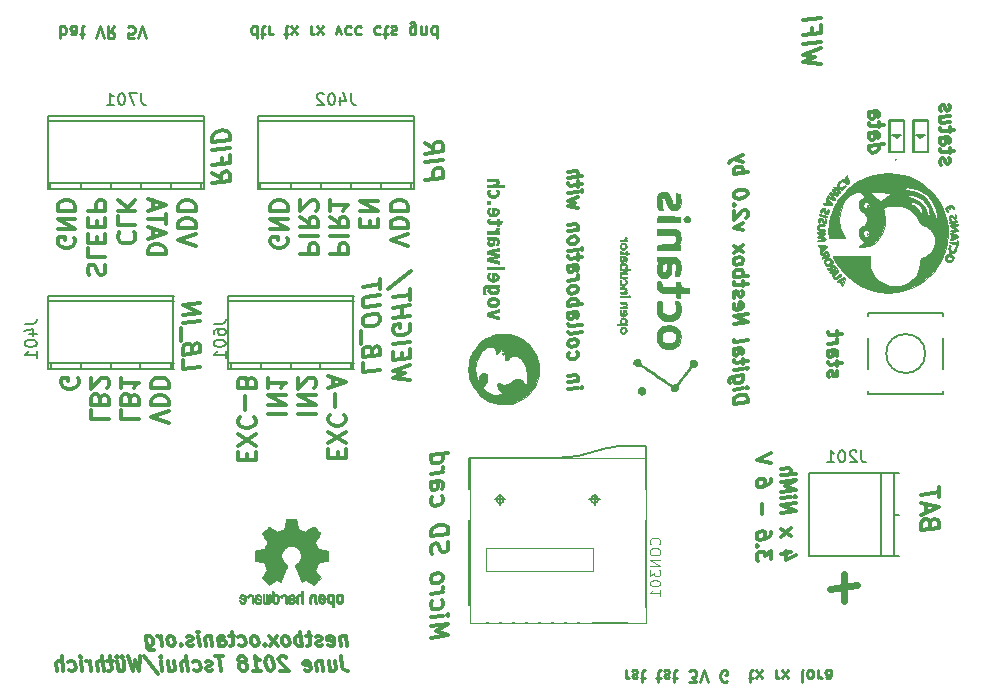
<source format=gbo>
G04 #@! TF.FileFunction,Legend,Bot*
%FSLAX46Y46*%
G04 Gerber Fmt 4.6, Leading zero omitted, Abs format (unit mm)*
G04 Created by KiCad (PCBNEW 4.0.7) date 2018 June 13, Wednesday 14:09:15*
%MOMM*%
%LPD*%
G01*
G04 APERTURE LIST*
%ADD10C,0.050000*%
%ADD11C,0.300000*%
%ADD12C,0.250000*%
%ADD13C,0.600000*%
%ADD14C,0.066040*%
%ADD15C,0.127000*%
%ADD16C,0.150000*%
%ADD17C,0.010000*%
%ADD18C,0.101600*%
G04 APERTURE END LIST*
D10*
D11*
X64531429Y50299643D02*
X63031429Y50469286D01*
X64102857Y50888928D01*
X63031429Y51040714D01*
X64531429Y51585357D01*
X63031429Y51969286D02*
X64531429Y52156786D01*
X63817143Y53281786D02*
X63817143Y52781786D01*
X63031429Y52683572D02*
X64531429Y52871072D01*
X64531429Y53585358D01*
X63031429Y53969286D02*
X64531429Y54156786D01*
D12*
X162380Y53457381D02*
X162380Y52457381D01*
X162380Y52838333D02*
X257618Y52790714D01*
X448095Y52790714D01*
X543333Y52838333D01*
X590952Y52885952D01*
X638571Y52981190D01*
X638571Y53266905D01*
X590952Y53362143D01*
X543333Y53409762D01*
X448095Y53457381D01*
X257618Y53457381D01*
X162380Y53409762D01*
X1495714Y53457381D02*
X1495714Y52933571D01*
X1448095Y52838333D01*
X1352857Y52790714D01*
X1162380Y52790714D01*
X1067142Y52838333D01*
X1495714Y53409762D02*
X1400476Y53457381D01*
X1162380Y53457381D01*
X1067142Y53409762D01*
X1019523Y53314524D01*
X1019523Y53219286D01*
X1067142Y53124048D01*
X1162380Y53076429D01*
X1400476Y53076429D01*
X1495714Y53028810D01*
X1829047Y52790714D02*
X2209999Y52790714D01*
X1971904Y52457381D02*
X1971904Y53314524D01*
X2019523Y53409762D01*
X2114761Y53457381D01*
X2209999Y53457381D01*
X3162381Y52457381D02*
X3495714Y53457381D01*
X3829048Y52457381D01*
X4733810Y53457381D02*
X4400476Y52981190D01*
X4162381Y53457381D02*
X4162381Y52457381D01*
X4543334Y52457381D01*
X4638572Y52505000D01*
X4686191Y52552619D01*
X4733810Y52647857D01*
X4733810Y52790714D01*
X4686191Y52885952D01*
X4638572Y52933571D01*
X4543334Y52981190D01*
X4162381Y52981190D01*
X6400477Y52457381D02*
X5924286Y52457381D01*
X5876667Y52933571D01*
X5924286Y52885952D01*
X6019524Y52838333D01*
X6257620Y52838333D01*
X6352858Y52885952D01*
X6400477Y52933571D01*
X6448096Y53028810D01*
X6448096Y53266905D01*
X6400477Y53362143D01*
X6352858Y53409762D01*
X6257620Y53457381D01*
X6019524Y53457381D01*
X5924286Y53409762D01*
X5876667Y53362143D01*
X6733810Y52457381D02*
X7067143Y53457381D01*
X7400477Y52457381D01*
X16805236Y53457381D02*
X16805236Y52457381D01*
X16805236Y53409762D02*
X16709998Y53457381D01*
X16519521Y53457381D01*
X16424283Y53409762D01*
X16376664Y53362143D01*
X16329045Y53266905D01*
X16329045Y52981190D01*
X16376664Y52885952D01*
X16424283Y52838333D01*
X16519521Y52790714D01*
X16709998Y52790714D01*
X16805236Y52838333D01*
X17138569Y52790714D02*
X17519521Y52790714D01*
X17281426Y52457381D02*
X17281426Y53314524D01*
X17329045Y53409762D01*
X17424283Y53457381D01*
X17519521Y53457381D01*
X17852855Y53457381D02*
X17852855Y52790714D01*
X17852855Y52981190D02*
X17900474Y52885952D01*
X17948093Y52838333D01*
X18043331Y52790714D01*
X18138570Y52790714D01*
X19090951Y52790714D02*
X19471903Y52790714D01*
X19233808Y52457381D02*
X19233808Y53314524D01*
X19281427Y53409762D01*
X19376665Y53457381D01*
X19471903Y53457381D01*
X19709999Y53457381D02*
X20233809Y52790714D01*
X19709999Y52790714D02*
X20233809Y53457381D01*
X21376666Y53457381D02*
X21376666Y52790714D01*
X21376666Y52981190D02*
X21424285Y52885952D01*
X21471904Y52838333D01*
X21567142Y52790714D01*
X21662381Y52790714D01*
X21900476Y53457381D02*
X22424286Y52790714D01*
X21900476Y52790714D02*
X22424286Y53457381D01*
X23471905Y52790714D02*
X23710000Y53457381D01*
X23948096Y52790714D01*
X24757620Y53409762D02*
X24662382Y53457381D01*
X24471905Y53457381D01*
X24376667Y53409762D01*
X24329048Y53362143D01*
X24281429Y53266905D01*
X24281429Y52981190D01*
X24329048Y52885952D01*
X24376667Y52838333D01*
X24471905Y52790714D01*
X24662382Y52790714D01*
X24757620Y52838333D01*
X25614763Y53409762D02*
X25519525Y53457381D01*
X25329048Y53457381D01*
X25233810Y53409762D01*
X25186191Y53362143D01*
X25138572Y53266905D01*
X25138572Y52981190D01*
X25186191Y52885952D01*
X25233810Y52838333D01*
X25329048Y52790714D01*
X25519525Y52790714D01*
X25614763Y52838333D01*
X27233811Y53409762D02*
X27138573Y53457381D01*
X26948096Y53457381D01*
X26852858Y53409762D01*
X26805239Y53362143D01*
X26757620Y53266905D01*
X26757620Y52981190D01*
X26805239Y52885952D01*
X26852858Y52838333D01*
X26948096Y52790714D01*
X27138573Y52790714D01*
X27233811Y52838333D01*
X27519525Y52790714D02*
X27900477Y52790714D01*
X27662382Y52457381D02*
X27662382Y53314524D01*
X27710001Y53409762D01*
X27805239Y53457381D01*
X27900477Y53457381D01*
X28186192Y53409762D02*
X28281430Y53457381D01*
X28471906Y53457381D01*
X28567145Y53409762D01*
X28614764Y53314524D01*
X28614764Y53266905D01*
X28567145Y53171667D01*
X28471906Y53124048D01*
X28329049Y53124048D01*
X28233811Y53076429D01*
X28186192Y52981190D01*
X28186192Y52933571D01*
X28233811Y52838333D01*
X28329049Y52790714D01*
X28471906Y52790714D01*
X28567145Y52838333D01*
X30233812Y52790714D02*
X30233812Y53600238D01*
X30186193Y53695476D01*
X30138574Y53743095D01*
X30043335Y53790714D01*
X29900478Y53790714D01*
X29805240Y53743095D01*
X30233812Y53409762D02*
X30138574Y53457381D01*
X29948097Y53457381D01*
X29852859Y53409762D01*
X29805240Y53362143D01*
X29757621Y53266905D01*
X29757621Y52981190D01*
X29805240Y52885952D01*
X29852859Y52838333D01*
X29948097Y52790714D01*
X30138574Y52790714D01*
X30233812Y52838333D01*
X30710002Y52790714D02*
X30710002Y53457381D01*
X30710002Y52885952D02*
X30757621Y52838333D01*
X30852859Y52790714D01*
X30995717Y52790714D01*
X31090955Y52838333D01*
X31138574Y52933571D01*
X31138574Y53457381D01*
X32043336Y53457381D02*
X32043336Y52457381D01*
X32043336Y53409762D02*
X31948098Y53457381D01*
X31757621Y53457381D01*
X31662383Y53409762D01*
X31614764Y53362143D01*
X31567145Y53266905D01*
X31567145Y52981190D01*
X31614764Y52885952D01*
X31662383Y52838333D01*
X31757621Y52790714D01*
X31948098Y52790714D01*
X32043336Y52838333D01*
X48019521Y-1042619D02*
X48019521Y-1709286D01*
X48019521Y-1518810D02*
X48067140Y-1614048D01*
X48114759Y-1661667D01*
X48209997Y-1709286D01*
X48305236Y-1709286D01*
X48590950Y-1090238D02*
X48686188Y-1042619D01*
X48876664Y-1042619D01*
X48971903Y-1090238D01*
X49019522Y-1185476D01*
X49019522Y-1233095D01*
X48971903Y-1328333D01*
X48876664Y-1375952D01*
X48733807Y-1375952D01*
X48638569Y-1423571D01*
X48590950Y-1518810D01*
X48590950Y-1566429D01*
X48638569Y-1661667D01*
X48733807Y-1709286D01*
X48876664Y-1709286D01*
X48971903Y-1661667D01*
X49305236Y-1709286D02*
X49686188Y-1709286D01*
X49448093Y-2042619D02*
X49448093Y-1185476D01*
X49495712Y-1090238D01*
X49590950Y-1042619D01*
X49686188Y-1042619D01*
X50638570Y-1709286D02*
X51019522Y-1709286D01*
X50781427Y-2042619D02*
X50781427Y-1185476D01*
X50829046Y-1090238D01*
X50924284Y-1042619D01*
X51019522Y-1042619D01*
X51305237Y-1090238D02*
X51400475Y-1042619D01*
X51590951Y-1042619D01*
X51686190Y-1090238D01*
X51733809Y-1185476D01*
X51733809Y-1233095D01*
X51686190Y-1328333D01*
X51590951Y-1375952D01*
X51448094Y-1375952D01*
X51352856Y-1423571D01*
X51305237Y-1518810D01*
X51305237Y-1566429D01*
X51352856Y-1661667D01*
X51448094Y-1709286D01*
X51590951Y-1709286D01*
X51686190Y-1661667D01*
X52019523Y-1709286D02*
X52400475Y-1709286D01*
X52162380Y-2042619D02*
X52162380Y-1185476D01*
X52209999Y-1090238D01*
X52305237Y-1042619D01*
X52400475Y-1042619D01*
X53400476Y-2042619D02*
X54019524Y-2042619D01*
X53686190Y-1661667D01*
X53829048Y-1661667D01*
X53924286Y-1614048D01*
X53971905Y-1566429D01*
X54019524Y-1471190D01*
X54019524Y-1233095D01*
X53971905Y-1137857D01*
X53924286Y-1090238D01*
X53829048Y-1042619D01*
X53543333Y-1042619D01*
X53448095Y-1090238D01*
X53400476Y-1137857D01*
X54305238Y-2042619D02*
X54638571Y-1042619D01*
X54971905Y-2042619D01*
X56590953Y-1995000D02*
X56495715Y-2042619D01*
X56352858Y-2042619D01*
X56210000Y-1995000D01*
X56114762Y-1899762D01*
X56067143Y-1804524D01*
X56019524Y-1614048D01*
X56019524Y-1471190D01*
X56067143Y-1280714D01*
X56114762Y-1185476D01*
X56210000Y-1090238D01*
X56352858Y-1042619D01*
X56448096Y-1042619D01*
X56590953Y-1090238D01*
X56638572Y-1137857D01*
X56638572Y-1471190D01*
X56448096Y-1471190D01*
X58448096Y-1709286D02*
X58829048Y-1709286D01*
X58590953Y-2042619D02*
X58590953Y-1185476D01*
X58638572Y-1090238D01*
X58733810Y-1042619D01*
X58829048Y-1042619D01*
X59067144Y-1042619D02*
X59590954Y-1709286D01*
X59067144Y-1709286D02*
X59590954Y-1042619D01*
X60733811Y-1042619D02*
X60733811Y-1709286D01*
X60733811Y-1518810D02*
X60781430Y-1614048D01*
X60829049Y-1661667D01*
X60924287Y-1709286D01*
X61019526Y-1709286D01*
X61257621Y-1042619D02*
X61781431Y-1709286D01*
X61257621Y-1709286D02*
X61781431Y-1042619D01*
X63067145Y-1042619D02*
X62971907Y-1090238D01*
X62924288Y-1185476D01*
X62924288Y-2042619D01*
X63590955Y-1042619D02*
X63495717Y-1090238D01*
X63448098Y-1137857D01*
X63400479Y-1233095D01*
X63400479Y-1518810D01*
X63448098Y-1614048D01*
X63495717Y-1661667D01*
X63590955Y-1709286D01*
X63733813Y-1709286D01*
X63829051Y-1661667D01*
X63876670Y-1614048D01*
X63924289Y-1518810D01*
X63924289Y-1233095D01*
X63876670Y-1137857D01*
X63829051Y-1090238D01*
X63733813Y-1042619D01*
X63590955Y-1042619D01*
X64352860Y-1042619D02*
X64352860Y-1709286D01*
X64352860Y-1518810D02*
X64400479Y-1614048D01*
X64448098Y-1661667D01*
X64543336Y-1709286D01*
X64638575Y-1709286D01*
X65400480Y-1042619D02*
X65400480Y-1566429D01*
X65352861Y-1661667D01*
X65257623Y-1709286D01*
X65067146Y-1709286D01*
X64971908Y-1661667D01*
X65400480Y-1090238D02*
X65305242Y-1042619D01*
X65067146Y-1042619D01*
X64971908Y-1090238D01*
X64924289Y-1185476D01*
X64924289Y-1280714D01*
X64971908Y-1375952D01*
X65067146Y-1423571D01*
X65305242Y-1423571D01*
X65400480Y-1471190D01*
D11*
X24317143Y1812143D02*
X24417143Y1012143D01*
X24331429Y1697857D02*
X24267143Y1755000D01*
X24145714Y1812143D01*
X23974286Y1812143D01*
X23867143Y1755000D01*
X23824286Y1640714D01*
X23902857Y1012143D01*
X22867143Y1069286D02*
X22988572Y1012143D01*
X23217143Y1012143D01*
X23324286Y1069286D01*
X23367144Y1183571D01*
X23310001Y1640714D01*
X23238572Y1755000D01*
X23117143Y1812143D01*
X22888572Y1812143D01*
X22781429Y1755000D01*
X22738572Y1640714D01*
X22752857Y1526429D01*
X23338572Y1412143D01*
X22352858Y1069286D02*
X22245715Y1012143D01*
X22017143Y1012143D01*
X21895715Y1069286D01*
X21824287Y1183571D01*
X21817144Y1240714D01*
X21860001Y1355000D01*
X21967143Y1412143D01*
X22138572Y1412143D01*
X22245715Y1469286D01*
X22288573Y1583571D01*
X22281430Y1640714D01*
X22210001Y1755000D01*
X22088572Y1812143D01*
X21917143Y1812143D01*
X21810001Y1755000D01*
X21402857Y1812143D02*
X20945714Y1812143D01*
X21181429Y2212143D02*
X21310001Y1183571D01*
X21267143Y1069286D01*
X21160000Y1012143D01*
X21045714Y1012143D01*
X20645715Y1012143D02*
X20495715Y2212143D01*
X20552858Y1755000D02*
X20431429Y1812143D01*
X20202858Y1812143D01*
X20095715Y1755000D01*
X20045715Y1697857D01*
X20002858Y1583571D01*
X20045715Y1240714D01*
X20117143Y1126429D01*
X20181429Y1069286D01*
X20302858Y1012143D01*
X20531429Y1012143D01*
X20638572Y1069286D01*
X19388572Y1012143D02*
X19495715Y1069286D01*
X19545715Y1126429D01*
X19588573Y1240714D01*
X19545716Y1583571D01*
X19474287Y1697857D01*
X19410001Y1755000D01*
X19288572Y1812143D01*
X19117144Y1812143D01*
X19010001Y1755000D01*
X18960001Y1697857D01*
X18917144Y1583571D01*
X18960001Y1240714D01*
X19031429Y1126429D01*
X19095715Y1069286D01*
X19217144Y1012143D01*
X19388572Y1012143D01*
X18588572Y1012143D02*
X17860001Y1812143D01*
X18488572Y1812143D02*
X17960001Y1012143D01*
X17488572Y1126429D02*
X17438572Y1069286D01*
X17502858Y1012143D01*
X17552858Y1069286D01*
X17488572Y1126429D01*
X17502858Y1012143D01*
X16760000Y1012143D02*
X16867143Y1069286D01*
X16917143Y1126429D01*
X16960001Y1240714D01*
X16917144Y1583571D01*
X16845715Y1697857D01*
X16781429Y1755000D01*
X16660000Y1812143D01*
X16488572Y1812143D01*
X16381429Y1755000D01*
X16331429Y1697857D01*
X16288572Y1583571D01*
X16331429Y1240714D01*
X16402857Y1126429D01*
X16467143Y1069286D01*
X16588572Y1012143D01*
X16760000Y1012143D01*
X15324286Y1069286D02*
X15445715Y1012143D01*
X15674286Y1012143D01*
X15781429Y1069286D01*
X15831429Y1126429D01*
X15874287Y1240714D01*
X15831430Y1583571D01*
X15760001Y1697857D01*
X15695715Y1755000D01*
X15574286Y1812143D01*
X15345715Y1812143D01*
X15238572Y1755000D01*
X14888572Y1812143D02*
X14431429Y1812143D01*
X14667144Y2212143D02*
X14795716Y1183571D01*
X14752858Y1069286D01*
X14645715Y1012143D01*
X14531429Y1012143D01*
X13617144Y1012143D02*
X13538573Y1640714D01*
X13581430Y1755000D01*
X13688573Y1812143D01*
X13917144Y1812143D01*
X14038573Y1755000D01*
X13610001Y1069286D02*
X13731430Y1012143D01*
X14017144Y1012143D01*
X14124287Y1069286D01*
X14167145Y1183571D01*
X14152859Y1297857D01*
X14081430Y1412143D01*
X13960001Y1469286D01*
X13674287Y1469286D01*
X13552858Y1526429D01*
X12945716Y1812143D02*
X13045716Y1012143D01*
X12960002Y1697857D02*
X12895716Y1755000D01*
X12774287Y1812143D01*
X12602859Y1812143D01*
X12495716Y1755000D01*
X12452859Y1640714D01*
X12531430Y1012143D01*
X11960002Y1012143D02*
X11860002Y1812143D01*
X11810002Y2212143D02*
X11874288Y2155000D01*
X11824288Y2097857D01*
X11760002Y2155000D01*
X11810002Y2212143D01*
X11824288Y2097857D01*
X11438573Y1069286D02*
X11331430Y1012143D01*
X11102858Y1012143D01*
X10981430Y1069286D01*
X10910002Y1183571D01*
X10902859Y1240714D01*
X10945716Y1355000D01*
X11052858Y1412143D01*
X11224287Y1412143D01*
X11331430Y1469286D01*
X11374288Y1583571D01*
X11367145Y1640714D01*
X11295716Y1755000D01*
X11174287Y1812143D01*
X11002858Y1812143D01*
X10895716Y1755000D01*
X10402858Y1126429D02*
X10352858Y1069286D01*
X10417144Y1012143D01*
X10467144Y1069286D01*
X10402858Y1126429D01*
X10417144Y1012143D01*
X9674286Y1012143D02*
X9781429Y1069286D01*
X9831429Y1126429D01*
X9874287Y1240714D01*
X9831430Y1583571D01*
X9760001Y1697857D01*
X9695715Y1755000D01*
X9574286Y1812143D01*
X9402858Y1812143D01*
X9295715Y1755000D01*
X9245715Y1697857D01*
X9202858Y1583571D01*
X9245715Y1240714D01*
X9317143Y1126429D01*
X9381429Y1069286D01*
X9502858Y1012143D01*
X9674286Y1012143D01*
X8760001Y1012143D02*
X8660001Y1812143D01*
X8688573Y1583571D02*
X8617144Y1697857D01*
X8552858Y1755000D01*
X8431429Y1812143D01*
X8317144Y1812143D01*
X7402858Y1812143D02*
X7524287Y840714D01*
X7595715Y726429D01*
X7660001Y669286D01*
X7781429Y612143D01*
X7952858Y612143D01*
X8060001Y669286D01*
X7495715Y1069286D02*
X7617144Y1012143D01*
X7845715Y1012143D01*
X7952858Y1069286D01*
X8002858Y1126429D01*
X8045716Y1240714D01*
X8002859Y1583571D01*
X7931430Y1697857D01*
X7867144Y1755000D01*
X7745715Y1812143D01*
X7517144Y1812143D01*
X7410001Y1755000D01*
X23924286Y112143D02*
X24031429Y-745000D01*
X24110000Y-916429D01*
X24238571Y-1030714D01*
X24417143Y-1087857D01*
X24531428Y-1087857D01*
X22888571Y-287857D02*
X22988571Y-1087857D01*
X23402857Y-287857D02*
X23481429Y-916429D01*
X23438571Y-1030714D01*
X23331428Y-1087857D01*
X23160000Y-1087857D01*
X23038571Y-1030714D01*
X22974285Y-973571D01*
X22317143Y-287857D02*
X22417143Y-1087857D01*
X22331429Y-402143D02*
X22267143Y-345000D01*
X22145714Y-287857D01*
X21974286Y-287857D01*
X21867143Y-345000D01*
X21824286Y-459286D01*
X21902857Y-1087857D01*
X20867143Y-1030714D02*
X20988572Y-1087857D01*
X21217143Y-1087857D01*
X21324286Y-1030714D01*
X21367144Y-916429D01*
X21310001Y-459286D01*
X21238572Y-345000D01*
X21117143Y-287857D01*
X20888572Y-287857D01*
X20781429Y-345000D01*
X20738572Y-459286D01*
X20752857Y-573571D01*
X21338572Y-687857D01*
X19310001Y-2143D02*
X19245715Y55000D01*
X19124286Y112143D01*
X18838572Y112143D01*
X18731429Y55000D01*
X18681429Y-2143D01*
X18638572Y-116429D01*
X18652857Y-230714D01*
X18731429Y-402143D01*
X19502857Y-1087857D01*
X18760000Y-1087857D01*
X17867143Y112143D02*
X17752858Y112143D01*
X17645715Y55000D01*
X17595715Y-2143D01*
X17552858Y-116429D01*
X17524286Y-345000D01*
X17560000Y-630714D01*
X17645715Y-859286D01*
X17717143Y-973571D01*
X17781429Y-1030714D01*
X17902858Y-1087857D01*
X18017143Y-1087857D01*
X18124286Y-1030714D01*
X18174286Y-973571D01*
X18217144Y-859286D01*
X18245715Y-630714D01*
X18210001Y-345000D01*
X18124287Y-116429D01*
X18052858Y-2143D01*
X17988572Y55000D01*
X17867143Y112143D01*
X16474286Y-1087857D02*
X17160001Y-1087857D01*
X16817143Y-1087857D02*
X16667143Y112143D01*
X16802858Y-59286D01*
X16931429Y-173571D01*
X17052858Y-230714D01*
X15702858Y-402143D02*
X15810001Y-345000D01*
X15860001Y-287857D01*
X15902858Y-173571D01*
X15895716Y-116429D01*
X15824287Y-2143D01*
X15760001Y55000D01*
X15638572Y112143D01*
X15410001Y112143D01*
X15302858Y55000D01*
X15252858Y-2143D01*
X15210001Y-116429D01*
X15217143Y-173571D01*
X15288572Y-287857D01*
X15352858Y-345000D01*
X15474287Y-402143D01*
X15702858Y-402143D01*
X15824287Y-459286D01*
X15888573Y-516429D01*
X15960001Y-630714D01*
X15988573Y-859286D01*
X15945715Y-973571D01*
X15895715Y-1030714D01*
X15788572Y-1087857D01*
X15560001Y-1087857D01*
X15438572Y-1030714D01*
X15374286Y-973571D01*
X15302858Y-859286D01*
X15274286Y-630714D01*
X15317144Y-516429D01*
X15367144Y-459286D01*
X15474287Y-402143D01*
X13924286Y112143D02*
X13238572Y112143D01*
X13731429Y-1087857D02*
X13581429Y112143D01*
X13038572Y-1030714D02*
X12931429Y-1087857D01*
X12702857Y-1087857D01*
X12581429Y-1030714D01*
X12510001Y-916429D01*
X12502858Y-859286D01*
X12545715Y-745000D01*
X12652857Y-687857D01*
X12824286Y-687857D01*
X12931429Y-630714D01*
X12974287Y-516429D01*
X12967144Y-459286D01*
X12895715Y-345000D01*
X12774286Y-287857D01*
X12602857Y-287857D01*
X12495715Y-345000D01*
X11495714Y-1030714D02*
X11617143Y-1087857D01*
X11845714Y-1087857D01*
X11952857Y-1030714D01*
X12002857Y-973571D01*
X12045715Y-859286D01*
X12002858Y-516429D01*
X11931429Y-402143D01*
X11867143Y-345000D01*
X11745714Y-287857D01*
X11517143Y-287857D01*
X11410000Y-345000D01*
X10988572Y-1087857D02*
X10838572Y112143D01*
X10474286Y-1087857D02*
X10395715Y-459286D01*
X10438572Y-345000D01*
X10545715Y-287857D01*
X10717143Y-287857D01*
X10838572Y-345000D01*
X10902858Y-402143D01*
X9288572Y-287857D02*
X9388572Y-1087857D01*
X9802858Y-287857D02*
X9881430Y-916429D01*
X9838572Y-1030714D01*
X9731429Y-1087857D01*
X9560001Y-1087857D01*
X9438572Y-1030714D01*
X9374286Y-973571D01*
X8817144Y-1087857D02*
X8717144Y-287857D01*
X8667144Y112143D02*
X8731430Y55000D01*
X8681430Y-2143D01*
X8617144Y55000D01*
X8667144Y112143D01*
X8681430Y-2143D01*
X7231429Y169286D02*
X8452857Y-1373571D01*
X6952857Y112143D02*
X6817143Y-1087857D01*
X6481429Y-230714D01*
X6360000Y-1087857D01*
X5924286Y112143D01*
X5002857Y-287857D02*
X5102857Y-1087857D01*
X5517143Y-287857D02*
X5595715Y-916429D01*
X5552857Y-1030714D01*
X5445714Y-1087857D01*
X5274286Y-1087857D01*
X5152857Y-1030714D01*
X5088571Y-973571D01*
X5410000Y112143D02*
X5360000Y55000D01*
X5424286Y-2143D01*
X5474286Y55000D01*
X5410000Y112143D01*
X5424286Y-2143D01*
X4952857Y112143D02*
X4902857Y55000D01*
X4967143Y-2143D01*
X5017143Y55000D01*
X4952857Y112143D01*
X4967143Y-2143D01*
X4602857Y-287857D02*
X4145714Y-287857D01*
X4381429Y112143D02*
X4510001Y-916429D01*
X4467143Y-1030714D01*
X4360000Y-1087857D01*
X4245714Y-1087857D01*
X3845715Y-1087857D02*
X3695715Y112143D01*
X3331429Y-1087857D02*
X3252858Y-459286D01*
X3295715Y-345000D01*
X3402858Y-287857D01*
X3574286Y-287857D01*
X3695715Y-345000D01*
X3760001Y-402143D01*
X2760001Y-1087857D02*
X2660001Y-287857D01*
X2688573Y-516429D02*
X2617144Y-402143D01*
X2552858Y-345000D01*
X2431429Y-287857D01*
X2317144Y-287857D01*
X2017144Y-1087857D02*
X1917144Y-287857D01*
X1867144Y112143D02*
X1931430Y55000D01*
X1881430Y-2143D01*
X1817144Y55000D01*
X1867144Y112143D01*
X1881430Y-2143D01*
X924286Y-1030714D02*
X1045715Y-1087857D01*
X1274286Y-1087857D01*
X1381429Y-1030714D01*
X1431429Y-973571D01*
X1474287Y-859286D01*
X1431430Y-516429D01*
X1360001Y-402143D01*
X1295715Y-345000D01*
X1174286Y-287857D01*
X945715Y-287857D01*
X838572Y-345000D01*
X417144Y-1087857D02*
X267144Y112143D01*
X-97142Y-1087857D02*
X-175713Y-459286D01*
X-132856Y-345000D01*
X-25713Y-287857D01*
X145715Y-287857D01*
X267144Y-345000D01*
X331430Y-402143D01*
X65224286Y23747857D02*
X65167143Y23855000D01*
X65167143Y24083572D01*
X65224286Y24205000D01*
X65338571Y24276428D01*
X65395714Y24283571D01*
X65510000Y24240714D01*
X65567143Y24133572D01*
X65567143Y23962143D01*
X65624286Y23855000D01*
X65738571Y23812142D01*
X65795714Y23819285D01*
X65910000Y23890714D01*
X65967143Y24012143D01*
X65967143Y24183572D01*
X65910000Y24290714D01*
X65967143Y24697858D02*
X65967143Y25155001D01*
X66367143Y24919286D02*
X65338571Y24790714D01*
X65224286Y24833572D01*
X65167143Y24940715D01*
X65167143Y25055001D01*
X65167143Y25969286D02*
X65795714Y26047857D01*
X65910000Y26005000D01*
X65967143Y25897857D01*
X65967143Y25669286D01*
X65910000Y25547857D01*
X65224286Y25976429D02*
X65167143Y25855000D01*
X65167143Y25569286D01*
X65224286Y25462143D01*
X65338571Y25419285D01*
X65452857Y25433571D01*
X65567143Y25505000D01*
X65624286Y25626429D01*
X65624286Y25912143D01*
X65681429Y26033572D01*
X65167143Y26540714D02*
X65967143Y26640714D01*
X65738571Y26612142D02*
X65852857Y26683571D01*
X65910000Y26747857D01*
X65967143Y26869286D01*
X65967143Y26983571D01*
X65967143Y27212143D02*
X65967143Y27669286D01*
X66367143Y27433571D02*
X65338571Y27304999D01*
X65224286Y27347857D01*
X65167143Y27455000D01*
X65167143Y27569286D01*
X68667143Y43312143D02*
X69867143Y43462143D01*
X68724286Y43319286D02*
X68667143Y43197857D01*
X68667143Y42969286D01*
X68724286Y42862143D01*
X68781429Y42812143D01*
X68895714Y42769285D01*
X69238571Y42812142D01*
X69352857Y42883571D01*
X69410000Y42947857D01*
X69467143Y43069286D01*
X69467143Y43297857D01*
X69410000Y43405000D01*
X68667143Y44397857D02*
X69295714Y44476428D01*
X69410000Y44433571D01*
X69467143Y44326428D01*
X69467143Y44097857D01*
X69410000Y43976428D01*
X68724286Y44405000D02*
X68667143Y44283571D01*
X68667143Y43997857D01*
X68724286Y43890714D01*
X68838571Y43847856D01*
X68952857Y43862142D01*
X69067143Y43933571D01*
X69124286Y44055000D01*
X69124286Y44340714D01*
X69181429Y44462143D01*
X69467143Y44897857D02*
X69467143Y45355000D01*
X69867143Y45119285D02*
X68838571Y44990713D01*
X68724286Y45033571D01*
X68667143Y45140714D01*
X68667143Y45255000D01*
X68667143Y46169285D02*
X69295714Y46247856D01*
X69410000Y46204999D01*
X69467143Y46097856D01*
X69467143Y45869285D01*
X69410000Y45747856D01*
X68724286Y46176428D02*
X68667143Y46054999D01*
X68667143Y45769285D01*
X68724286Y45662142D01*
X68838571Y45619284D01*
X68952857Y45633570D01*
X69067143Y45704999D01*
X69124286Y45826428D01*
X69124286Y46112142D01*
X69181429Y46233571D01*
X74724286Y41747857D02*
X74667143Y41855000D01*
X74667143Y42083572D01*
X74724286Y42205000D01*
X74838571Y42276428D01*
X74895714Y42283571D01*
X75010000Y42240714D01*
X75067143Y42133572D01*
X75067143Y41962143D01*
X75124286Y41855000D01*
X75238571Y41812142D01*
X75295714Y41819285D01*
X75410000Y41890714D01*
X75467143Y42012143D01*
X75467143Y42183572D01*
X75410000Y42290714D01*
X75467143Y42697858D02*
X75467143Y43155001D01*
X75867143Y42919286D02*
X74838571Y42790714D01*
X74724286Y42833572D01*
X74667143Y42940715D01*
X74667143Y43055001D01*
X74667143Y43969286D02*
X75295714Y44047857D01*
X75410000Y44005000D01*
X75467143Y43897857D01*
X75467143Y43669286D01*
X75410000Y43547857D01*
X74724286Y43976429D02*
X74667143Y43855000D01*
X74667143Y43569286D01*
X74724286Y43462143D01*
X74838571Y43419285D01*
X74952857Y43433571D01*
X75067143Y43505000D01*
X75124286Y43626429D01*
X75124286Y43912143D01*
X75181429Y44033572D01*
X75467143Y44469286D02*
X75467143Y44926429D01*
X75867143Y44690714D02*
X74838571Y44562142D01*
X74724286Y44605000D01*
X74667143Y44712143D01*
X74667143Y44826429D01*
X75467143Y45840714D02*
X74667143Y45740714D01*
X75467143Y45326428D02*
X74838571Y45247856D01*
X74724286Y45290714D01*
X74667143Y45397857D01*
X74667143Y45569285D01*
X74724286Y45690714D01*
X74781429Y45755000D01*
X74724286Y46262142D02*
X74667143Y46369285D01*
X74667143Y46597857D01*
X74724286Y46719285D01*
X74838571Y46790713D01*
X74895714Y46797856D01*
X75010000Y46754999D01*
X75067143Y46647857D01*
X75067143Y46476428D01*
X75124286Y46369285D01*
X75238571Y46326427D01*
X75295714Y46333570D01*
X75410000Y46404999D01*
X75467143Y46526428D01*
X75467143Y46697857D01*
X75410000Y46804999D01*
X57167143Y21508571D02*
X58367143Y21658571D01*
X58367143Y21944286D01*
X58310000Y22108571D01*
X58195714Y22208571D01*
X58081429Y22251429D01*
X57852857Y22280000D01*
X57681429Y22258572D01*
X57452857Y22172857D01*
X57338571Y22101428D01*
X57224286Y21972857D01*
X57167143Y21794286D01*
X57167143Y21508571D01*
X57167143Y22708571D02*
X57967143Y22808571D01*
X58367143Y22858571D02*
X58310000Y22794285D01*
X58252857Y22844285D01*
X58310000Y22908571D01*
X58367143Y22858571D01*
X58252857Y22844285D01*
X57967143Y23894286D02*
X56995714Y23772857D01*
X56881429Y23701429D01*
X56824286Y23637143D01*
X56767143Y23515715D01*
X56767143Y23344286D01*
X56824286Y23237143D01*
X57224286Y23801429D02*
X57167143Y23680000D01*
X57167143Y23451429D01*
X57224286Y23344286D01*
X57281429Y23294286D01*
X57395714Y23251428D01*
X57738571Y23294285D01*
X57852857Y23365714D01*
X57910000Y23430000D01*
X57967143Y23551429D01*
X57967143Y23780000D01*
X57910000Y23887143D01*
X57167143Y24365714D02*
X57967143Y24465714D01*
X58367143Y24515714D02*
X58310000Y24451428D01*
X58252857Y24501428D01*
X58310000Y24565714D01*
X58367143Y24515714D01*
X58252857Y24501428D01*
X57967143Y24865715D02*
X57967143Y25322858D01*
X58367143Y25087143D02*
X57338571Y24958571D01*
X57224286Y25001429D01*
X57167143Y25108572D01*
X57167143Y25222858D01*
X57167143Y26137143D02*
X57795714Y26215714D01*
X57910000Y26172857D01*
X57967143Y26065714D01*
X57967143Y25837143D01*
X57910000Y25715714D01*
X57224286Y26144286D02*
X57167143Y26022857D01*
X57167143Y25737143D01*
X57224286Y25630000D01*
X57338571Y25587142D01*
X57452857Y25601428D01*
X57567143Y25672857D01*
X57624286Y25794286D01*
X57624286Y26080000D01*
X57681429Y26201429D01*
X57167143Y26880000D02*
X57224286Y26772857D01*
X57338571Y26729999D01*
X58367143Y26858571D01*
X57167143Y28251428D02*
X58367143Y28401428D01*
X57167143Y28937143D01*
X58367143Y29087143D01*
X57224286Y29972857D02*
X57167143Y29851428D01*
X57167143Y29622857D01*
X57224286Y29515714D01*
X57338571Y29472856D01*
X57795714Y29529999D01*
X57910000Y29601428D01*
X57967143Y29722857D01*
X57967143Y29951428D01*
X57910000Y30058571D01*
X57795714Y30101428D01*
X57681429Y30087143D01*
X57567143Y29501428D01*
X57224286Y30487142D02*
X57167143Y30594285D01*
X57167143Y30822857D01*
X57224286Y30944285D01*
X57338571Y31015713D01*
X57395714Y31022856D01*
X57510000Y30979999D01*
X57567143Y30872857D01*
X57567143Y30701428D01*
X57624286Y30594285D01*
X57738571Y30551427D01*
X57795714Y30558570D01*
X57910000Y30629999D01*
X57967143Y30751428D01*
X57967143Y30922857D01*
X57910000Y31029999D01*
X57967143Y31437143D02*
X57967143Y31894286D01*
X58367143Y31658571D02*
X57338571Y31529999D01*
X57224286Y31572857D01*
X57167143Y31680000D01*
X57167143Y31794286D01*
X57167143Y32194285D02*
X58367143Y32344285D01*
X57910000Y32287142D02*
X57967143Y32408571D01*
X57967143Y32637142D01*
X57910000Y32744285D01*
X57852857Y32794285D01*
X57738571Y32837142D01*
X57395714Y32794285D01*
X57281429Y32722857D01*
X57224286Y32658571D01*
X57167143Y32537142D01*
X57167143Y32308571D01*
X57224286Y32201428D01*
X57167143Y33451428D02*
X57224286Y33344285D01*
X57281429Y33294285D01*
X57395714Y33251427D01*
X57738571Y33294284D01*
X57852857Y33365713D01*
X57910000Y33429999D01*
X57967143Y33551428D01*
X57967143Y33722856D01*
X57910000Y33829999D01*
X57852857Y33879999D01*
X57738571Y33922856D01*
X57395714Y33879999D01*
X57281429Y33808571D01*
X57224286Y33744285D01*
X57167143Y33622856D01*
X57167143Y33451428D01*
X57167143Y34251428D02*
X57967143Y34979999D01*
X57967143Y34351428D02*
X57167143Y34879999D01*
X57967143Y36237143D02*
X57167143Y36422857D01*
X57967143Y36808571D01*
X58252857Y37244285D02*
X58310000Y37308571D01*
X58367143Y37430000D01*
X58367143Y37715714D01*
X58310000Y37822857D01*
X58252857Y37872857D01*
X58138571Y37915714D01*
X58024286Y37901429D01*
X57852857Y37822857D01*
X57167143Y37051429D01*
X57167143Y37794286D01*
X57281429Y38322857D02*
X57224286Y38372857D01*
X57167143Y38308571D01*
X57224286Y38258571D01*
X57281429Y38322857D01*
X57167143Y38308571D01*
X58367143Y39258572D02*
X58367143Y39372857D01*
X58310000Y39480000D01*
X58252857Y39530000D01*
X58138571Y39572857D01*
X57910000Y39601429D01*
X57624286Y39565715D01*
X57395714Y39480000D01*
X57281429Y39408572D01*
X57224286Y39344286D01*
X57167143Y39222857D01*
X57167143Y39108572D01*
X57224286Y39001429D01*
X57281429Y38951429D01*
X57395714Y38908571D01*
X57624286Y38880000D01*
X57910000Y38915714D01*
X58138571Y39001428D01*
X58252857Y39072857D01*
X58310000Y39137143D01*
X58367143Y39258572D01*
X57167143Y40937143D02*
X58367143Y41087143D01*
X57910000Y41030000D02*
X57967143Y41151429D01*
X57967143Y41380000D01*
X57910000Y41487143D01*
X57852857Y41537143D01*
X57738571Y41580000D01*
X57395714Y41537143D01*
X57281429Y41465715D01*
X57224286Y41401429D01*
X57167143Y41280000D01*
X57167143Y41051429D01*
X57224286Y40944286D01*
X57967143Y42008572D02*
X57167143Y42194286D01*
X57967143Y42580000D02*
X57167143Y42194286D01*
X56881429Y42044286D01*
X56824286Y41980000D01*
X56767143Y41858572D01*
X43167143Y22737144D02*
X43967143Y22837144D01*
X44367143Y22887144D02*
X44310000Y22822858D01*
X44252857Y22872858D01*
X44310000Y22937144D01*
X44367143Y22887144D01*
X44252857Y22872858D01*
X43967143Y23408573D02*
X43167143Y23308573D01*
X43852857Y23394287D02*
X43910000Y23458573D01*
X43967143Y23580002D01*
X43967143Y23751430D01*
X43910000Y23858573D01*
X43795714Y23901430D01*
X43167143Y23822859D01*
X43224286Y25830002D02*
X43167143Y25708573D01*
X43167143Y25480002D01*
X43224286Y25372859D01*
X43281429Y25322859D01*
X43395714Y25280001D01*
X43738571Y25322858D01*
X43852857Y25394287D01*
X43910000Y25458573D01*
X43967143Y25580002D01*
X43967143Y25808573D01*
X43910000Y25915716D01*
X43167143Y26508573D02*
X43224286Y26401430D01*
X43281429Y26351430D01*
X43395714Y26308572D01*
X43738571Y26351429D01*
X43852857Y26422858D01*
X43910000Y26487144D01*
X43967143Y26608573D01*
X43967143Y26780001D01*
X43910000Y26887144D01*
X43852857Y26937144D01*
X43738571Y26980001D01*
X43395714Y26937144D01*
X43281429Y26865716D01*
X43224286Y26801430D01*
X43167143Y26680001D01*
X43167143Y26508573D01*
X43167143Y27594287D02*
X43224286Y27487144D01*
X43338571Y27444286D01*
X44367143Y27572858D01*
X43167143Y28222858D02*
X43224286Y28115715D01*
X43338571Y28072857D01*
X44367143Y28201429D01*
X43167143Y29194286D02*
X43795714Y29272857D01*
X43910000Y29230000D01*
X43967143Y29122857D01*
X43967143Y28894286D01*
X43910000Y28772857D01*
X43224286Y29201429D02*
X43167143Y29080000D01*
X43167143Y28794286D01*
X43224286Y28687143D01*
X43338571Y28644285D01*
X43452857Y28658571D01*
X43567143Y28730000D01*
X43624286Y28851429D01*
X43624286Y29137143D01*
X43681429Y29258572D01*
X43167143Y29765714D02*
X44367143Y29915714D01*
X43910000Y29858571D02*
X43967143Y29980000D01*
X43967143Y30208571D01*
X43910000Y30315714D01*
X43852857Y30365714D01*
X43738571Y30408571D01*
X43395714Y30365714D01*
X43281429Y30294286D01*
X43224286Y30230000D01*
X43167143Y30108571D01*
X43167143Y29880000D01*
X43224286Y29772857D01*
X43167143Y31022857D02*
X43224286Y30915714D01*
X43281429Y30865714D01*
X43395714Y30822856D01*
X43738571Y30865713D01*
X43852857Y30937142D01*
X43910000Y31001428D01*
X43967143Y31122857D01*
X43967143Y31294285D01*
X43910000Y31401428D01*
X43852857Y31451428D01*
X43738571Y31494285D01*
X43395714Y31451428D01*
X43281429Y31380000D01*
X43224286Y31315714D01*
X43167143Y31194285D01*
X43167143Y31022857D01*
X43167143Y31937142D02*
X43967143Y32037142D01*
X43738571Y32008570D02*
X43852857Y32079999D01*
X43910000Y32144285D01*
X43967143Y32265714D01*
X43967143Y32379999D01*
X43167143Y33194285D02*
X43795714Y33272856D01*
X43910000Y33229999D01*
X43967143Y33122856D01*
X43967143Y32894285D01*
X43910000Y32772856D01*
X43224286Y33201428D02*
X43167143Y33079999D01*
X43167143Y32794285D01*
X43224286Y32687142D01*
X43338571Y32644284D01*
X43452857Y32658570D01*
X43567143Y32729999D01*
X43624286Y32851428D01*
X43624286Y33137142D01*
X43681429Y33258571D01*
X43967143Y33694285D02*
X43967143Y34151428D01*
X44367143Y33915713D02*
X43338571Y33787141D01*
X43224286Y33829999D01*
X43167143Y33937142D01*
X43167143Y34051428D01*
X43167143Y34451427D02*
X43967143Y34551427D01*
X44367143Y34601427D02*
X44310000Y34537141D01*
X44252857Y34587141D01*
X44310000Y34651427D01*
X44367143Y34601427D01*
X44252857Y34587141D01*
X43167143Y35194285D02*
X43224286Y35087142D01*
X43281429Y35037142D01*
X43395714Y34994284D01*
X43738571Y35037141D01*
X43852857Y35108570D01*
X43910000Y35172856D01*
X43967143Y35294285D01*
X43967143Y35465713D01*
X43910000Y35572856D01*
X43852857Y35622856D01*
X43738571Y35665713D01*
X43395714Y35622856D01*
X43281429Y35551428D01*
X43224286Y35487142D01*
X43167143Y35365713D01*
X43167143Y35194285D01*
X43967143Y36208570D02*
X43167143Y36108570D01*
X43852857Y36194284D02*
X43910000Y36258570D01*
X43967143Y36379999D01*
X43967143Y36551427D01*
X43910000Y36658570D01*
X43795714Y36701427D01*
X43167143Y36622856D01*
X43967143Y38094285D02*
X43167143Y38222856D01*
X43738571Y38522855D01*
X43167143Y38679999D01*
X43967143Y39008570D01*
X43167143Y39365713D02*
X43967143Y39465713D01*
X44367143Y39515713D02*
X44310000Y39451427D01*
X44252857Y39501427D01*
X44310000Y39565713D01*
X44367143Y39515713D01*
X44252857Y39501427D01*
X43967143Y39865714D02*
X43967143Y40322857D01*
X44367143Y40087142D02*
X43338571Y39958570D01*
X43224286Y40001428D01*
X43167143Y40108571D01*
X43167143Y40222857D01*
X43167143Y40622856D02*
X44367143Y40772856D01*
X43167143Y41137142D02*
X43795714Y41215713D01*
X43910000Y41172856D01*
X43967143Y41065713D01*
X43967143Y40894285D01*
X43910000Y40772856D01*
X43852857Y40708570D01*
X31531429Y1705894D02*
X33031429Y1893394D01*
X31960000Y2259465D01*
X33031429Y2893394D01*
X31531429Y2705894D01*
X31531429Y3420180D02*
X32531429Y3545180D01*
X33031429Y3607680D02*
X32960000Y3527322D01*
X32888571Y3589822D01*
X32960000Y3670179D01*
X33031429Y3607680D01*
X32888571Y3589822D01*
X31602857Y4786251D02*
X31531429Y4634466D01*
X31531429Y4348752D01*
X31602857Y4214822D01*
X31674286Y4152323D01*
X31817143Y4098751D01*
X32245714Y4152322D01*
X32388571Y4241608D01*
X32460000Y4321965D01*
X32531429Y4473752D01*
X32531429Y4759466D01*
X32460000Y4893394D01*
X31531429Y5420180D02*
X32531429Y5545180D01*
X32245714Y5509465D02*
X32388571Y5598750D01*
X32460000Y5679108D01*
X32531429Y5830894D01*
X32531429Y5973751D01*
X31531429Y6563037D02*
X31602857Y6429107D01*
X31674286Y6366608D01*
X31817143Y6313036D01*
X32245714Y6366607D01*
X32388571Y6455893D01*
X32460000Y6536250D01*
X32531429Y6688037D01*
X32531429Y6902322D01*
X32460000Y7036250D01*
X32388571Y7098750D01*
X32245714Y7152322D01*
X31817143Y7098751D01*
X31674286Y7009465D01*
X31602857Y6929107D01*
X31531429Y6777322D01*
X31531429Y6563037D01*
X31602857Y8786250D02*
X31531429Y8991608D01*
X31531429Y9348751D01*
X31602857Y9500536D01*
X31674286Y9580894D01*
X31817143Y9670179D01*
X31960000Y9688036D01*
X32102857Y9634465D01*
X32174286Y9571965D01*
X32245714Y9438036D01*
X32317143Y9161251D01*
X32388571Y9027321D01*
X32460000Y8964822D01*
X32602857Y8911250D01*
X32745714Y8929107D01*
X32888571Y9018393D01*
X32960000Y9098750D01*
X33031429Y9250537D01*
X33031429Y9607679D01*
X32960000Y9813036D01*
X31531429Y10277322D02*
X33031429Y10464822D01*
X33031429Y10821965D01*
X32960000Y11027321D01*
X32817143Y11152322D01*
X32674286Y11205893D01*
X32388571Y11241607D01*
X32174286Y11214822D01*
X31888571Y11107678D01*
X31745714Y11018393D01*
X31602857Y10857678D01*
X31531429Y10634465D01*
X31531429Y10277322D01*
X31602857Y13571964D02*
X31531429Y13420179D01*
X31531429Y13134465D01*
X31602857Y13000535D01*
X31674286Y12938036D01*
X31817143Y12884464D01*
X32245714Y12938035D01*
X32388571Y13027321D01*
X32460000Y13107678D01*
X32531429Y13259465D01*
X32531429Y13545179D01*
X32460000Y13679107D01*
X31531429Y14848750D02*
X32317143Y14946964D01*
X32460000Y14893392D01*
X32531429Y14759464D01*
X32531429Y14473750D01*
X32460000Y14321964D01*
X31602857Y14857678D02*
X31531429Y14705893D01*
X31531429Y14348750D01*
X31602857Y14214821D01*
X31745714Y14161249D01*
X31888571Y14179106D01*
X32031429Y14268393D01*
X32102857Y14420178D01*
X32102857Y14777321D01*
X32174286Y14929107D01*
X31531429Y15563036D02*
X32531429Y15688036D01*
X32245714Y15652321D02*
X32388571Y15741606D01*
X32460000Y15821964D01*
X32531429Y15973750D01*
X32531429Y16116607D01*
X31531429Y17134464D02*
X33031429Y17321964D01*
X31602857Y17143392D02*
X31531429Y16991607D01*
X31531429Y16705893D01*
X31602857Y16571963D01*
X31674286Y16509464D01*
X31817143Y16455892D01*
X32245714Y16509463D01*
X32388571Y16598749D01*
X32460000Y16679106D01*
X32531429Y16830893D01*
X32531429Y17116607D01*
X32460000Y17250535D01*
X62017143Y8912143D02*
X61217143Y8812143D01*
X62474286Y8683572D02*
X61617143Y8290714D01*
X61617143Y9033572D01*
X61217143Y10240715D02*
X62017143Y10969286D01*
X62017143Y10340715D02*
X61217143Y10869286D01*
X61217143Y12240715D02*
X62417143Y12390715D01*
X61217143Y12926430D01*
X62417143Y13076430D01*
X61217143Y13497858D02*
X62017143Y13597858D01*
X62417143Y13647858D02*
X62360000Y13583572D01*
X62302857Y13633572D01*
X62360000Y13697858D01*
X62417143Y13647858D01*
X62302857Y13633572D01*
X61217143Y14069287D02*
X62417143Y14219287D01*
X61560000Y14512144D01*
X62417143Y15019287D01*
X61217143Y14869287D01*
X61217143Y15440716D02*
X62417143Y15590716D01*
X61217143Y15955002D02*
X61845714Y16033573D01*
X61960000Y15990716D01*
X62017143Y15883573D01*
X62017143Y15712145D01*
X61960000Y15590716D01*
X61902857Y15526430D01*
X60317143Y8333572D02*
X60317143Y9076429D01*
X59860000Y8619286D01*
X59860000Y8790714D01*
X59802857Y8897857D01*
X59745714Y8947857D01*
X59631429Y8990715D01*
X59345714Y8955000D01*
X59231429Y8883572D01*
X59174286Y8819286D01*
X59117143Y8697857D01*
X59117143Y8355000D01*
X59174286Y8247857D01*
X59231429Y8197858D01*
X59231429Y9455000D02*
X59174286Y9505000D01*
X59117143Y9440714D01*
X59174286Y9390714D01*
X59231429Y9455000D01*
X59117143Y9440714D01*
X60317143Y10676429D02*
X60317143Y10447858D01*
X60260000Y10326429D01*
X60202857Y10262143D01*
X60031429Y10126429D01*
X59802857Y10040714D01*
X59345714Y9983571D01*
X59231429Y10026429D01*
X59174286Y10076429D01*
X59117143Y10183572D01*
X59117143Y10412143D01*
X59174286Y10533572D01*
X59231429Y10597858D01*
X59345714Y10669286D01*
X59631429Y10705001D01*
X59745714Y10662143D01*
X59802857Y10612143D01*
X59860000Y10505000D01*
X59860000Y10276429D01*
X59802857Y10155000D01*
X59745714Y10090714D01*
X59631429Y10019286D01*
X59574286Y12126429D02*
X59574286Y13040715D01*
X60317143Y15133572D02*
X60317143Y14905001D01*
X60260000Y14783572D01*
X60202857Y14719286D01*
X60031429Y14583572D01*
X59802857Y14497857D01*
X59345714Y14440714D01*
X59231429Y14483572D01*
X59174286Y14533572D01*
X59117143Y14640715D01*
X59117143Y14869286D01*
X59174286Y14990715D01*
X59231429Y15055001D01*
X59345714Y15126429D01*
X59631429Y15162144D01*
X59745714Y15119286D01*
X59802857Y15069286D01*
X59860000Y14962143D01*
X59860000Y14733572D01*
X59802857Y14612143D01*
X59745714Y14547857D01*
X59631429Y14476429D01*
X60317143Y16505001D02*
X59117143Y16755001D01*
X60317143Y17305001D01*
D13*
X66495714Y4835357D02*
X66495714Y7121071D01*
X65352857Y5835357D02*
X67638571Y6121071D01*
D11*
X73817143Y11411251D02*
X73745714Y11616608D01*
X73674286Y11679108D01*
X73531429Y11732680D01*
X73317143Y11705894D01*
X73174286Y11616608D01*
X73102857Y11536251D01*
X73031429Y11384465D01*
X73031429Y10813037D01*
X74531429Y11000537D01*
X74531429Y11500537D01*
X74460000Y11634465D01*
X74388571Y11696965D01*
X74245714Y11750536D01*
X74102857Y11732679D01*
X73960000Y11643394D01*
X73888571Y11563036D01*
X73817143Y11411251D01*
X73817143Y10911251D01*
X73460000Y12295179D02*
X73460000Y13009465D01*
X73031429Y12098751D02*
X74531429Y12786251D01*
X73031429Y13098751D01*
X74531429Y13571965D02*
X74531429Y14429108D01*
X73031429Y13813037D02*
X74531429Y14000537D01*
X10531429Y25170179D02*
X10531429Y24455893D01*
X12031429Y24643393D01*
X11317143Y26268393D02*
X11245714Y26473750D01*
X11174286Y26536250D01*
X11031429Y26589822D01*
X10817143Y26563036D01*
X10674286Y26473750D01*
X10602857Y26393393D01*
X10531429Y26241607D01*
X10531429Y25670179D01*
X12031429Y25857679D01*
X12031429Y26357679D01*
X11960000Y26491607D01*
X11888571Y26554107D01*
X11745714Y26607678D01*
X11602857Y26589821D01*
X11460000Y26500536D01*
X11388571Y26420178D01*
X11317143Y26268393D01*
X11317143Y25768393D01*
X10388571Y26795178D02*
X10388571Y27938035D01*
X10531429Y28313036D02*
X12031429Y28500536D01*
X10531429Y29027322D02*
X12031429Y29214822D01*
X10531429Y29884465D01*
X12031429Y30071965D01*
X29806429Y23536250D02*
X28306429Y23705893D01*
X29377857Y24125535D01*
X28306429Y24277321D01*
X29806429Y24821964D01*
X29092143Y25304107D02*
X29092143Y25804107D01*
X28306429Y25920179D02*
X28306429Y25205893D01*
X29806429Y25393393D01*
X29806429Y26107679D01*
X28306429Y26563036D02*
X29806429Y26750536D01*
X29735000Y28241607D02*
X29806429Y28107679D01*
X29806429Y27893393D01*
X29735000Y27670179D01*
X29592143Y27509464D01*
X29449286Y27420179D01*
X29163571Y27313035D01*
X28949286Y27286250D01*
X28663571Y27321964D01*
X28520714Y27375535D01*
X28377857Y27500536D01*
X28306429Y27705893D01*
X28306429Y27848750D01*
X28377857Y28071964D01*
X28449286Y28152322D01*
X28949286Y28214822D01*
X28949286Y27929107D01*
X28306429Y28777322D02*
X29806429Y28964822D01*
X29092143Y28875536D02*
X29092143Y29732679D01*
X28306429Y29634465D02*
X29806429Y29821965D01*
X29806429Y30321965D02*
X29806429Y31179108D01*
X28306429Y30563037D02*
X29806429Y30750537D01*
X29877857Y32759464D02*
X27949286Y31232679D01*
X25756429Y24920179D02*
X25756429Y24205893D01*
X27256429Y24393393D01*
X26542143Y26018393D02*
X26470714Y26223750D01*
X26399286Y26286250D01*
X26256429Y26339822D01*
X26042143Y26313036D01*
X25899286Y26223750D01*
X25827857Y26143393D01*
X25756429Y25991607D01*
X25756429Y25420179D01*
X27256429Y25607679D01*
X27256429Y26107679D01*
X27185000Y26241607D01*
X27113571Y26304107D01*
X26970714Y26357678D01*
X26827857Y26339821D01*
X26685000Y26250536D01*
X26613571Y26170178D01*
X26542143Y26018393D01*
X26542143Y25518393D01*
X25613571Y26545178D02*
X25613571Y27688035D01*
X27256429Y28536250D02*
X27256429Y28821964D01*
X27185000Y28955893D01*
X27042143Y29080893D01*
X26756429Y29116607D01*
X26256429Y29054107D01*
X25970714Y28946964D01*
X25827857Y28786250D01*
X25756429Y28634464D01*
X25756429Y28348750D01*
X25827857Y28214821D01*
X25970714Y28089821D01*
X26256429Y28054107D01*
X26756429Y28116607D01*
X27042143Y28223750D01*
X27185000Y28384464D01*
X27256429Y28536250D01*
X27256429Y29821965D02*
X26042143Y29670179D01*
X25899286Y29723750D01*
X25827857Y29786250D01*
X25756429Y29920179D01*
X25756429Y30205893D01*
X25827857Y30357679D01*
X25899286Y30438036D01*
X26042143Y30527322D01*
X27256429Y30679108D01*
X27256429Y31179108D02*
X27256429Y32036251D01*
X25756429Y31420180D02*
X27256429Y31607680D01*
X31031429Y40469286D02*
X32531429Y40656786D01*
X32531429Y41228214D01*
X32460000Y41362143D01*
X32388571Y41424642D01*
X32245714Y41478214D01*
X32031429Y41451429D01*
X31888571Y41362142D01*
X31817143Y41281786D01*
X31745714Y41129999D01*
X31745714Y40558571D01*
X31031429Y41969286D02*
X32531429Y42156786D01*
X31031429Y43540715D02*
X31745714Y43130000D01*
X31031429Y42683572D02*
X32531429Y42871072D01*
X32531429Y43442500D01*
X32460000Y43576429D01*
X32388571Y43638928D01*
X32245714Y43692500D01*
X32031429Y43665715D01*
X31888571Y43576428D01*
X31817143Y43496072D01*
X31745714Y43344285D01*
X31745714Y42772857D01*
X13031429Y41040715D02*
X13745714Y40630000D01*
X13031429Y40183572D02*
X14531429Y40371072D01*
X14531429Y40942500D01*
X14460000Y41076429D01*
X14388571Y41138928D01*
X14245714Y41192500D01*
X14031429Y41165715D01*
X13888571Y41076428D01*
X13817143Y40996072D01*
X13745714Y40844285D01*
X13745714Y40272857D01*
X13817143Y42281786D02*
X13817143Y41781786D01*
X13031429Y41683572D02*
X14531429Y41871072D01*
X14531429Y42585358D01*
X13031429Y42969286D02*
X14531429Y43156786D01*
X13031429Y43683572D02*
X14531429Y43871072D01*
X14531429Y44228215D01*
X14460000Y44433571D01*
X14317143Y44558572D01*
X14174286Y44612143D01*
X13888571Y44647857D01*
X13674286Y44621072D01*
X13388571Y44513928D01*
X13245714Y44424643D01*
X13102857Y44263928D01*
X13031429Y44040715D01*
X13031429Y43683572D01*
X23642143Y16933572D02*
X23642143Y17433572D01*
X22856429Y17647858D02*
X22856429Y16933572D01*
X24356429Y16933572D01*
X24356429Y17647858D01*
X24356429Y18147858D02*
X22856429Y19147858D01*
X24356429Y19147858D02*
X22856429Y18147858D01*
X22999286Y20576429D02*
X22927857Y20505000D01*
X22856429Y20290714D01*
X22856429Y20147857D01*
X22927857Y19933572D01*
X23070714Y19790714D01*
X23213571Y19719286D01*
X23499286Y19647857D01*
X23713571Y19647857D01*
X23999286Y19719286D01*
X24142143Y19790714D01*
X24285000Y19933572D01*
X24356429Y20147857D01*
X24356429Y20290714D01*
X24285000Y20505000D01*
X24213571Y20576429D01*
X23427857Y21219286D02*
X23427857Y22362143D01*
X23285000Y23005000D02*
X23285000Y23719286D01*
X22856429Y22862143D02*
X24356429Y23362143D01*
X22856429Y23862143D01*
X20306429Y20647857D02*
X21806429Y20647857D01*
X20306429Y21362143D02*
X21806429Y21362143D01*
X20306429Y22219286D01*
X21806429Y22219286D01*
X21663571Y22862143D02*
X21735000Y22933572D01*
X21806429Y23076429D01*
X21806429Y23433572D01*
X21735000Y23576429D01*
X21663571Y23647858D01*
X21520714Y23719286D01*
X21377857Y23719286D01*
X21163571Y23647858D01*
X20306429Y22790715D01*
X20306429Y23719286D01*
X17756429Y20647857D02*
X19256429Y20647857D01*
X17756429Y21362143D02*
X19256429Y21362143D01*
X17756429Y22219286D01*
X19256429Y22219286D01*
X17756429Y23719286D02*
X17756429Y22862143D01*
X17756429Y23290715D02*
X19256429Y23290715D01*
X19042143Y23147858D01*
X18899286Y23005000D01*
X18827857Y22862143D01*
X15992143Y16719286D02*
X15992143Y17219286D01*
X15206429Y17433572D02*
X15206429Y16719286D01*
X16706429Y16719286D01*
X16706429Y17433572D01*
X16706429Y17933572D02*
X15206429Y18933572D01*
X16706429Y18933572D02*
X15206429Y17933572D01*
X15349286Y20362143D02*
X15277857Y20290714D01*
X15206429Y20076428D01*
X15206429Y19933571D01*
X15277857Y19719286D01*
X15420714Y19576428D01*
X15563571Y19505000D01*
X15849286Y19433571D01*
X16063571Y19433571D01*
X16349286Y19505000D01*
X16492143Y19576428D01*
X16635000Y19719286D01*
X16706429Y19933571D01*
X16706429Y20076428D01*
X16635000Y20290714D01*
X16563571Y20362143D01*
X15777857Y21005000D02*
X15777857Y22147857D01*
X15992143Y23362143D02*
X15920714Y23576429D01*
X15849286Y23647857D01*
X15706429Y23719286D01*
X15492143Y23719286D01*
X15349286Y23647857D01*
X15277857Y23576429D01*
X15206429Y23433571D01*
X15206429Y22862143D01*
X16706429Y22862143D01*
X16706429Y23362143D01*
X16635000Y23505000D01*
X16563571Y23576429D01*
X16420714Y23647857D01*
X16277857Y23647857D01*
X16135000Y23576429D01*
X16063571Y23505000D01*
X15992143Y23362143D01*
X15992143Y22862143D01*
X9356429Y19862143D02*
X7856429Y20362143D01*
X9356429Y20862143D01*
X7856429Y21362143D02*
X9356429Y21362143D01*
X9356429Y21719286D01*
X9285000Y21933571D01*
X9142143Y22076429D01*
X8999286Y22147857D01*
X8713571Y22219286D01*
X8499286Y22219286D01*
X8213571Y22147857D01*
X8070714Y22076429D01*
X7927857Y21933571D01*
X7856429Y21719286D01*
X7856429Y21362143D01*
X7856429Y22862143D02*
X9356429Y22862143D01*
X9356429Y23219286D01*
X9285000Y23433571D01*
X9142143Y23576429D01*
X8999286Y23647857D01*
X8713571Y23719286D01*
X8499286Y23719286D01*
X8213571Y23647857D01*
X8070714Y23576429D01*
X7927857Y23433571D01*
X7856429Y23219286D01*
X7856429Y22862143D01*
X5306429Y20933572D02*
X5306429Y20219286D01*
X6806429Y20219286D01*
X6092143Y21933572D02*
X6020714Y22147858D01*
X5949286Y22219286D01*
X5806429Y22290715D01*
X5592143Y22290715D01*
X5449286Y22219286D01*
X5377857Y22147858D01*
X5306429Y22005000D01*
X5306429Y21433572D01*
X6806429Y21433572D01*
X6806429Y21933572D01*
X6735000Y22076429D01*
X6663571Y22147858D01*
X6520714Y22219286D01*
X6377857Y22219286D01*
X6235000Y22147858D01*
X6163571Y22076429D01*
X6092143Y21933572D01*
X6092143Y21433572D01*
X5306429Y23719286D02*
X5306429Y22862143D01*
X5306429Y23290715D02*
X6806429Y23290715D01*
X6592143Y23147858D01*
X6449286Y23005000D01*
X6377857Y22862143D01*
X2756429Y20933572D02*
X2756429Y20219286D01*
X4256429Y20219286D01*
X3542143Y21933572D02*
X3470714Y22147858D01*
X3399286Y22219286D01*
X3256429Y22290715D01*
X3042143Y22290715D01*
X2899286Y22219286D01*
X2827857Y22147858D01*
X2756429Y22005000D01*
X2756429Y21433572D01*
X4256429Y21433572D01*
X4256429Y21933572D01*
X4185000Y22076429D01*
X4113571Y22147858D01*
X3970714Y22219286D01*
X3827857Y22219286D01*
X3685000Y22147858D01*
X3613571Y22076429D01*
X3542143Y21933572D01*
X3542143Y21433572D01*
X4113571Y22862143D02*
X4185000Y22933572D01*
X4256429Y23076429D01*
X4256429Y23433572D01*
X4185000Y23576429D01*
X4113571Y23647858D01*
X3970714Y23719286D01*
X3827857Y23719286D01*
X3613571Y23647858D01*
X2756429Y22790715D01*
X2756429Y23719286D01*
X1635000Y23647857D02*
X1706429Y23505000D01*
X1706429Y23290714D01*
X1635000Y23076429D01*
X1492143Y22933571D01*
X1349286Y22862143D01*
X1063571Y22790714D01*
X849286Y22790714D01*
X563571Y22862143D01*
X420714Y22933571D01*
X277857Y23076429D01*
X206429Y23290714D01*
X206429Y23433571D01*
X277857Y23647857D01*
X349286Y23719286D01*
X849286Y23719286D01*
X849286Y23433571D01*
X29631429Y34862143D02*
X28131429Y35362143D01*
X29631429Y35862143D01*
X28131429Y36362143D02*
X29631429Y36362143D01*
X29631429Y36719286D01*
X29560000Y36933571D01*
X29417143Y37076429D01*
X29274286Y37147857D01*
X28988571Y37219286D01*
X28774286Y37219286D01*
X28488571Y37147857D01*
X28345714Y37076429D01*
X28202857Y36933571D01*
X28131429Y36719286D01*
X28131429Y36362143D01*
X28131429Y37862143D02*
X29631429Y37862143D01*
X29631429Y38219286D01*
X29560000Y38433571D01*
X29417143Y38576429D01*
X29274286Y38647857D01*
X28988571Y38719286D01*
X28774286Y38719286D01*
X28488571Y38647857D01*
X28345714Y38576429D01*
X28202857Y38433571D01*
X28131429Y38219286D01*
X28131429Y37862143D01*
X26367143Y36433571D02*
X26367143Y36933571D01*
X25581429Y37147857D02*
X25581429Y36433571D01*
X27081429Y36433571D01*
X27081429Y37147857D01*
X25581429Y37790714D02*
X27081429Y37790714D01*
X25581429Y38647857D01*
X27081429Y38647857D01*
X23031429Y34219286D02*
X24531429Y34219286D01*
X24531429Y34790714D01*
X24460000Y34933572D01*
X24388571Y35005000D01*
X24245714Y35076429D01*
X24031429Y35076429D01*
X23888571Y35005000D01*
X23817143Y34933572D01*
X23745714Y34790714D01*
X23745714Y34219286D01*
X23031429Y35719286D02*
X24531429Y35719286D01*
X23031429Y37290715D02*
X23745714Y36790715D01*
X23031429Y36433572D02*
X24531429Y36433572D01*
X24531429Y37005000D01*
X24460000Y37147858D01*
X24388571Y37219286D01*
X24245714Y37290715D01*
X24031429Y37290715D01*
X23888571Y37219286D01*
X23817143Y37147858D01*
X23745714Y37005000D01*
X23745714Y36433572D01*
X23031429Y38719286D02*
X23031429Y37862143D01*
X23031429Y38290715D02*
X24531429Y38290715D01*
X24317143Y38147858D01*
X24174286Y38005000D01*
X24102857Y37862143D01*
X20481429Y34219286D02*
X21981429Y34219286D01*
X21981429Y34790714D01*
X21910000Y34933572D01*
X21838571Y35005000D01*
X21695714Y35076429D01*
X21481429Y35076429D01*
X21338571Y35005000D01*
X21267143Y34933572D01*
X21195714Y34790714D01*
X21195714Y34219286D01*
X20481429Y35719286D02*
X21981429Y35719286D01*
X20481429Y37290715D02*
X21195714Y36790715D01*
X20481429Y36433572D02*
X21981429Y36433572D01*
X21981429Y37005000D01*
X21910000Y37147858D01*
X21838571Y37219286D01*
X21695714Y37290715D01*
X21481429Y37290715D01*
X21338571Y37219286D01*
X21267143Y37147858D01*
X21195714Y37005000D01*
X21195714Y36433572D01*
X21838571Y37862143D02*
X21910000Y37933572D01*
X21981429Y38076429D01*
X21981429Y38433572D01*
X21910000Y38576429D01*
X21838571Y38647858D01*
X21695714Y38719286D01*
X21552857Y38719286D01*
X21338571Y38647858D01*
X20481429Y37790715D01*
X20481429Y38719286D01*
X19360000Y35576428D02*
X19431429Y35433571D01*
X19431429Y35219285D01*
X19360000Y35005000D01*
X19217143Y34862142D01*
X19074286Y34790714D01*
X18788571Y34719285D01*
X18574286Y34719285D01*
X18288571Y34790714D01*
X18145714Y34862142D01*
X18002857Y35005000D01*
X17931429Y35219285D01*
X17931429Y35362142D01*
X18002857Y35576428D01*
X18074286Y35647857D01*
X18574286Y35647857D01*
X18574286Y35362142D01*
X17931429Y36290714D02*
X19431429Y36290714D01*
X17931429Y37147857D01*
X19431429Y37147857D01*
X17931429Y37862143D02*
X19431429Y37862143D01*
X19431429Y38219286D01*
X19360000Y38433571D01*
X19217143Y38576429D01*
X19074286Y38647857D01*
X18788571Y38719286D01*
X18574286Y38719286D01*
X18288571Y38647857D01*
X18145714Y38576429D01*
X18002857Y38433571D01*
X17931429Y38219286D01*
X17931429Y37862143D01*
X11631429Y34862143D02*
X10131429Y35362143D01*
X11631429Y35862143D01*
X10131429Y36362143D02*
X11631429Y36362143D01*
X11631429Y36719286D01*
X11560000Y36933571D01*
X11417143Y37076429D01*
X11274286Y37147857D01*
X10988571Y37219286D01*
X10774286Y37219286D01*
X10488571Y37147857D01*
X10345714Y37076429D01*
X10202857Y36933571D01*
X10131429Y36719286D01*
X10131429Y36362143D01*
X10131429Y37862143D02*
X11631429Y37862143D01*
X11631429Y38219286D01*
X11560000Y38433571D01*
X11417143Y38576429D01*
X11274286Y38647857D01*
X10988571Y38719286D01*
X10774286Y38719286D01*
X10488571Y38647857D01*
X10345714Y38576429D01*
X10202857Y38433571D01*
X10131429Y38219286D01*
X10131429Y37862143D01*
X7581429Y34147858D02*
X9081429Y34147858D01*
X9081429Y34505001D01*
X9010000Y34719286D01*
X8867143Y34862144D01*
X8724286Y34933572D01*
X8438571Y35005001D01*
X8224286Y35005001D01*
X7938571Y34933572D01*
X7795714Y34862144D01*
X7652857Y34719286D01*
X7581429Y34505001D01*
X7581429Y34147858D01*
X8010000Y35576429D02*
X8010000Y36290715D01*
X7581429Y35433572D02*
X9081429Y35933572D01*
X7581429Y36433572D01*
X9081429Y36719286D02*
X9081429Y37576429D01*
X7581429Y37147858D02*
X9081429Y37147858D01*
X8010000Y38005000D02*
X8010000Y38719286D01*
X7581429Y37862143D02*
X9081429Y38362143D01*
X7581429Y38862143D01*
X5174286Y36005000D02*
X5102857Y35933571D01*
X5031429Y35719285D01*
X5031429Y35576428D01*
X5102857Y35362143D01*
X5245714Y35219285D01*
X5388571Y35147857D01*
X5674286Y35076428D01*
X5888571Y35076428D01*
X6174286Y35147857D01*
X6317143Y35219285D01*
X6460000Y35362143D01*
X6531429Y35576428D01*
X6531429Y35719285D01*
X6460000Y35933571D01*
X6388571Y36005000D01*
X5031429Y37362143D02*
X5031429Y36647857D01*
X6531429Y36647857D01*
X5031429Y37862143D02*
X6531429Y37862143D01*
X5031429Y38719286D02*
X5888571Y38076429D01*
X6531429Y38719286D02*
X5674286Y37862143D01*
X2552857Y32433571D02*
X2481429Y32647857D01*
X2481429Y33005000D01*
X2552857Y33147857D01*
X2624286Y33219286D01*
X2767143Y33290714D01*
X2910000Y33290714D01*
X3052857Y33219286D01*
X3124286Y33147857D01*
X3195714Y33005000D01*
X3267143Y32719286D01*
X3338571Y32576428D01*
X3410000Y32505000D01*
X3552857Y32433571D01*
X3695714Y32433571D01*
X3838571Y32505000D01*
X3910000Y32576428D01*
X3981429Y32719286D01*
X3981429Y33076428D01*
X3910000Y33290714D01*
X2481429Y34647857D02*
X2481429Y33933571D01*
X3981429Y33933571D01*
X3267143Y35147857D02*
X3267143Y35647857D01*
X2481429Y35862143D02*
X2481429Y35147857D01*
X3981429Y35147857D01*
X3981429Y35862143D01*
X3267143Y36505000D02*
X3267143Y37005000D01*
X2481429Y37219286D02*
X2481429Y36505000D01*
X3981429Y36505000D01*
X3981429Y37219286D01*
X2481429Y37862143D02*
X3981429Y37862143D01*
X3981429Y38433571D01*
X3910000Y38576429D01*
X3838571Y38647857D01*
X3695714Y38719286D01*
X3481429Y38719286D01*
X3338571Y38647857D01*
X3267143Y38576429D01*
X3195714Y38433571D01*
X3195714Y37862143D01*
X1360000Y35576428D02*
X1431429Y35433571D01*
X1431429Y35219285D01*
X1360000Y35005000D01*
X1217143Y34862142D01*
X1074286Y34790714D01*
X788571Y34719285D01*
X574286Y34719285D01*
X288571Y34790714D01*
X145714Y34862142D01*
X2857Y35005000D01*
X-68571Y35219285D01*
X-68571Y35362142D01*
X2857Y35576428D01*
X74286Y35647857D01*
X574286Y35647857D01*
X574286Y35362142D01*
X-68571Y36290714D02*
X1431429Y36290714D01*
X-68571Y37147857D01*
X1431429Y37147857D01*
X-68571Y37862143D02*
X1431429Y37862143D01*
X1431429Y38219286D01*
X1360000Y38433571D01*
X1217143Y38576429D01*
X1074286Y38647857D01*
X788571Y38719286D01*
X574286Y38719286D01*
X288571Y38647857D01*
X145714Y38576429D01*
X2857Y38433571D01*
X-68571Y38219286D01*
X-68571Y37862143D01*
D14*
X73561500Y45425000D02*
X73561500Y42885000D01*
X73561500Y42885000D02*
X72418500Y42885000D01*
X72418500Y45425000D02*
X72418500Y42885000D01*
X73561500Y45425000D02*
X72418500Y45425000D01*
D15*
X72355000Y45488500D02*
X72355000Y42821500D01*
X72355000Y42821500D02*
X73625000Y42821500D01*
X73625000Y42821500D02*
X73625000Y45488500D01*
X73625000Y45488500D02*
X72355000Y45488500D01*
X72609000Y44282000D02*
X73371000Y44282000D01*
X73371000Y44282000D02*
X73180500Y44155000D01*
X73180500Y44155000D02*
X72990000Y44028000D01*
X72990000Y44028000D02*
X72799500Y44155000D01*
X72799500Y44155000D02*
X72609000Y44282000D01*
X72736000Y44218500D02*
X73244000Y44218500D01*
X72799500Y44155000D02*
X73180500Y44155000D01*
D14*
X71561500Y45425000D02*
X71561500Y42885000D01*
X71561500Y42885000D02*
X70418500Y42885000D01*
X70418500Y45425000D02*
X70418500Y42885000D01*
X71561500Y45425000D02*
X70418500Y45425000D01*
D15*
X70355000Y45488500D02*
X70355000Y42821500D01*
X70355000Y42821500D02*
X71625000Y42821500D01*
X71625000Y42821500D02*
X71625000Y45488500D01*
X71625000Y45488500D02*
X70355000Y45488500D01*
X70609000Y44282000D02*
X71371000Y44282000D01*
X71371000Y44282000D02*
X71180500Y44155000D01*
X71180500Y44155000D02*
X70990000Y44028000D01*
X70990000Y44028000D02*
X70799500Y44155000D01*
X70799500Y44155000D02*
X70609000Y44282000D01*
X70736000Y44218500D02*
X71244000Y44218500D01*
X70799500Y44155000D02*
X71180500Y44155000D01*
D16*
X70790000Y12105000D02*
X71190000Y12105000D01*
X69690000Y15605000D02*
X69690000Y8605000D01*
X70790000Y15605000D02*
X70790000Y8605000D01*
X63590000Y15605000D02*
X71190000Y15605000D01*
X71190000Y8605000D02*
X63590000Y8605000D01*
X63590000Y8605000D02*
X63590000Y15605000D01*
X68585000Y22555000D02*
X68585000Y22305000D01*
X68585000Y22305000D02*
X74885000Y22305000D01*
X74885000Y22305000D02*
X74885000Y22555000D01*
X68585000Y27055000D02*
X68585000Y24455000D01*
X74885000Y28955000D02*
X74885000Y29205000D01*
X74885000Y29205000D02*
X68585000Y29205000D01*
X68585000Y29205000D02*
X68585000Y28955000D01*
X74885000Y24455000D02*
X74885000Y27055000D01*
X73385000Y25755000D02*
G75*
G03X73385000Y25755000I-1650000J0D01*
G01*
X-850980Y30618800D02*
X9750980Y30618800D01*
X9750980Y30220020D02*
X-850980Y30220020D01*
X9750980Y24919040D02*
X-850980Y24919040D01*
X-850980Y24421200D02*
X9750980Y24421200D01*
X1953180Y24919040D02*
X1953180Y24421200D01*
X4450000Y24919040D02*
X4450000Y24421200D01*
X9547780Y24421200D02*
X9547780Y24919040D01*
X-650320Y24919040D02*
X-650320Y24421200D01*
X6946820Y24421200D02*
X6946820Y24919040D01*
X-848440Y24421200D02*
X-848440Y30618800D01*
X9745900Y30618800D02*
X9745900Y24421200D01*
X19700160Y40159040D02*
X19700160Y39661200D01*
X16901080Y39661200D02*
X30098920Y39661200D01*
X30098920Y40159040D02*
X16901080Y40159040D01*
X30098920Y45460020D02*
X16901080Y45460020D01*
X16901080Y45858800D02*
X30098920Y45858800D01*
X22202060Y40159040D02*
X22202060Y39661200D01*
X24800480Y40159040D02*
X24800480Y39661200D01*
X29898260Y39661200D02*
X29898260Y40159040D01*
X17101740Y40159040D02*
X17101740Y39661200D01*
X27297300Y39661200D02*
X27297300Y40159040D01*
X16903620Y39661200D02*
X16903620Y45858800D01*
X30096380Y45858800D02*
X30096380Y39661200D01*
X14389020Y30618800D02*
X24990980Y30618800D01*
X24990980Y30220020D02*
X14389020Y30220020D01*
X24990980Y24919040D02*
X14389020Y24919040D01*
X14389020Y24421200D02*
X24990980Y24421200D01*
X17193180Y24919040D02*
X17193180Y24421200D01*
X19690000Y24919040D02*
X19690000Y24421200D01*
X24787780Y24421200D02*
X24787780Y24919040D01*
X14589680Y24919040D02*
X14589680Y24421200D01*
X22186820Y24421200D02*
X22186820Y24919040D01*
X14391560Y24421200D02*
X14391560Y30618800D01*
X24985900Y30618800D02*
X24985900Y24421200D01*
X1920160Y40159040D02*
X1920160Y39661200D01*
X-878920Y39661200D02*
X12318920Y39661200D01*
X12318920Y40159040D02*
X-878920Y40159040D01*
X12318920Y45460020D02*
X-878920Y45460020D01*
X-878920Y45858800D02*
X12318920Y45858800D01*
X4422060Y40159040D02*
X4422060Y39661200D01*
X7020480Y40159040D02*
X7020480Y39661200D01*
X12118260Y39661200D02*
X12118260Y40159040D01*
X-678260Y40159040D02*
X-678260Y39661200D01*
X9517300Y39661200D02*
X9517300Y40159040D01*
X-876380Y39661200D02*
X-876380Y45858800D01*
X12316380Y45858800D02*
X12316380Y39661200D01*
D14*
X34855600Y2900960D02*
X34855600Y16870960D01*
X34855600Y16870960D02*
X49714600Y16870960D01*
X49714600Y2900960D02*
X49714600Y16870960D01*
X34855600Y2900960D02*
X49714600Y2900960D01*
X36250060Y7300240D02*
X36250060Y9299220D01*
X36250060Y9299220D02*
X45246740Y9299220D01*
X45246740Y7300240D02*
X45246740Y9299220D01*
X36250060Y7300240D02*
X45246740Y7300240D01*
D15*
X49775560Y17886960D02*
X47245720Y17886960D01*
X41726300Y16870960D02*
X34792100Y16870960D01*
X49778100Y17899660D02*
X49778100Y14300480D01*
X49778100Y11699520D02*
X49778100Y4300500D01*
X48246480Y2900960D02*
X45147680Y2900960D01*
X44146920Y2900960D02*
X43946260Y2900960D01*
X43047100Y2900960D02*
X42846440Y2900960D01*
X41949820Y2900960D02*
X41749160Y2900960D01*
X40850000Y2900960D02*
X40649340Y2900960D01*
X39750180Y2900960D02*
X39549520Y2900960D01*
X38650360Y2900960D02*
X38449700Y2900960D01*
X37550540Y2900960D02*
X37349880Y2900960D01*
X36450720Y2900960D02*
X36250060Y2900960D01*
X34789560Y4498620D02*
X34789560Y11699520D01*
X34789560Y14300480D02*
X34789560Y16870960D01*
X37716785Y13398780D02*
G75*
G03X37716785Y13398780I-316105J0D01*
G01*
X37400680Y12949200D02*
X37400680Y13850900D01*
X36951100Y13398780D02*
X37850260Y13398780D01*
X45712705Y13398780D02*
G75*
G03X45712705Y13398780I-316105J0D01*
G01*
X45396600Y12949200D02*
X45396600Y13850900D01*
X44947020Y13398780D02*
X45846180Y13398780D01*
X46248139Y17703870D02*
G75*
G02X47245720Y17886960I997581J-2626150D01*
G01*
X46236158Y17698674D02*
G75*
G02X41726300Y16870960I-4509858J11872286D01*
G01*
D17*
G36*
X64925652Y35506734D02*
X64748903Y35579738D01*
X64526750Y35638749D01*
X64733125Y35738145D01*
X64881802Y35836112D01*
X64934216Y35927322D01*
X64885814Y35989917D01*
X64788688Y36005000D01*
X64613764Y36017828D01*
X64439438Y36044687D01*
X64298783Y36059098D01*
X64245149Y36017753D01*
X64241000Y35981187D01*
X64286374Y35902648D01*
X64434040Y35873242D01*
X64447375Y35872820D01*
X64653750Y35867640D01*
X64447375Y35777387D01*
X64310333Y35701840D01*
X64242557Y35633860D01*
X64241000Y35625633D01*
X64295626Y35569463D01*
X64428984Y35514144D01*
X64447375Y35508986D01*
X64653750Y35453841D01*
X64447375Y35406875D01*
X64298496Y35353378D01*
X64244591Y35294996D01*
X64293813Y35252676D01*
X64383875Y35243698D01*
X64543090Y35254596D01*
X64743445Y35280317D01*
X64767839Y35284238D01*
X64938762Y35340360D01*
X64990982Y35420516D01*
X64925652Y35506734D01*
X64925652Y35506734D01*
G37*
X64925652Y35506734D02*
X64748903Y35579738D01*
X64526750Y35638749D01*
X64733125Y35738145D01*
X64881802Y35836112D01*
X64934216Y35927322D01*
X64885814Y35989917D01*
X64788688Y36005000D01*
X64613764Y36017828D01*
X64439438Y36044687D01*
X64298783Y36059098D01*
X64245149Y36017753D01*
X64241000Y35981187D01*
X64286374Y35902648D01*
X64434040Y35873242D01*
X64447375Y35872820D01*
X64653750Y35867640D01*
X64447375Y35777387D01*
X64310333Y35701840D01*
X64242557Y35633860D01*
X64241000Y35625633D01*
X64295626Y35569463D01*
X64428984Y35514144D01*
X64447375Y35508986D01*
X64653750Y35453841D01*
X64447375Y35406875D01*
X64298496Y35353378D01*
X64244591Y35294996D01*
X64293813Y35252676D01*
X64383875Y35243698D01*
X64543090Y35254596D01*
X64743445Y35280317D01*
X64767839Y35284238D01*
X64938762Y35340360D01*
X64990982Y35420516D01*
X64925652Y35506734D01*
G36*
X64909413Y36652983D02*
X64794505Y36681472D01*
X64636143Y36691822D01*
X64475693Y36682138D01*
X64354520Y36650523D01*
X64331558Y36636105D01*
X64255637Y36505434D01*
X64250235Y36341701D01*
X64317109Y36211965D01*
X64320375Y36209196D01*
X64440754Y36154860D01*
X64609050Y36125701D01*
X64777051Y36124031D01*
X64896547Y36152158D01*
X64923846Y36180286D01*
X64890990Y36240278D01*
X64759486Y36259000D01*
X64586458Y36271536D01*
X64468444Y36297543D01*
X64386576Y36369788D01*
X64373665Y36461471D01*
X64435022Y36516913D01*
X64447375Y36518470D01*
X64565677Y36525759D01*
X64717250Y36534345D01*
X64862639Y36560856D01*
X64939500Y36608250D01*
X64909413Y36652983D01*
X64909413Y36652983D01*
G37*
X64909413Y36652983D02*
X64794505Y36681472D01*
X64636143Y36691822D01*
X64475693Y36682138D01*
X64354520Y36650523D01*
X64331558Y36636105D01*
X64255637Y36505434D01*
X64250235Y36341701D01*
X64317109Y36211965D01*
X64320375Y36209196D01*
X64440754Y36154860D01*
X64609050Y36125701D01*
X64777051Y36124031D01*
X64896547Y36152158D01*
X64923846Y36180286D01*
X64890990Y36240278D01*
X64759486Y36259000D01*
X64586458Y36271536D01*
X64468444Y36297543D01*
X64386576Y36369788D01*
X64373665Y36461471D01*
X64435022Y36516913D01*
X64447375Y36518470D01*
X64565677Y36525759D01*
X64717250Y36534345D01*
X64862639Y36560856D01*
X64939500Y36608250D01*
X64909413Y36652983D01*
G36*
X65280573Y34130635D02*
X65188131Y34310473D01*
X65062238Y34408386D01*
X64931291Y34412948D01*
X64824478Y34314157D01*
X64748147Y34245901D01*
X64652379Y34274761D01*
X64596489Y34320393D01*
X64614578Y34374061D01*
X64700308Y34442244D01*
X64700308Y34634615D01*
X64680077Y34643101D01*
X64648616Y34720192D01*
X64657102Y34740423D01*
X64734193Y34771884D01*
X64754424Y34763398D01*
X64785885Y34686307D01*
X64777399Y34666076D01*
X64700308Y34634615D01*
X64700308Y34442244D01*
X64721093Y34458775D01*
X64802307Y34513541D01*
X64981227Y34656782D01*
X65061650Y34778501D01*
X65037023Y34865335D01*
X64987125Y34890349D01*
X64819197Y34927366D01*
X64627184Y34949727D01*
X64451475Y34955541D01*
X64332457Y34942919D01*
X64304500Y34922292D01*
X64354998Y34845266D01*
X64394841Y34823347D01*
X64504342Y34726300D01*
X64526572Y34587354D01*
X64486760Y34502821D01*
X64449960Y34373832D01*
X64495649Y34230224D01*
X64598277Y34124137D01*
X64684139Y34100000D01*
X64788061Y34073660D01*
X64812500Y34036500D01*
X64761068Y33980164D01*
X64717250Y33973000D01*
X64633064Y33922170D01*
X64622000Y33877750D01*
X64628364Y33813907D01*
X64665434Y33790249D01*
X64760179Y33807803D01*
X64939567Y33867594D01*
X65009947Y33892510D01*
X65034750Y33902460D01*
X65034750Y34100000D01*
X64955720Y34132219D01*
X64951671Y34168262D01*
X65017228Y34233868D01*
X65034750Y34236525D01*
X65109206Y34187088D01*
X65117830Y34168262D01*
X65087177Y34110360D01*
X65034750Y34100000D01*
X65034750Y33902460D01*
X65192460Y33965733D01*
X65276599Y34029463D01*
X65287084Y34105453D01*
X65280573Y34130635D01*
X65280573Y34130635D01*
G37*
X65280573Y34130635D02*
X65188131Y34310473D01*
X65062238Y34408386D01*
X64931291Y34412948D01*
X64824478Y34314157D01*
X64748147Y34245901D01*
X64652379Y34274761D01*
X64596489Y34320393D01*
X64614578Y34374061D01*
X64700308Y34442244D01*
X64700308Y34634615D01*
X64680077Y34643101D01*
X64648616Y34720192D01*
X64657102Y34740423D01*
X64734193Y34771884D01*
X64754424Y34763398D01*
X64785885Y34686307D01*
X64777399Y34666076D01*
X64700308Y34634615D01*
X64700308Y34442244D01*
X64721093Y34458775D01*
X64802307Y34513541D01*
X64981227Y34656782D01*
X65061650Y34778501D01*
X65037023Y34865335D01*
X64987125Y34890349D01*
X64819197Y34927366D01*
X64627184Y34949727D01*
X64451475Y34955541D01*
X64332457Y34942919D01*
X64304500Y34922292D01*
X64354998Y34845266D01*
X64394841Y34823347D01*
X64504342Y34726300D01*
X64526572Y34587354D01*
X64486760Y34502821D01*
X64449960Y34373832D01*
X64495649Y34230224D01*
X64598277Y34124137D01*
X64684139Y34100000D01*
X64788061Y34073660D01*
X64812500Y34036500D01*
X64761068Y33980164D01*
X64717250Y33973000D01*
X64633064Y33922170D01*
X64622000Y33877750D01*
X64628364Y33813907D01*
X64665434Y33790249D01*
X64760179Y33807803D01*
X64939567Y33867594D01*
X65009947Y33892510D01*
X65034750Y33902460D01*
X65034750Y34100000D01*
X64955720Y34132219D01*
X64951671Y34168262D01*
X65017228Y34233868D01*
X65034750Y34236525D01*
X65109206Y34187088D01*
X65117830Y34168262D01*
X65087177Y34110360D01*
X65034750Y34100000D01*
X65034750Y33902460D01*
X65192460Y33965733D01*
X65276599Y34029463D01*
X65287084Y34105453D01*
X65280573Y34130635D01*
G36*
X65011804Y37150203D02*
X64941269Y37210988D01*
X64932707Y37211500D01*
X64891260Y37156759D01*
X64876000Y37040050D01*
X64855649Y36936063D01*
X64809319Y36937502D01*
X64759095Y37032240D01*
X64738560Y37115520D01*
X64665628Y37231079D01*
X64534141Y37265668D01*
X64396700Y37208968D01*
X64325530Y37099870D01*
X64306198Y36967407D01*
X64338398Y36861839D01*
X64399002Y36830500D01*
X64471930Y36880819D01*
X64478377Y36941625D01*
X64493394Y37049786D01*
X64552527Y37063662D01*
X64613629Y36982172D01*
X64624604Y36945372D01*
X64703434Y36819006D01*
X64829595Y36777204D01*
X64954304Y36827772D01*
X64998476Y36885546D01*
X65034361Y37024437D01*
X65011804Y37150203D01*
X65011804Y37150203D01*
G37*
X65011804Y37150203D02*
X64941269Y37210988D01*
X64932707Y37211500D01*
X64891260Y37156759D01*
X64876000Y37040050D01*
X64855649Y36936063D01*
X64809319Y36937502D01*
X64759095Y37032240D01*
X64738560Y37115520D01*
X64665628Y37231079D01*
X64534141Y37265668D01*
X64396700Y37208968D01*
X64325530Y37099870D01*
X64306198Y36967407D01*
X64338398Y36861839D01*
X64399002Y36830500D01*
X64471930Y36880819D01*
X64478377Y36941625D01*
X64493394Y37049786D01*
X64552527Y37063662D01*
X64613629Y36982172D01*
X64624604Y36945372D01*
X64703434Y36819006D01*
X64829595Y36777204D01*
X64954304Y36827772D01*
X64998476Y36885546D01*
X65034361Y37024437D01*
X65011804Y37150203D01*
G36*
X64977444Y37432439D02*
X64868203Y37464012D01*
X64681217Y37513272D01*
X64540954Y37552556D01*
X64510875Y37561892D01*
X64439689Y37538254D01*
X64431500Y37503509D01*
X64487168Y37437936D01*
X64628494Y37367808D01*
X64720725Y37337527D01*
X64931906Y37293059D01*
X65053164Y37306754D01*
X65078053Y37324652D01*
X65083111Y37378965D01*
X64977444Y37432439D01*
X64977444Y37432439D01*
G37*
X64977444Y37432439D02*
X64868203Y37464012D01*
X64681217Y37513272D01*
X64540954Y37552556D01*
X64510875Y37561892D01*
X64439689Y37538254D01*
X64431500Y37503509D01*
X64487168Y37437936D01*
X64628494Y37367808D01*
X64720725Y37337527D01*
X64931906Y37293059D01*
X65053164Y37306754D01*
X65078053Y37324652D01*
X65083111Y37378965D01*
X64977444Y37432439D01*
G36*
X65228646Y37892300D02*
X65171684Y37950856D01*
X65116047Y37908579D01*
X65099060Y37826143D01*
X65070253Y37733533D01*
X65010012Y37737559D01*
X64952910Y37826353D01*
X64939011Y37881074D01*
X64869757Y38034017D01*
X64753448Y38094493D01*
X64625801Y38050716D01*
X64578573Y38000018D01*
X64507212Y37851156D01*
X64506387Y37724235D01*
X64573998Y37658400D01*
X64597044Y37656000D01*
X64669461Y37695310D01*
X64666419Y37741133D01*
X64667495Y37866762D01*
X64687960Y37913978D01*
X64739192Y37956514D01*
X64781817Y37891897D01*
X64821582Y37710662D01*
X64825306Y37687750D01*
X64892557Y37574402D01*
X65013309Y37540012D01*
X65138487Y37588657D01*
X65194094Y37657108D01*
X65236646Y37802500D01*
X65228646Y37892300D01*
X65228646Y37892300D01*
G37*
X65228646Y37892300D02*
X65171684Y37950856D01*
X65116047Y37908579D01*
X65099060Y37826143D01*
X65070253Y37733533D01*
X65010012Y37737559D01*
X64952910Y37826353D01*
X64939011Y37881074D01*
X64869757Y38034017D01*
X64753448Y38094493D01*
X64625801Y38050716D01*
X64578573Y38000018D01*
X64507212Y37851156D01*
X64506387Y37724235D01*
X64573998Y37658400D01*
X64597044Y37656000D01*
X64669461Y37695310D01*
X64666419Y37741133D01*
X64667495Y37866762D01*
X64687960Y37913978D01*
X64739192Y37956514D01*
X64781817Y37891897D01*
X64821582Y37710662D01*
X64825306Y37687750D01*
X64892557Y37574402D01*
X65013309Y37540012D01*
X65138487Y37588657D01*
X65194094Y37657108D01*
X65236646Y37802500D01*
X65228646Y37892300D01*
G36*
X65990254Y39337384D02*
X65862525Y39451142D01*
X65651894Y39604299D01*
X65520040Y39671639D01*
X65464547Y39653884D01*
X65492044Y39572078D01*
X65603871Y39451785D01*
X65718416Y39350071D01*
X65740131Y39313893D01*
X65673527Y39327217D01*
X65635621Y39338901D01*
X65487509Y39386999D01*
X65406299Y39415292D01*
X65314946Y39412557D01*
X65289779Y39334508D01*
X65333064Y39215573D01*
X65388417Y39143549D01*
X65472981Y39031838D01*
X65460079Y38992196D01*
X65360653Y39030540D01*
X65277753Y39083711D01*
X65176405Y39139268D01*
X65105318Y39109287D01*
X65037125Y39015962D01*
X64970468Y38864511D01*
X64995120Y38776745D01*
X65020613Y38665184D01*
X64964480Y38556569D01*
X64867733Y38513250D01*
X64779754Y38462737D01*
X64764875Y38433875D01*
X64795036Y38370666D01*
X64886584Y38353801D01*
X65050516Y38342835D01*
X65165498Y38328144D01*
X65165498Y38481500D01*
X65073751Y38502426D01*
X65101254Y38557410D01*
X65125613Y38574038D01*
X65207168Y38566075D01*
X65224610Y38546035D01*
X65210814Y38490813D01*
X65165498Y38481500D01*
X65165498Y38328144D01*
X65252524Y38317024D01*
X65272875Y38313742D01*
X65429193Y38296566D01*
X65497044Y38323204D01*
X65511000Y38397234D01*
X65467582Y38512183D01*
X65357581Y38662839D01*
X65289702Y38734578D01*
X65165745Y38862426D01*
X65095792Y38949872D01*
X65089545Y38970211D01*
X65151696Y38954017D01*
X65288260Y38889645D01*
X65398785Y38830333D01*
X65569553Y38740192D01*
X65663259Y38711777D01*
X65710781Y38739897D01*
X65727472Y38775089D01*
X65723307Y38905721D01*
X65680940Y38982808D01*
X65569696Y39124901D01*
X65553412Y39190157D01*
X65635707Y39189975D01*
X65737818Y39162000D01*
X65899214Y39124313D01*
X65987129Y39143512D01*
X66021996Y39183790D01*
X66038325Y39254045D01*
X65990254Y39337384D01*
X65990254Y39337384D01*
G37*
X65990254Y39337384D02*
X65862525Y39451142D01*
X65651894Y39604299D01*
X65520040Y39671639D01*
X65464547Y39653884D01*
X65492044Y39572078D01*
X65603871Y39451785D01*
X65718416Y39350071D01*
X65740131Y39313893D01*
X65673527Y39327217D01*
X65635621Y39338901D01*
X65487509Y39386999D01*
X65406299Y39415292D01*
X65314946Y39412557D01*
X65289779Y39334508D01*
X65333064Y39215573D01*
X65388417Y39143549D01*
X65472981Y39031838D01*
X65460079Y38992196D01*
X65360653Y39030540D01*
X65277753Y39083711D01*
X65176405Y39139268D01*
X65105318Y39109287D01*
X65037125Y39015962D01*
X64970468Y38864511D01*
X64995120Y38776745D01*
X65020613Y38665184D01*
X64964480Y38556569D01*
X64867733Y38513250D01*
X64779754Y38462737D01*
X64764875Y38433875D01*
X64795036Y38370666D01*
X64886584Y38353801D01*
X65050516Y38342835D01*
X65165498Y38328144D01*
X65165498Y38481500D01*
X65073751Y38502426D01*
X65101254Y38557410D01*
X65125613Y38574038D01*
X65207168Y38566075D01*
X65224610Y38546035D01*
X65210814Y38490813D01*
X65165498Y38481500D01*
X65165498Y38328144D01*
X65252524Y38317024D01*
X65272875Y38313742D01*
X65429193Y38296566D01*
X65497044Y38323204D01*
X65511000Y38397234D01*
X65467582Y38512183D01*
X65357581Y38662839D01*
X65289702Y38734578D01*
X65165745Y38862426D01*
X65095792Y38949872D01*
X65089545Y38970211D01*
X65151696Y38954017D01*
X65288260Y38889645D01*
X65398785Y38830333D01*
X65569553Y38740192D01*
X65663259Y38711777D01*
X65710781Y38739897D01*
X65727472Y38775089D01*
X65723307Y38905721D01*
X65680940Y38982808D01*
X65569696Y39124901D01*
X65553412Y39190157D01*
X65635707Y39189975D01*
X65737818Y39162000D01*
X65899214Y39124313D01*
X65987129Y39143512D01*
X66021996Y39183790D01*
X66038325Y39254045D01*
X65990254Y39337384D01*
G36*
X65494418Y33684814D02*
X65352273Y33820074D01*
X65236556Y33880304D01*
X65131879Y33873435D01*
X65007839Y33816752D01*
X64856839Y33679910D01*
X64808306Y33502256D01*
X64867625Y33322144D01*
X64928626Y33252591D01*
X65111587Y33157406D01*
X65205891Y33161691D01*
X65205891Y33296973D01*
X65077421Y33308611D01*
X65040073Y33333582D01*
X64947418Y33466511D01*
X64980236Y33599663D01*
X65031700Y33652968D01*
X65173123Y33713522D01*
X65293387Y33675725D01*
X65351418Y33554749D01*
X65352250Y33534551D01*
X65309607Y33380080D01*
X65205891Y33296973D01*
X65205891Y33161691D01*
X65303820Y33166142D01*
X65462449Y33274893D01*
X65483053Y33303140D01*
X65550125Y33500394D01*
X65494418Y33684814D01*
X65494418Y33684814D01*
G37*
X65494418Y33684814D02*
X65352273Y33820074D01*
X65236556Y33880304D01*
X65131879Y33873435D01*
X65007839Y33816752D01*
X64856839Y33679910D01*
X64808306Y33502256D01*
X64867625Y33322144D01*
X64928626Y33252591D01*
X65111587Y33157406D01*
X65205891Y33161691D01*
X65205891Y33296973D01*
X65077421Y33308611D01*
X65040073Y33333582D01*
X64947418Y33466511D01*
X64980236Y33599663D01*
X65031700Y33652968D01*
X65173123Y33713522D01*
X65293387Y33675725D01*
X65351418Y33554749D01*
X65352250Y33534551D01*
X65309607Y33380080D01*
X65205891Y33296973D01*
X65205891Y33161691D01*
X65303820Y33166142D01*
X65462449Y33274893D01*
X65483053Y33303140D01*
X65550125Y33500394D01*
X65494418Y33684814D01*
G36*
X65823475Y33091058D02*
X65681416Y33238846D01*
X65554019Y33261000D01*
X65439359Y33157798D01*
X65432764Y33147500D01*
X65312667Y33046371D01*
X65209976Y33020500D01*
X65088590Y32991801D01*
X65074712Y32917716D01*
X65108834Y32872333D01*
X65198667Y32839461D01*
X65315209Y32827980D01*
X65427870Y32821001D01*
X65424288Y32787439D01*
X65355663Y32732492D01*
X65276325Y32635740D01*
X65292990Y32578110D01*
X65384526Y32573480D01*
X65555393Y32651843D01*
X65578044Y32665754D01*
X65578044Y32921470D01*
X65551607Y32937559D01*
X65512979Y33029737D01*
X65580945Y33082156D01*
X65606250Y33084000D01*
X65690784Y33051700D01*
X65701500Y33024247D01*
X65659485Y32941328D01*
X65578044Y32921470D01*
X65578044Y32665754D01*
X65654001Y32712406D01*
X65954097Y32907616D01*
X65823475Y33091058D01*
X65823475Y33091058D01*
G37*
X65823475Y33091058D02*
X65681416Y33238846D01*
X65554019Y33261000D01*
X65439359Y33157798D01*
X65432764Y33147500D01*
X65312667Y33046371D01*
X65209976Y33020500D01*
X65088590Y32991801D01*
X65074712Y32917716D01*
X65108834Y32872333D01*
X65198667Y32839461D01*
X65315209Y32827980D01*
X65427870Y32821001D01*
X65424288Y32787439D01*
X65355663Y32732492D01*
X65276325Y32635740D01*
X65292990Y32578110D01*
X65384526Y32573480D01*
X65555393Y32651843D01*
X65578044Y32665754D01*
X65578044Y32921470D01*
X65551607Y32937559D01*
X65512979Y33029737D01*
X65580945Y33082156D01*
X65606250Y33084000D01*
X65690784Y33051700D01*
X65701500Y33024247D01*
X65659485Y32941328D01*
X65578044Y32921470D01*
X65578044Y32665754D01*
X65654001Y32712406D01*
X65954097Y32907616D01*
X65823475Y33091058D01*
G36*
X75301094Y36348956D02*
X75242668Y36896707D01*
X75171244Y37235512D01*
X74902187Y38005675D01*
X74529341Y38704174D01*
X74056837Y39326006D01*
X73488809Y39866166D01*
X72829390Y40319650D01*
X72464250Y40513511D01*
X71924454Y40747589D01*
X71417627Y40902882D01*
X70895257Y40990388D01*
X70308834Y41021104D01*
X70223498Y41021500D01*
X69598196Y40990849D01*
X69028165Y40891607D01*
X68467818Y40712838D01*
X67924000Y40469894D01*
X67654195Y40329073D01*
X67430426Y40192346D01*
X67220884Y40035674D01*
X66993756Y39835020D01*
X66717230Y39566347D01*
X66682912Y39532088D01*
X66405412Y39248290D01*
X66198541Y39017341D01*
X66038259Y38807429D01*
X65900530Y38586743D01*
X65761316Y38323471D01*
X65745106Y38291000D01*
X65598823Y37970760D01*
X65460827Y37623524D01*
X65352775Y37305526D01*
X65319320Y37185467D01*
X65259438Y36887607D01*
X65218247Y36563712D01*
X65196641Y36242775D01*
X65195511Y35953793D01*
X65215750Y35725761D01*
X65258250Y35587673D01*
X65269700Y35573200D01*
X65378469Y35532710D01*
X65602608Y35506934D01*
X65931209Y35497066D01*
X65964864Y35497000D01*
X66583828Y35497000D01*
X66392991Y35904809D01*
X66187407Y36481338D01*
X66105669Y37061480D01*
X66147868Y37635817D01*
X66314096Y38194930D01*
X66369497Y38319569D01*
X66553515Y38626935D01*
X66794290Y38912463D01*
X67066576Y39154916D01*
X67345129Y39333060D01*
X67604703Y39425658D01*
X67694349Y39434000D01*
X67844075Y39393906D01*
X68014157Y39294936D01*
X68046128Y39269605D01*
X68180832Y39129127D01*
X68238497Y39010687D01*
X68211465Y38937951D01*
X68157319Y38926000D01*
X68031789Y38871238D01*
X67902331Y38732770D01*
X67798783Y38549317D01*
X67756022Y38405184D01*
X67768555Y38134938D01*
X67882219Y37896478D01*
X68077862Y37727089D01*
X68113198Y37709897D01*
X68319604Y37554867D01*
X68400250Y37399813D01*
X68400250Y38037000D01*
X68227768Y38086145D01*
X68132172Y38208652D01*
X68128205Y38367123D01*
X68214286Y38508714D01*
X68336349Y38595933D01*
X68465574Y38587881D01*
X68563175Y38542765D01*
X68670017Y38429197D01*
X68685603Y38282969D01*
X68622825Y38144103D01*
X68494576Y38052620D01*
X68400250Y38037000D01*
X68400250Y37399813D01*
X68437393Y37328399D01*
X68453026Y37061486D01*
X68434657Y36974089D01*
X68368805Y36769662D01*
X68293748Y36647750D01*
X68177441Y36565941D01*
X68098142Y36528723D01*
X67914773Y36384669D01*
X67791690Y36162604D01*
X67748341Y35904772D01*
X67759219Y35792565D01*
X67857675Y35566315D01*
X68038942Y35375182D01*
X68197062Y35287143D01*
X68239134Y35224333D01*
X68191878Y35121580D01*
X68074108Y35005536D01*
X67936831Y34918497D01*
X67811148Y34834779D01*
X67794304Y34774863D01*
X67869995Y34740905D01*
X68021920Y34735058D01*
X68233774Y34759477D01*
X68489255Y34816317D01*
X68490802Y34816756D01*
X68490802Y35654258D01*
X68333755Y35657786D01*
X68206473Y35747514D01*
X68133053Y35886107D01*
X68137587Y36036226D01*
X68190700Y36119300D01*
X68336691Y36188085D01*
X68507669Y36174822D01*
X68621816Y36101074D01*
X68671368Y35955375D01*
X68635846Y35793184D01*
X68532469Y35673228D01*
X68490802Y35654258D01*
X68490802Y34816756D01*
X68559338Y34836232D01*
X68876788Y34984118D01*
X69195283Y35225679D01*
X69485238Y35531340D01*
X69634015Y35749657D01*
X69634015Y38598972D01*
X69251638Y38952986D01*
X69065449Y39117412D01*
X68908610Y39241481D01*
X68808171Y39304235D01*
X68793506Y39307972D01*
X68768191Y39332669D01*
X68813000Y39370500D01*
X68922834Y39402270D01*
X69116245Y39424846D01*
X69333750Y39433027D01*
X69601809Y39423239D01*
X69871154Y39396136D01*
X70112359Y39356879D01*
X70296003Y39310628D01*
X70392662Y39262543D01*
X70400500Y39245941D01*
X70348143Y39189568D01*
X70220977Y39121134D01*
X70209708Y39116378D01*
X70046469Y39017477D01*
X69872568Y38867396D01*
X69826466Y38818161D01*
X69634015Y38598972D01*
X69634015Y35749657D01*
X69717066Y35871527D01*
X69823701Y36100171D01*
X69963486Y36628213D01*
X70003754Y37174303D01*
X69941298Y37694557D01*
X69940514Y37697907D01*
X69848644Y38089064D01*
X70013447Y38168023D01*
X70153021Y38208115D01*
X70377288Y38244445D01*
X70643967Y38270590D01*
X70718000Y38275082D01*
X71021676Y38283721D01*
X71251281Y38268064D01*
X71458484Y38221652D01*
X71637146Y38160189D01*
X72028566Y37956186D01*
X72386424Y37664643D01*
X72676311Y37317683D01*
X72822885Y37053290D01*
X72938219Y36829331D01*
X73012309Y36748550D01*
X73012309Y37656000D01*
X72901705Y37695673D01*
X72877000Y37789350D01*
X72827557Y37927611D01*
X72704263Y38089597D01*
X72544675Y38238060D01*
X72386348Y38335751D01*
X72307194Y38354500D01*
X72200380Y38388328D01*
X72189719Y38453104D01*
X72232644Y38537925D01*
X72257875Y38548354D01*
X72352655Y38545771D01*
X72465183Y38545000D01*
X72648720Y38490388D01*
X72838080Y38349370D01*
X72999368Y38156169D01*
X73098693Y37945009D01*
X73109760Y37894125D01*
X73126357Y37738373D01*
X73099194Y37670799D01*
X73013783Y37656001D01*
X73012309Y37656000D01*
X73012309Y36748550D01*
X73050311Y36707115D01*
X73131000Y36671019D01*
X73484311Y36523004D01*
X73647632Y36396808D01*
X73647632Y37465500D01*
X73534071Y37507507D01*
X73511646Y37576625D01*
X73450112Y37922648D01*
X73280050Y38248848D01*
X73019929Y38536396D01*
X72688217Y38766463D01*
X72303382Y38920221D01*
X72162625Y38951969D01*
X71986102Y39009447D01*
X71919698Y39082136D01*
X71964172Y39146568D01*
X72120282Y39179278D01*
X72155258Y39180000D01*
X72576780Y39119114D01*
X72965525Y38935950D01*
X73169163Y38780089D01*
X73482251Y38432188D01*
X73677393Y38041227D01*
X73744069Y37751453D01*
X73762508Y37575936D01*
X73746648Y37492094D01*
X73685288Y37466719D01*
X73647632Y37465500D01*
X73647632Y36396808D01*
X73799250Y36279654D01*
X74050018Y35968955D01*
X74210814Y35618894D01*
X74246151Y35461372D01*
X74239550Y35114260D01*
X74132445Y34759679D01*
X73943815Y34427931D01*
X73692640Y34149315D01*
X73397900Y33954133D01*
X73272010Y33906195D01*
X73019969Y33830681D01*
X72988889Y33396299D01*
X72894230Y32886851D01*
X72689590Y32439464D01*
X72378302Y32058846D01*
X71963697Y31749705D01*
X71741621Y31633918D01*
X71325018Y31501111D01*
X70862746Y31453993D01*
X70399905Y31492610D01*
X69981595Y31617009D01*
X69948380Y31632082D01*
X69487941Y31910249D01*
X69124770Y32265560D01*
X68894267Y32629305D01*
X68796301Y32853742D01*
X68742195Y33060418D01*
X68720294Y33305567D01*
X68717750Y33480793D01*
X68717750Y33972836D01*
X67144835Y33972918D01*
X65571919Y33973000D01*
X65708900Y33703125D01*
X66102554Y33061457D01*
X66598620Y32472233D01*
X67176856Y31954958D01*
X67817022Y31529135D01*
X68134971Y31365466D01*
X68777923Y31126927D01*
X69480050Y30976530D01*
X70205983Y30917623D01*
X70920351Y30953554D01*
X71453968Y31051371D01*
X72214773Y31306204D01*
X72915101Y31668135D01*
X73545691Y32128046D01*
X74097283Y32676822D01*
X74315329Y32972606D01*
X74315329Y37243420D01*
X74257562Y37253414D01*
X74185320Y37375788D01*
X74105279Y37607260D01*
X74076693Y37713300D01*
X73886089Y38240747D01*
X73606749Y38693546D01*
X73249754Y39061268D01*
X72826185Y39333486D01*
X72347122Y39499770D01*
X72141601Y39534388D01*
X71899698Y39566835D01*
X71758115Y39599289D01*
X71690625Y39642472D01*
X71671001Y39707104D01*
X71670500Y39726966D01*
X71685198Y39781240D01*
X71746653Y39808286D01*
X71880909Y39811988D01*
X72114008Y39796232D01*
X72127297Y39795123D01*
X72662907Y39688522D01*
X73153173Y39466461D01*
X73582564Y39136444D01*
X73665672Y39051860D01*
X73936526Y38707333D01*
X74154251Y38321963D01*
X74301430Y37932788D01*
X74360646Y37576848D01*
X74360732Y37573693D01*
X74351944Y37349086D01*
X74315329Y37243420D01*
X74315329Y32972606D01*
X74560617Y33305346D01*
X74926434Y34004501D01*
X75171244Y34710987D01*
X75265382Y35206599D01*
X75308666Y35769088D01*
X75301094Y36348956D01*
X75301094Y36348956D01*
G37*
X75301094Y36348956D02*
X75242668Y36896707D01*
X75171244Y37235512D01*
X74902187Y38005675D01*
X74529341Y38704174D01*
X74056837Y39326006D01*
X73488809Y39866166D01*
X72829390Y40319650D01*
X72464250Y40513511D01*
X71924454Y40747589D01*
X71417627Y40902882D01*
X70895257Y40990388D01*
X70308834Y41021104D01*
X70223498Y41021500D01*
X69598196Y40990849D01*
X69028165Y40891607D01*
X68467818Y40712838D01*
X67924000Y40469894D01*
X67654195Y40329073D01*
X67430426Y40192346D01*
X67220884Y40035674D01*
X66993756Y39835020D01*
X66717230Y39566347D01*
X66682912Y39532088D01*
X66405412Y39248290D01*
X66198541Y39017341D01*
X66038259Y38807429D01*
X65900530Y38586743D01*
X65761316Y38323471D01*
X65745106Y38291000D01*
X65598823Y37970760D01*
X65460827Y37623524D01*
X65352775Y37305526D01*
X65319320Y37185467D01*
X65259438Y36887607D01*
X65218247Y36563712D01*
X65196641Y36242775D01*
X65195511Y35953793D01*
X65215750Y35725761D01*
X65258250Y35587673D01*
X65269700Y35573200D01*
X65378469Y35532710D01*
X65602608Y35506934D01*
X65931209Y35497066D01*
X65964864Y35497000D01*
X66583828Y35497000D01*
X66392991Y35904809D01*
X66187407Y36481338D01*
X66105669Y37061480D01*
X66147868Y37635817D01*
X66314096Y38194930D01*
X66369497Y38319569D01*
X66553515Y38626935D01*
X66794290Y38912463D01*
X67066576Y39154916D01*
X67345129Y39333060D01*
X67604703Y39425658D01*
X67694349Y39434000D01*
X67844075Y39393906D01*
X68014157Y39294936D01*
X68046128Y39269605D01*
X68180832Y39129127D01*
X68238497Y39010687D01*
X68211465Y38937951D01*
X68157319Y38926000D01*
X68031789Y38871238D01*
X67902331Y38732770D01*
X67798783Y38549317D01*
X67756022Y38405184D01*
X67768555Y38134938D01*
X67882219Y37896478D01*
X68077862Y37727089D01*
X68113198Y37709897D01*
X68319604Y37554867D01*
X68400250Y37399813D01*
X68400250Y38037000D01*
X68227768Y38086145D01*
X68132172Y38208652D01*
X68128205Y38367123D01*
X68214286Y38508714D01*
X68336349Y38595933D01*
X68465574Y38587881D01*
X68563175Y38542765D01*
X68670017Y38429197D01*
X68685603Y38282969D01*
X68622825Y38144103D01*
X68494576Y38052620D01*
X68400250Y38037000D01*
X68400250Y37399813D01*
X68437393Y37328399D01*
X68453026Y37061486D01*
X68434657Y36974089D01*
X68368805Y36769662D01*
X68293748Y36647750D01*
X68177441Y36565941D01*
X68098142Y36528723D01*
X67914773Y36384669D01*
X67791690Y36162604D01*
X67748341Y35904772D01*
X67759219Y35792565D01*
X67857675Y35566315D01*
X68038942Y35375182D01*
X68197062Y35287143D01*
X68239134Y35224333D01*
X68191878Y35121580D01*
X68074108Y35005536D01*
X67936831Y34918497D01*
X67811148Y34834779D01*
X67794304Y34774863D01*
X67869995Y34740905D01*
X68021920Y34735058D01*
X68233774Y34759477D01*
X68489255Y34816317D01*
X68490802Y34816756D01*
X68490802Y35654258D01*
X68333755Y35657786D01*
X68206473Y35747514D01*
X68133053Y35886107D01*
X68137587Y36036226D01*
X68190700Y36119300D01*
X68336691Y36188085D01*
X68507669Y36174822D01*
X68621816Y36101074D01*
X68671368Y35955375D01*
X68635846Y35793184D01*
X68532469Y35673228D01*
X68490802Y35654258D01*
X68490802Y34816756D01*
X68559338Y34836232D01*
X68876788Y34984118D01*
X69195283Y35225679D01*
X69485238Y35531340D01*
X69634015Y35749657D01*
X69634015Y38598972D01*
X69251638Y38952986D01*
X69065449Y39117412D01*
X68908610Y39241481D01*
X68808171Y39304235D01*
X68793506Y39307972D01*
X68768191Y39332669D01*
X68813000Y39370500D01*
X68922834Y39402270D01*
X69116245Y39424846D01*
X69333750Y39433027D01*
X69601809Y39423239D01*
X69871154Y39396136D01*
X70112359Y39356879D01*
X70296003Y39310628D01*
X70392662Y39262543D01*
X70400500Y39245941D01*
X70348143Y39189568D01*
X70220977Y39121134D01*
X70209708Y39116378D01*
X70046469Y39017477D01*
X69872568Y38867396D01*
X69826466Y38818161D01*
X69634015Y38598972D01*
X69634015Y35749657D01*
X69717066Y35871527D01*
X69823701Y36100171D01*
X69963486Y36628213D01*
X70003754Y37174303D01*
X69941298Y37694557D01*
X69940514Y37697907D01*
X69848644Y38089064D01*
X70013447Y38168023D01*
X70153021Y38208115D01*
X70377288Y38244445D01*
X70643967Y38270590D01*
X70718000Y38275082D01*
X71021676Y38283721D01*
X71251281Y38268064D01*
X71458484Y38221652D01*
X71637146Y38160189D01*
X72028566Y37956186D01*
X72386424Y37664643D01*
X72676311Y37317683D01*
X72822885Y37053290D01*
X72938219Y36829331D01*
X73012309Y36748550D01*
X73012309Y37656000D01*
X72901705Y37695673D01*
X72877000Y37789350D01*
X72827557Y37927611D01*
X72704263Y38089597D01*
X72544675Y38238060D01*
X72386348Y38335751D01*
X72307194Y38354500D01*
X72200380Y38388328D01*
X72189719Y38453104D01*
X72232644Y38537925D01*
X72257875Y38548354D01*
X72352655Y38545771D01*
X72465183Y38545000D01*
X72648720Y38490388D01*
X72838080Y38349370D01*
X72999368Y38156169D01*
X73098693Y37945009D01*
X73109760Y37894125D01*
X73126357Y37738373D01*
X73099194Y37670799D01*
X73013783Y37656001D01*
X73012309Y37656000D01*
X73012309Y36748550D01*
X73050311Y36707115D01*
X73131000Y36671019D01*
X73484311Y36523004D01*
X73647632Y36396808D01*
X73647632Y37465500D01*
X73534071Y37507507D01*
X73511646Y37576625D01*
X73450112Y37922648D01*
X73280050Y38248848D01*
X73019929Y38536396D01*
X72688217Y38766463D01*
X72303382Y38920221D01*
X72162625Y38951969D01*
X71986102Y39009447D01*
X71919698Y39082136D01*
X71964172Y39146568D01*
X72120282Y39179278D01*
X72155258Y39180000D01*
X72576780Y39119114D01*
X72965525Y38935950D01*
X73169163Y38780089D01*
X73482251Y38432188D01*
X73677393Y38041227D01*
X73744069Y37751453D01*
X73762508Y37575936D01*
X73746648Y37492094D01*
X73685288Y37466719D01*
X73647632Y37465500D01*
X73647632Y36396808D01*
X73799250Y36279654D01*
X74050018Y35968955D01*
X74210814Y35618894D01*
X74246151Y35461372D01*
X74239550Y35114260D01*
X74132445Y34759679D01*
X73943815Y34427931D01*
X73692640Y34149315D01*
X73397900Y33954133D01*
X73272010Y33906195D01*
X73019969Y33830681D01*
X72988889Y33396299D01*
X72894230Y32886851D01*
X72689590Y32439464D01*
X72378302Y32058846D01*
X71963697Y31749705D01*
X71741621Y31633918D01*
X71325018Y31501111D01*
X70862746Y31453993D01*
X70399905Y31492610D01*
X69981595Y31617009D01*
X69948380Y31632082D01*
X69487941Y31910249D01*
X69124770Y32265560D01*
X68894267Y32629305D01*
X68796301Y32853742D01*
X68742195Y33060418D01*
X68720294Y33305567D01*
X68717750Y33480793D01*
X68717750Y33972836D01*
X67144835Y33972918D01*
X65571919Y33973000D01*
X65708900Y33703125D01*
X66102554Y33061457D01*
X66598620Y32472233D01*
X67176856Y31954958D01*
X67817022Y31529135D01*
X68134971Y31365466D01*
X68777923Y31126927D01*
X69480050Y30976530D01*
X70205983Y30917623D01*
X70920351Y30953554D01*
X71453968Y31051371D01*
X72214773Y31306204D01*
X72915101Y31668135D01*
X73545691Y32128046D01*
X74097283Y32676822D01*
X74315329Y32972606D01*
X74315329Y37243420D01*
X74257562Y37253414D01*
X74185320Y37375788D01*
X74105279Y37607260D01*
X74076693Y37713300D01*
X73886089Y38240747D01*
X73606749Y38693546D01*
X73249754Y39061268D01*
X72826185Y39333486D01*
X72347122Y39499770D01*
X72141601Y39534388D01*
X71899698Y39566835D01*
X71758115Y39599289D01*
X71690625Y39642472D01*
X71671001Y39707104D01*
X71670500Y39726966D01*
X71685198Y39781240D01*
X71746653Y39808286D01*
X71880909Y39811988D01*
X72114008Y39796232D01*
X72127297Y39795123D01*
X72662907Y39688522D01*
X73153173Y39466461D01*
X73582564Y39136444D01*
X73665672Y39051860D01*
X73936526Y38707333D01*
X74154251Y38321963D01*
X74301430Y37932788D01*
X74360646Y37576848D01*
X74360732Y37573693D01*
X74351944Y37349086D01*
X74315329Y37243420D01*
X74315329Y32972606D01*
X74560617Y33305346D01*
X74926434Y34004501D01*
X75171244Y34710987D01*
X75265382Y35206599D01*
X75308666Y35769088D01*
X75301094Y36348956D01*
G36*
X66280663Y32466737D02*
X66186720Y32473751D01*
X66028384Y32371300D01*
X66017455Y32362194D01*
X65880070Y32265250D01*
X65778363Y32226326D01*
X65759624Y32230072D01*
X65702324Y32323988D01*
X65752076Y32451793D01*
X65889507Y32584197D01*
X66010125Y32699543D01*
X66040387Y32788690D01*
X65974061Y32829419D01*
X65958468Y32830000D01*
X65867315Y32784910D01*
X65739946Y32675600D01*
X65614224Y32541003D01*
X65528013Y32420055D01*
X65511000Y32369864D01*
X65554692Y32258796D01*
X65627126Y32173091D01*
X65775600Y32082641D01*
X65929245Y32094378D01*
X66115893Y32211664D01*
X66144960Y32235618D01*
X66274787Y32371137D01*
X66286549Y32459862D01*
X66280663Y32466737D01*
X66280663Y32466737D01*
G37*
X66280663Y32466737D02*
X66186720Y32473751D01*
X66028384Y32371300D01*
X66017455Y32362194D01*
X65880070Y32265250D01*
X65778363Y32226326D01*
X65759624Y32230072D01*
X65702324Y32323988D01*
X65752076Y32451793D01*
X65889507Y32584197D01*
X66010125Y32699543D01*
X66040387Y32788690D01*
X65974061Y32829419D01*
X65958468Y32830000D01*
X65867315Y32784910D01*
X65739946Y32675600D01*
X65614224Y32541003D01*
X65528013Y32420055D01*
X65511000Y32369864D01*
X65554692Y32258796D01*
X65627126Y32173091D01*
X65775600Y32082641D01*
X65929245Y32094378D01*
X66115893Y32211664D01*
X66144960Y32235618D01*
X66274787Y32371137D01*
X66286549Y32459862D01*
X66280663Y32466737D01*
G36*
X66164337Y39501467D02*
X66053741Y39616858D01*
X65915059Y39740334D01*
X65785634Y39838634D01*
X65703039Y39878500D01*
X65625322Y39848022D01*
X65655189Y39760513D01*
X65789902Y39621856D01*
X65843330Y39576875D01*
X66040938Y39429188D01*
X66160463Y39374026D01*
X66208065Y39408873D01*
X66209500Y39427421D01*
X66164337Y39501467D01*
X66164337Y39501467D01*
G37*
X66164337Y39501467D02*
X66053741Y39616858D01*
X65915059Y39740334D01*
X65785634Y39838634D01*
X65703039Y39878500D01*
X65625322Y39848022D01*
X65655189Y39760513D01*
X65789902Y39621856D01*
X65843330Y39576875D01*
X66040938Y39429188D01*
X66160463Y39374026D01*
X66208065Y39408873D01*
X66209500Y39427421D01*
X66164337Y39501467D01*
G36*
X66521117Y32212262D02*
X66355463Y32167364D01*
X66197767Y32093804D01*
X65991252Y31975440D01*
X65905320Y31889117D01*
X65938536Y31831658D01*
X66066083Y31802342D01*
X66217601Y31742068D01*
X66262746Y31655250D01*
X66304499Y31515377D01*
X66361014Y31495402D01*
X66362843Y31497897D01*
X66362843Y31845458D01*
X66328811Y31850502D01*
X66300456Y31920228D01*
X66350242Y31989855D01*
X66401755Y32004500D01*
X66433539Y31957831D01*
X66423104Y31909614D01*
X66362843Y31845458D01*
X66362843Y31497897D01*
X66435463Y31596996D01*
X66519116Y31790327D01*
X66596210Y32030102D01*
X66599121Y32168627D01*
X66521117Y32212262D01*
X66521117Y32212262D01*
G37*
X66521117Y32212262D02*
X66355463Y32167364D01*
X66197767Y32093804D01*
X65991252Y31975440D01*
X65905320Y31889117D01*
X65938536Y31831658D01*
X66066083Y31802342D01*
X66217601Y31742068D01*
X66262746Y31655250D01*
X66304499Y31515377D01*
X66361014Y31495402D01*
X66362843Y31497897D01*
X66362843Y31845458D01*
X66328811Y31850502D01*
X66300456Y31920228D01*
X66350242Y31989855D01*
X66401755Y32004500D01*
X66433539Y31957831D01*
X66423104Y31909614D01*
X66362843Y31845458D01*
X66362843Y31497897D01*
X66435463Y31596996D01*
X66519116Y31790327D01*
X66596210Y32030102D01*
X66599121Y32168627D01*
X66521117Y32212262D01*
G36*
X66617469Y40002017D02*
X66530604Y39973311D01*
X66460957Y39907185D01*
X66337094Y39831901D01*
X66202597Y39843643D01*
X66108906Y39932266D01*
X66095311Y39979306D01*
X66122764Y40124600D01*
X66174686Y40193456D01*
X66259604Y40294996D01*
X66259934Y40369134D01*
X66209500Y40386500D01*
X66100085Y40335492D01*
X65985281Y40215076D01*
X65905846Y40074163D01*
X65892000Y40005500D01*
X65935098Y39867264D01*
X66019000Y39751500D01*
X66157236Y39656362D01*
X66273000Y39624500D01*
X66404299Y39667006D01*
X66542064Y39767352D01*
X66637386Y39884780D01*
X66654000Y39942000D01*
X66617469Y40002017D01*
X66617469Y40002017D01*
G37*
X66617469Y40002017D02*
X66530604Y39973311D01*
X66460957Y39907185D01*
X66337094Y39831901D01*
X66202597Y39843643D01*
X66108906Y39932266D01*
X66095311Y39979306D01*
X66122764Y40124600D01*
X66174686Y40193456D01*
X66259604Y40294996D01*
X66259934Y40369134D01*
X66209500Y40386500D01*
X66100085Y40335492D01*
X65985281Y40215076D01*
X65905846Y40074163D01*
X65892000Y40005500D01*
X65935098Y39867264D01*
X66019000Y39751500D01*
X66157236Y39656362D01*
X66273000Y39624500D01*
X66404299Y39667006D01*
X66542064Y39767352D01*
X66637386Y39884780D01*
X66654000Y39942000D01*
X66617469Y40002017D01*
G36*
X66924304Y40370402D02*
X66878367Y40547366D01*
X66803306Y40757146D01*
X66737009Y40844003D01*
X66681577Y40806819D01*
X66643746Y40672250D01*
X66565222Y40560466D01*
X66447083Y40525157D01*
X66313524Y40493765D01*
X66288718Y40437597D01*
X66375720Y40348943D01*
X66565070Y40227403D01*
X66764299Y40126831D01*
X66764299Y40279592D01*
X66694981Y40315435D01*
X66685750Y40323000D01*
X66606832Y40399088D01*
X66590500Y40426025D01*
X66642359Y40447350D01*
X66685750Y40450000D01*
X66768102Y40398583D01*
X66781000Y40346974D01*
X66764299Y40279592D01*
X66764299Y40126831D01*
X66770521Y40123690D01*
X66894393Y40108372D01*
X66943412Y40188320D01*
X66924304Y40370402D01*
X66924304Y40370402D01*
G37*
X66924304Y40370402D02*
X66878367Y40547366D01*
X66803306Y40757146D01*
X66737009Y40844003D01*
X66681577Y40806819D01*
X66643746Y40672250D01*
X66565222Y40560466D01*
X66447083Y40525157D01*
X66313524Y40493765D01*
X66288718Y40437597D01*
X66375720Y40348943D01*
X66565070Y40227403D01*
X66764299Y40126831D01*
X66764299Y40279592D01*
X66694981Y40315435D01*
X66685750Y40323000D01*
X66606832Y40399088D01*
X66590500Y40426025D01*
X66642359Y40447350D01*
X66685750Y40450000D01*
X66768102Y40398583D01*
X66781000Y40346974D01*
X66764299Y40279592D01*
X66764299Y40126831D01*
X66770521Y40123690D01*
X66894393Y40108372D01*
X66943412Y40188320D01*
X66924304Y40370402D01*
G36*
X70876750Y42228000D02*
X70845000Y42196250D01*
X70876750Y42164500D01*
X70908500Y42196250D01*
X70876750Y42228000D01*
X70876750Y42228000D01*
G37*
X70876750Y42228000D02*
X70845000Y42196250D01*
X70876750Y42164500D01*
X70908500Y42196250D01*
X70876750Y42228000D01*
G36*
X75741869Y34031239D02*
X75602536Y34165864D01*
X75423591Y34226551D01*
X75407480Y34227000D01*
X75294245Y34176945D01*
X75167974Y34057176D01*
X75068864Y33913282D01*
X75036000Y33805686D01*
X75077752Y33699819D01*
X75163000Y33592000D01*
X75342550Y33484489D01*
X75436203Y33484033D01*
X75436203Y33635424D01*
X75307669Y33679808D01*
X75239030Y33797281D01*
X75238522Y33866171D01*
X75297464Y33978427D01*
X75410080Y34004750D01*
X75562997Y33964805D01*
X75646605Y33869001D01*
X75641367Y33753380D01*
X75582854Y33685991D01*
X75436203Y33635424D01*
X75436203Y33484033D01*
X75527879Y33483586D01*
X75685682Y33575061D01*
X75782654Y33744688D01*
X75798000Y33863274D01*
X75741869Y34031239D01*
X75741869Y34031239D01*
G37*
X75741869Y34031239D02*
X75602536Y34165864D01*
X75423591Y34226551D01*
X75407480Y34227000D01*
X75294245Y34176945D01*
X75167974Y34057176D01*
X75068864Y33913282D01*
X75036000Y33805686D01*
X75077752Y33699819D01*
X75163000Y33592000D01*
X75342550Y33484489D01*
X75436203Y33484033D01*
X75436203Y33635424D01*
X75307669Y33679808D01*
X75239030Y33797281D01*
X75238522Y33866171D01*
X75297464Y33978427D01*
X75410080Y34004750D01*
X75562997Y33964805D01*
X75646605Y33869001D01*
X75641367Y33753380D01*
X75582854Y33685991D01*
X75436203Y33635424D01*
X75436203Y33484033D01*
X75527879Y33483586D01*
X75685682Y33575061D01*
X75782654Y33744688D01*
X75798000Y33863274D01*
X75741869Y34031239D01*
G36*
X75752614Y38271090D02*
X75644971Y38350260D01*
X75613294Y38354500D01*
X75490544Y38325302D01*
X75448110Y38289964D01*
X75370273Y38254442D01*
X75346331Y38263680D01*
X75250017Y38261229D01*
X75153231Y38180486D01*
X75100784Y38061814D01*
X75099500Y38041361D01*
X75135597Y37906404D01*
X75189559Y37811111D01*
X75274840Y37734720D01*
X75328200Y37736533D01*
X75333126Y37815094D01*
X75301642Y37860258D01*
X75234565Y37972790D01*
X75226500Y38017949D01*
X75270448Y38088253D01*
X75361057Y38091647D01*
X75436477Y38027207D01*
X75439185Y38021125D01*
X75477699Y38004991D01*
X75515383Y38084625D01*
X75574167Y38195476D01*
X75639938Y38227302D01*
X75678938Y38164000D01*
X75694289Y38046146D01*
X75694813Y38042291D01*
X75735317Y37951619D01*
X75793580Y37953208D01*
X75813562Y37986636D01*
X75818455Y38132169D01*
X75752614Y38271090D01*
X75752614Y38271090D01*
G37*
X75752614Y38271090D02*
X75644971Y38350260D01*
X75613294Y38354500D01*
X75490544Y38325302D01*
X75448110Y38289964D01*
X75370273Y38254442D01*
X75346331Y38263680D01*
X75250017Y38261229D01*
X75153231Y38180486D01*
X75100784Y38061814D01*
X75099500Y38041361D01*
X75135597Y37906404D01*
X75189559Y37811111D01*
X75274840Y37734720D01*
X75328200Y37736533D01*
X75333126Y37815094D01*
X75301642Y37860258D01*
X75234565Y37972790D01*
X75226500Y38017949D01*
X75270448Y38088253D01*
X75361057Y38091647D01*
X75436477Y38027207D01*
X75439185Y38021125D01*
X75477699Y38004991D01*
X75515383Y38084625D01*
X75574167Y38195476D01*
X75639938Y38227302D01*
X75678938Y38164000D01*
X75694289Y38046146D01*
X75694813Y38042291D01*
X75735317Y37951619D01*
X75793580Y37953208D01*
X75813562Y37986636D01*
X75818455Y38132169D01*
X75752614Y38271090D01*
G36*
X76160804Y35308765D02*
X76127654Y35369649D01*
X76123861Y35370000D01*
X76060689Y35318501D01*
X76052000Y35271872D01*
X76025554Y35209512D01*
X75925964Y35200551D01*
X75830229Y35215349D01*
X75644742Y35233908D01*
X75505888Y35219444D01*
X75439299Y35179458D01*
X75470607Y35121448D01*
X75482280Y35113556D01*
X75609855Y35071335D01*
X75782125Y35053472D01*
X75913112Y35041790D01*
X75974188Y34990629D01*
X75974671Y34873426D01*
X75923877Y34663616D01*
X75921662Y34655625D01*
X75860759Y34494826D01*
X75778508Y34427249D01*
X75697773Y34417500D01*
X75549616Y34464854D01*
X75488725Y34583983D01*
X75532678Y34740467D01*
X75571595Y34850402D01*
X75535601Y34898941D01*
X75450004Y34902023D01*
X75390120Y34815509D01*
X75361089Y34675126D01*
X75368051Y34516602D01*
X75416146Y34375664D01*
X75453286Y34326785D01*
X75615288Y34238431D01*
X75789659Y34248298D01*
X75940378Y34337356D01*
X76031421Y34486576D01*
X76037308Y34635309D01*
X76034410Y34760994D01*
X76065326Y34813525D01*
X76113532Y34881205D01*
X76148805Y35017600D01*
X76166209Y35175768D01*
X76160804Y35308765D01*
X76160804Y35308765D01*
G37*
X76160804Y35308765D02*
X76127654Y35369649D01*
X76123861Y35370000D01*
X76060689Y35318501D01*
X76052000Y35271872D01*
X76025554Y35209512D01*
X75925964Y35200551D01*
X75830229Y35215349D01*
X75644742Y35233908D01*
X75505888Y35219444D01*
X75439299Y35179458D01*
X75470607Y35121448D01*
X75482280Y35113556D01*
X75609855Y35071335D01*
X75782125Y35053472D01*
X75913112Y35041790D01*
X75974188Y34990629D01*
X75974671Y34873426D01*
X75923877Y34663616D01*
X75921662Y34655625D01*
X75860759Y34494826D01*
X75778508Y34427249D01*
X75697773Y34417500D01*
X75549616Y34464854D01*
X75488725Y34583983D01*
X75532678Y34740467D01*
X75571595Y34850402D01*
X75535601Y34898941D01*
X75450004Y34902023D01*
X75390120Y34815509D01*
X75361089Y34675126D01*
X75368051Y34516602D01*
X75416146Y34375664D01*
X75453286Y34326785D01*
X75615288Y34238431D01*
X75789659Y34248298D01*
X75940378Y34337356D01*
X76031421Y34486576D01*
X76037308Y34635309D01*
X76034410Y34760994D01*
X76065326Y34813525D01*
X76113532Y34881205D01*
X76148805Y35017600D01*
X76166209Y35175768D01*
X76160804Y35308765D01*
G36*
X75993783Y37507347D02*
X75934212Y37578846D01*
X75877107Y37568807D01*
X75890866Y37473012D01*
X75898407Y37363253D01*
X75839015Y37347308D01*
X75737072Y37430733D01*
X75731957Y37436814D01*
X75603234Y37517086D01*
X75470694Y37498477D01*
X75381276Y37393694D01*
X75368801Y37338500D01*
X75379408Y37177508D01*
X75413782Y37085030D01*
X75486183Y37026545D01*
X75546889Y37061988D01*
X75583809Y37140489D01*
X75549533Y37176330D01*
X75487938Y37270797D01*
X75480500Y37321566D01*
X75497051Y37375982D01*
X75561471Y37344316D01*
X75633586Y37280321D01*
X75797755Y37171488D01*
X75929100Y37168547D01*
X76007276Y37266998D01*
X76020250Y37365827D01*
X75993783Y37507347D01*
X75993783Y37507347D01*
G37*
X75993783Y37507347D02*
X75934212Y37578846D01*
X75877107Y37568807D01*
X75890866Y37473012D01*
X75898407Y37363253D01*
X75839015Y37347308D01*
X75737072Y37430733D01*
X75731957Y37436814D01*
X75603234Y37517086D01*
X75470694Y37498477D01*
X75381276Y37393694D01*
X75368801Y37338500D01*
X75379408Y37177508D01*
X75413782Y37085030D01*
X75486183Y37026545D01*
X75546889Y37061988D01*
X75583809Y37140489D01*
X75549533Y37176330D01*
X75487938Y37270797D01*
X75480500Y37321566D01*
X75497051Y37375982D01*
X75561471Y37344316D01*
X75633586Y37280321D01*
X75797755Y37171488D01*
X75929100Y37168547D01*
X76007276Y37266998D01*
X76020250Y37365827D01*
X75993783Y37507347D01*
G36*
X76039000Y37019855D02*
X75859978Y37017163D01*
X75750375Y37002299D01*
X75531408Y36955851D01*
X75428689Y36903902D01*
X75431472Y36839930D01*
X75449199Y36819468D01*
X75526611Y36808910D01*
X75678652Y36820005D01*
X75856238Y36845689D01*
X76010286Y36878902D01*
X76090974Y36911806D01*
X76120160Y36983631D01*
X76039000Y37019855D01*
X76039000Y37019855D01*
G37*
X76039000Y37019855D02*
X75859978Y37017163D01*
X75750375Y37002299D01*
X75531408Y36955851D01*
X75428689Y36903902D01*
X75431472Y36839930D01*
X75449199Y36819468D01*
X75526611Y36808910D01*
X75678652Y36820005D01*
X75856238Y36845689D01*
X76010286Y36878902D01*
X76090974Y36911806D01*
X76120160Y36983631D01*
X76039000Y37019855D01*
G36*
X76179741Y35677852D02*
X76051411Y35775971D01*
X75912722Y35846131D01*
X75690542Y35935057D01*
X75551480Y35960719D01*
X75504854Y35923700D01*
X75559984Y35824583D01*
X75560414Y35824070D01*
X75615882Y35704120D01*
X75616523Y35579333D01*
X75565751Y35502698D01*
X75539344Y35497000D01*
X75485827Y35446116D01*
X75480500Y35410084D01*
X75501005Y35366169D01*
X75579732Y35362768D01*
X75742501Y35401056D01*
X75816426Y35422345D01*
X75816426Y35593653D01*
X75757000Y35632697D01*
X75767248Y35689114D01*
X75847223Y35718922D01*
X75900608Y35707639D01*
X75962113Y35664371D01*
X75917482Y35619353D01*
X75816426Y35593653D01*
X75816426Y35422345D01*
X75828973Y35425959D01*
X76070152Y35511026D01*
X76186532Y35592264D01*
X76179741Y35677852D01*
X76179741Y35677852D01*
G37*
X76179741Y35677852D02*
X76051411Y35775971D01*
X75912722Y35846131D01*
X75690542Y35935057D01*
X75551480Y35960719D01*
X75504854Y35923700D01*
X75559984Y35824583D01*
X75560414Y35824070D01*
X75615882Y35704120D01*
X75616523Y35579333D01*
X75565751Y35502698D01*
X75539344Y35497000D01*
X75485827Y35446116D01*
X75480500Y35410084D01*
X75501005Y35366169D01*
X75579732Y35362768D01*
X75742501Y35401056D01*
X75816426Y35422345D01*
X75816426Y35593653D01*
X75757000Y35632697D01*
X75767248Y35689114D01*
X75847223Y35718922D01*
X75900608Y35707639D01*
X75962113Y35664371D01*
X75917482Y35619353D01*
X75816426Y35593653D01*
X75816426Y35422345D01*
X75828973Y35425959D01*
X76070152Y35511026D01*
X76186532Y35592264D01*
X76179741Y35677852D01*
G36*
X76085798Y36333725D02*
X76025112Y36364720D01*
X75856286Y36461303D01*
X75807656Y36530647D01*
X75879809Y36569362D01*
X75988500Y36576500D01*
X76135582Y36602027D01*
X76179000Y36678543D01*
X76141130Y36750262D01*
X76078557Y36742043D01*
X75951159Y36716746D01*
X75766192Y36703901D01*
X75729307Y36703500D01*
X75547344Y36678997D01*
X75481466Y36613145D01*
X75532270Y36517427D01*
X75700354Y36403328D01*
X75713354Y36396573D01*
X75946207Y36277112D01*
X75713354Y36233428D01*
X75538419Y36185566D01*
X75481906Y36137372D01*
X75535639Y36098626D01*
X75691442Y36079108D01*
X75840609Y36081206D01*
X76082770Y36110583D01*
X76205792Y36164671D01*
X76207520Y36240155D01*
X76085798Y36333725D01*
X76085798Y36333725D01*
G37*
X76085798Y36333725D02*
X76025112Y36364720D01*
X75856286Y36461303D01*
X75807656Y36530647D01*
X75879809Y36569362D01*
X75988500Y36576500D01*
X76135582Y36602027D01*
X76179000Y36678543D01*
X76141130Y36750262D01*
X76078557Y36742043D01*
X75951159Y36716746D01*
X75766192Y36703901D01*
X75729307Y36703500D01*
X75547344Y36678997D01*
X75481466Y36613145D01*
X75532270Y36517427D01*
X75700354Y36403328D01*
X75713354Y36396573D01*
X75946207Y36277112D01*
X75713354Y36233428D01*
X75538419Y36185566D01*
X75481906Y36137372D01*
X75535639Y36098626D01*
X75691442Y36079108D01*
X75840609Y36081206D01*
X76082770Y36110583D01*
X76205792Y36164671D01*
X76207520Y36240155D01*
X76085798Y36333725D01*
G36*
X68527250Y35878000D02*
X68470189Y35938577D01*
X68460003Y35941500D01*
X68432729Y35892370D01*
X68432000Y35878000D01*
X68480816Y35816940D01*
X68499248Y35814500D01*
X68537173Y35853402D01*
X68527250Y35878000D01*
X68527250Y35878000D01*
G37*
X68527250Y35878000D02*
X68470189Y35938577D01*
X68460003Y35941500D01*
X68432729Y35892370D01*
X68432000Y35878000D01*
X68480816Y35816940D01*
X68499248Y35814500D01*
X68537173Y35853402D01*
X68527250Y35878000D01*
G36*
X68509871Y38290271D02*
X68495500Y38291000D01*
X68434441Y38242184D01*
X68432000Y38223752D01*
X68470903Y38185827D01*
X68495500Y38195750D01*
X68556078Y38252811D01*
X68559000Y38262997D01*
X68509871Y38290271D01*
X68509871Y38290271D01*
G37*
X68509871Y38290271D02*
X68495500Y38291000D01*
X68434441Y38242184D01*
X68432000Y38223752D01*
X68470903Y38185827D01*
X68495500Y38195750D01*
X68556078Y38252811D01*
X68559000Y38262997D01*
X68509871Y38290271D01*
G36*
X40701784Y24553400D02*
X40677661Y24845922D01*
X40629347Y25120526D01*
X40555408Y25384373D01*
X40510521Y25508972D01*
X40381440Y25797583D01*
X40224542Y26068749D01*
X40041713Y26320662D01*
X39834841Y26551511D01*
X39605810Y26759487D01*
X39356509Y26942782D01*
X39088824Y27099585D01*
X38804641Y27228088D01*
X38665644Y27278283D01*
X38527228Y27322764D01*
X38406356Y27357233D01*
X38294970Y27382918D01*
X38185013Y27401047D01*
X38068427Y27412850D01*
X37937155Y27419555D01*
X37783139Y27422391D01*
X37718467Y27422706D01*
X37586141Y27422631D01*
X37481025Y27421435D01*
X37396468Y27418685D01*
X37325821Y27413946D01*
X37262432Y27406783D01*
X37199653Y27396761D01*
X37137082Y27384717D01*
X36824223Y27304685D01*
X36526800Y27195267D01*
X36246285Y27057932D01*
X35984150Y26894146D01*
X35741866Y26705377D01*
X35520906Y26493094D01*
X35322741Y26258765D01*
X35148844Y26003856D01*
X35000685Y25729836D01*
X34879737Y25438174D01*
X34787472Y25130335D01*
X34761522Y25015642D01*
X34748509Y24932998D01*
X34737445Y24824500D01*
X34728588Y24698116D01*
X34722196Y24561817D01*
X34718528Y24423572D01*
X34717843Y24291350D01*
X34720399Y24173123D01*
X34726456Y24076858D01*
X34730036Y24045400D01*
X34788943Y23735198D01*
X34878917Y23436023D01*
X34998386Y23149864D01*
X35145778Y22878708D01*
X35319522Y22624544D01*
X35518046Y22389361D01*
X35739778Y22175145D01*
X35983146Y21983887D01*
X36246580Y21817573D01*
X36528506Y21678192D01*
X36635895Y21634346D01*
X36923434Y21541094D01*
X36998801Y21525163D01*
X36998801Y22233533D01*
X36812876Y22250292D01*
X36631251Y22300064D01*
X36455685Y22382090D01*
X36287932Y22495612D01*
X36185118Y22584790D01*
X36119241Y22650054D01*
X36055804Y22717796D01*
X36003021Y22778984D01*
X35974672Y22816150D01*
X35911468Y22907919D01*
X36044767Y23040626D01*
X36154096Y23162440D01*
X36234494Y23283211D01*
X36289990Y23409679D01*
X36312327Y23488176D01*
X36332962Y23621565D01*
X36332608Y23750469D01*
X36312082Y23867655D01*
X36272201Y23965890D01*
X36255372Y23992300D01*
X36203985Y24042049D01*
X36132938Y24083123D01*
X36056399Y24108445D01*
X36013450Y24113133D01*
X35921926Y24099846D01*
X35830572Y24064146D01*
X35755055Y24012279D01*
X35751156Y24008582D01*
X35691582Y23929840D01*
X35645612Y23825130D01*
X35614637Y23700072D01*
X35600044Y23560286D01*
X35603223Y23411392D01*
X35603305Y23410400D01*
X35607406Y23349050D01*
X35608407Y23304557D01*
X35606219Y23284189D01*
X35604838Y23283946D01*
X35591196Y23306483D01*
X35568786Y23354214D01*
X35540286Y23420458D01*
X35508374Y23498536D01*
X35475728Y23581766D01*
X35445026Y23663469D01*
X35418948Y23736966D01*
X35401396Y23791400D01*
X35352570Y23973057D01*
X35320305Y24138558D01*
X35303721Y24298603D01*
X35301933Y24463896D01*
X35314061Y24645137D01*
X35323716Y24733845D01*
X35360896Y24951143D01*
X35419106Y25165644D01*
X35496068Y25373449D01*
X35589499Y25570662D01*
X35697120Y25753388D01*
X35816649Y25917728D01*
X35945806Y26059787D01*
X36082311Y26175667D01*
X36215381Y26257291D01*
X36277726Y26287508D01*
X36325877Y26306668D01*
X36371347Y26317281D01*
X36425650Y26321862D01*
X36500301Y26322922D01*
X36516201Y26322933D01*
X36598252Y26321921D01*
X36657147Y26317609D01*
X36703567Y26308087D01*
X36748195Y26291446D01*
X36782555Y26275290D01*
X36888514Y26205274D01*
X36970856Y26111894D01*
X37028173Y25997355D01*
X37059061Y25863858D01*
X37061703Y25838007D01*
X37067454Y25780281D01*
X37073336Y25738684D01*
X37078118Y25721838D01*
X37078297Y25721800D01*
X37101579Y25730232D01*
X37142272Y25751472D01*
X37189678Y25779433D01*
X37233101Y25808030D01*
X37244334Y25816265D01*
X37313488Y25888351D01*
X37370296Y25987730D01*
X37412703Y26109428D01*
X37438652Y26248471D01*
X37443269Y26297533D01*
X37446325Y26319589D01*
X37452464Y26323435D01*
X37463631Y26305787D01*
X37481771Y26263361D01*
X37508830Y26192874D01*
X37514968Y26176499D01*
X37546166Y26095679D01*
X37570627Y26040541D01*
X37592173Y26004585D01*
X37614623Y25981315D01*
X37638848Y25965799D01*
X37716640Y25907740D01*
X37778261Y25830296D01*
X37812776Y25751655D01*
X37821004Y25711303D01*
X37824606Y25663635D01*
X37823399Y25602551D01*
X37817202Y25521951D01*
X37805832Y25415738D01*
X37801669Y25380350D01*
X37796500Y25323853D01*
X37799869Y25288385D01*
X37814637Y25261589D01*
X37834011Y25240650D01*
X37879180Y25208162D01*
X37935270Y25197091D01*
X37947719Y25196866D01*
X37977811Y25198325D01*
X38004218Y25205312D01*
X38032522Y25221745D01*
X38068301Y25251542D01*
X38117138Y25298620D01*
X38172856Y25354919D01*
X38238462Y25420831D01*
X38288025Y25467132D01*
X38328701Y25498884D01*
X38367646Y25521149D01*
X38412015Y25538990D01*
X38451388Y25551954D01*
X38578746Y25579312D01*
X38700244Y25577728D01*
X38818996Y25546256D01*
X38938113Y25483949D01*
X39060706Y25389860D01*
X39099150Y25354801D01*
X39240257Y25199555D01*
X39364483Y25016902D01*
X39470454Y24809546D01*
X39556792Y24580188D01*
X39622123Y24331532D01*
X39623536Y24324800D01*
X39666013Y24073442D01*
X39687510Y23822798D01*
X39687974Y23566485D01*
X39667351Y23298122D01*
X39625588Y23011326D01*
X39611889Y22936267D01*
X39567022Y22699200D01*
X39536009Y22842903D01*
X39482504Y23047697D01*
X39417172Y23220815D01*
X39339928Y23362348D01*
X39250687Y23472385D01*
X39149360Y23551018D01*
X39035862Y23598336D01*
X38910108Y23614431D01*
X38808687Y23606226D01*
X38679543Y23571236D01*
X38540179Y23506704D01*
X38393727Y23414213D01*
X38320882Y23359603D01*
X38232675Y23292196D01*
X38160511Y23242934D01*
X38095629Y23206901D01*
X38029270Y23179179D01*
X37959594Y23156852D01*
X37802252Y23128403D01*
X37636960Y23131124D01*
X37467996Y23164601D01*
X37320834Y23218647D01*
X37263132Y23243733D01*
X37228021Y23255479D01*
X37207510Y23255096D01*
X37193609Y23243796D01*
X37189601Y23238551D01*
X37177846Y23204859D01*
X37170289Y23146635D01*
X37168134Y23086065D01*
X37183666Y22941819D01*
X37228561Y22810399D01*
X37300265Y22695276D01*
X37396226Y22599920D01*
X37513891Y22527800D01*
X37603583Y22494210D01*
X37696096Y22467316D01*
X37633843Y22425014D01*
X37504848Y22352796D01*
X37355476Y22294625D01*
X37197551Y22254066D01*
X37042901Y22234685D01*
X36998801Y22233533D01*
X36998801Y21525163D01*
X37222859Y21477800D01*
X37529631Y21444803D01*
X37839213Y21442441D01*
X38147068Y21471055D01*
X38345000Y21506619D01*
X38647107Y21588460D01*
X38934447Y21699552D01*
X39205556Y21838005D01*
X39458970Y22001926D01*
X39693227Y22189423D01*
X39906862Y22398604D01*
X40098413Y22627577D01*
X40266414Y22874450D01*
X40409404Y23137330D01*
X40525918Y23414326D01*
X40614492Y23703546D01*
X40673664Y24003098D01*
X40701969Y24311089D01*
X40701784Y24553400D01*
X40701784Y24553400D01*
G37*
X40701784Y24553400D02*
X40677661Y24845922D01*
X40629347Y25120526D01*
X40555408Y25384373D01*
X40510521Y25508972D01*
X40381440Y25797583D01*
X40224542Y26068749D01*
X40041713Y26320662D01*
X39834841Y26551511D01*
X39605810Y26759487D01*
X39356509Y26942782D01*
X39088824Y27099585D01*
X38804641Y27228088D01*
X38665644Y27278283D01*
X38527228Y27322764D01*
X38406356Y27357233D01*
X38294970Y27382918D01*
X38185013Y27401047D01*
X38068427Y27412850D01*
X37937155Y27419555D01*
X37783139Y27422391D01*
X37718467Y27422706D01*
X37586141Y27422631D01*
X37481025Y27421435D01*
X37396468Y27418685D01*
X37325821Y27413946D01*
X37262432Y27406783D01*
X37199653Y27396761D01*
X37137082Y27384717D01*
X36824223Y27304685D01*
X36526800Y27195267D01*
X36246285Y27057932D01*
X35984150Y26894146D01*
X35741866Y26705377D01*
X35520906Y26493094D01*
X35322741Y26258765D01*
X35148844Y26003856D01*
X35000685Y25729836D01*
X34879737Y25438174D01*
X34787472Y25130335D01*
X34761522Y25015642D01*
X34748509Y24932998D01*
X34737445Y24824500D01*
X34728588Y24698116D01*
X34722196Y24561817D01*
X34718528Y24423572D01*
X34717843Y24291350D01*
X34720399Y24173123D01*
X34726456Y24076858D01*
X34730036Y24045400D01*
X34788943Y23735198D01*
X34878917Y23436023D01*
X34998386Y23149864D01*
X35145778Y22878708D01*
X35319522Y22624544D01*
X35518046Y22389361D01*
X35739778Y22175145D01*
X35983146Y21983887D01*
X36246580Y21817573D01*
X36528506Y21678192D01*
X36635895Y21634346D01*
X36923434Y21541094D01*
X36998801Y21525163D01*
X36998801Y22233533D01*
X36812876Y22250292D01*
X36631251Y22300064D01*
X36455685Y22382090D01*
X36287932Y22495612D01*
X36185118Y22584790D01*
X36119241Y22650054D01*
X36055804Y22717796D01*
X36003021Y22778984D01*
X35974672Y22816150D01*
X35911468Y22907919D01*
X36044767Y23040626D01*
X36154096Y23162440D01*
X36234494Y23283211D01*
X36289990Y23409679D01*
X36312327Y23488176D01*
X36332962Y23621565D01*
X36332608Y23750469D01*
X36312082Y23867655D01*
X36272201Y23965890D01*
X36255372Y23992300D01*
X36203985Y24042049D01*
X36132938Y24083123D01*
X36056399Y24108445D01*
X36013450Y24113133D01*
X35921926Y24099846D01*
X35830572Y24064146D01*
X35755055Y24012279D01*
X35751156Y24008582D01*
X35691582Y23929840D01*
X35645612Y23825130D01*
X35614637Y23700072D01*
X35600044Y23560286D01*
X35603223Y23411392D01*
X35603305Y23410400D01*
X35607406Y23349050D01*
X35608407Y23304557D01*
X35606219Y23284189D01*
X35604838Y23283946D01*
X35591196Y23306483D01*
X35568786Y23354214D01*
X35540286Y23420458D01*
X35508374Y23498536D01*
X35475728Y23581766D01*
X35445026Y23663469D01*
X35418948Y23736966D01*
X35401396Y23791400D01*
X35352570Y23973057D01*
X35320305Y24138558D01*
X35303721Y24298603D01*
X35301933Y24463896D01*
X35314061Y24645137D01*
X35323716Y24733845D01*
X35360896Y24951143D01*
X35419106Y25165644D01*
X35496068Y25373449D01*
X35589499Y25570662D01*
X35697120Y25753388D01*
X35816649Y25917728D01*
X35945806Y26059787D01*
X36082311Y26175667D01*
X36215381Y26257291D01*
X36277726Y26287508D01*
X36325877Y26306668D01*
X36371347Y26317281D01*
X36425650Y26321862D01*
X36500301Y26322922D01*
X36516201Y26322933D01*
X36598252Y26321921D01*
X36657147Y26317609D01*
X36703567Y26308087D01*
X36748195Y26291446D01*
X36782555Y26275290D01*
X36888514Y26205274D01*
X36970856Y26111894D01*
X37028173Y25997355D01*
X37059061Y25863858D01*
X37061703Y25838007D01*
X37067454Y25780281D01*
X37073336Y25738684D01*
X37078118Y25721838D01*
X37078297Y25721800D01*
X37101579Y25730232D01*
X37142272Y25751472D01*
X37189678Y25779433D01*
X37233101Y25808030D01*
X37244334Y25816265D01*
X37313488Y25888351D01*
X37370296Y25987730D01*
X37412703Y26109428D01*
X37438652Y26248471D01*
X37443269Y26297533D01*
X37446325Y26319589D01*
X37452464Y26323435D01*
X37463631Y26305787D01*
X37481771Y26263361D01*
X37508830Y26192874D01*
X37514968Y26176499D01*
X37546166Y26095679D01*
X37570627Y26040541D01*
X37592173Y26004585D01*
X37614623Y25981315D01*
X37638848Y25965799D01*
X37716640Y25907740D01*
X37778261Y25830296D01*
X37812776Y25751655D01*
X37821004Y25711303D01*
X37824606Y25663635D01*
X37823399Y25602551D01*
X37817202Y25521951D01*
X37805832Y25415738D01*
X37801669Y25380350D01*
X37796500Y25323853D01*
X37799869Y25288385D01*
X37814637Y25261589D01*
X37834011Y25240650D01*
X37879180Y25208162D01*
X37935270Y25197091D01*
X37947719Y25196866D01*
X37977811Y25198325D01*
X38004218Y25205312D01*
X38032522Y25221745D01*
X38068301Y25251542D01*
X38117138Y25298620D01*
X38172856Y25354919D01*
X38238462Y25420831D01*
X38288025Y25467132D01*
X38328701Y25498884D01*
X38367646Y25521149D01*
X38412015Y25538990D01*
X38451388Y25551954D01*
X38578746Y25579312D01*
X38700244Y25577728D01*
X38818996Y25546256D01*
X38938113Y25483949D01*
X39060706Y25389860D01*
X39099150Y25354801D01*
X39240257Y25199555D01*
X39364483Y25016902D01*
X39470454Y24809546D01*
X39556792Y24580188D01*
X39622123Y24331532D01*
X39623536Y24324800D01*
X39666013Y24073442D01*
X39687510Y23822798D01*
X39687974Y23566485D01*
X39667351Y23298122D01*
X39625588Y23011326D01*
X39611889Y22936267D01*
X39567022Y22699200D01*
X39536009Y22842903D01*
X39482504Y23047697D01*
X39417172Y23220815D01*
X39339928Y23362348D01*
X39250687Y23472385D01*
X39149360Y23551018D01*
X39035862Y23598336D01*
X38910108Y23614431D01*
X38808687Y23606226D01*
X38679543Y23571236D01*
X38540179Y23506704D01*
X38393727Y23414213D01*
X38320882Y23359603D01*
X38232675Y23292196D01*
X38160511Y23242934D01*
X38095629Y23206901D01*
X38029270Y23179179D01*
X37959594Y23156852D01*
X37802252Y23128403D01*
X37636960Y23131124D01*
X37467996Y23164601D01*
X37320834Y23218647D01*
X37263132Y23243733D01*
X37228021Y23255479D01*
X37207510Y23255096D01*
X37193609Y23243796D01*
X37189601Y23238551D01*
X37177846Y23204859D01*
X37170289Y23146635D01*
X37168134Y23086065D01*
X37183666Y22941819D01*
X37228561Y22810399D01*
X37300265Y22695276D01*
X37396226Y22599920D01*
X37513891Y22527800D01*
X37603583Y22494210D01*
X37696096Y22467316D01*
X37633843Y22425014D01*
X37504848Y22352796D01*
X37355476Y22294625D01*
X37197551Y22254066D01*
X37042901Y22234685D01*
X36998801Y22233533D01*
X36998801Y21525163D01*
X37222859Y21477800D01*
X37529631Y21444803D01*
X37839213Y21442441D01*
X38147068Y21471055D01*
X38345000Y21506619D01*
X38647107Y21588460D01*
X38934447Y21699552D01*
X39205556Y21838005D01*
X39458970Y22001926D01*
X39693227Y22189423D01*
X39906862Y22398604D01*
X40098413Y22627577D01*
X40266414Y22874450D01*
X40409404Y23137330D01*
X40525918Y23414326D01*
X40614492Y23703546D01*
X40673664Y24003098D01*
X40701969Y24311089D01*
X40701784Y24553400D01*
G36*
X37278310Y31184014D02*
X37247603Y31261811D01*
X37191470Y31317639D01*
X37174228Y31327795D01*
X37128365Y31352133D01*
X37278201Y31369067D01*
X37278201Y31572267D01*
X36778667Y31571513D01*
X36615712Y31570803D01*
X36482622Y31568812D01*
X36375402Y31564934D01*
X36290057Y31558567D01*
X36222594Y31549104D01*
X36169017Y31535943D01*
X36125332Y31518479D01*
X36087543Y31496107D01*
X36051656Y31468223D01*
X36042274Y31460110D01*
X35985449Y31389225D01*
X35945532Y31294634D01*
X35923988Y31182773D01*
X35922283Y31060077D01*
X35932477Y30977730D01*
X35948799Y30895881D01*
X35966430Y30842735D01*
X35990923Y30813392D01*
X36027837Y30802956D01*
X36082727Y30806529D01*
X36120175Y30812291D01*
X36181350Y30822410D01*
X36147625Y30909471D01*
X36122819Y30998761D01*
X36113531Y31091383D01*
X36120041Y31175954D01*
X36139617Y31235734D01*
X36184331Y31285900D01*
X36254128Y31322120D01*
X36342029Y31341356D01*
X36387551Y31343667D01*
X36469883Y31343667D01*
X36406671Y31280167D01*
X36352787Y31204873D01*
X36328890Y31121728D01*
X36333759Y31036033D01*
X36366173Y30953090D01*
X36424911Y30878200D01*
X36508752Y30816665D01*
X36514097Y30813757D01*
X36547859Y30797754D01*
X36583283Y30787040D01*
X36628064Y30780593D01*
X36689899Y30777393D01*
X36776481Y30776418D01*
X36795601Y30776400D01*
X36826359Y30776603D01*
X36826359Y31005896D01*
X36735449Y31008551D01*
X36657274Y31018517D01*
X36637868Y31023127D01*
X36586480Y31043444D01*
X36544803Y31069854D01*
X36540501Y31073833D01*
X36513999Y31122029D01*
X36509748Y31182560D01*
X36527704Y31242269D01*
X36541161Y31263062D01*
X36587685Y31298812D01*
X36658325Y31324982D01*
X36744374Y31340337D01*
X36837125Y31343637D01*
X36927870Y31333646D01*
X36968206Y31323752D01*
X37028276Y31294536D01*
X37078567Y31250121D01*
X37110493Y31199541D01*
X37117334Y31166851D01*
X37101997Y31113524D01*
X37061656Y31064570D01*
X37004813Y31029279D01*
X36985330Y31022611D01*
X36914740Y31010575D01*
X36826359Y31005896D01*
X36826359Y30776603D01*
X36886832Y30777003D01*
X36952679Y30779630D01*
X37001612Y30785510D01*
X37042105Y30795869D01*
X37082629Y30811937D01*
X37101933Y30820793D01*
X37186349Y30870594D01*
X37241803Y30930346D01*
X37273059Y31006944D01*
X37283772Y31083845D01*
X37278310Y31184014D01*
X37278310Y31184014D01*
G37*
X37278310Y31184014D02*
X37247603Y31261811D01*
X37191470Y31317639D01*
X37174228Y31327795D01*
X37128365Y31352133D01*
X37278201Y31369067D01*
X37278201Y31572267D01*
X36778667Y31571513D01*
X36615712Y31570803D01*
X36482622Y31568812D01*
X36375402Y31564934D01*
X36290057Y31558567D01*
X36222594Y31549104D01*
X36169017Y31535943D01*
X36125332Y31518479D01*
X36087543Y31496107D01*
X36051656Y31468223D01*
X36042274Y31460110D01*
X35985449Y31389225D01*
X35945532Y31294634D01*
X35923988Y31182773D01*
X35922283Y31060077D01*
X35932477Y30977730D01*
X35948799Y30895881D01*
X35966430Y30842735D01*
X35990923Y30813392D01*
X36027837Y30802956D01*
X36082727Y30806529D01*
X36120175Y30812291D01*
X36181350Y30822410D01*
X36147625Y30909471D01*
X36122819Y30998761D01*
X36113531Y31091383D01*
X36120041Y31175954D01*
X36139617Y31235734D01*
X36184331Y31285900D01*
X36254128Y31322120D01*
X36342029Y31341356D01*
X36387551Y31343667D01*
X36469883Y31343667D01*
X36406671Y31280167D01*
X36352787Y31204873D01*
X36328890Y31121728D01*
X36333759Y31036033D01*
X36366173Y30953090D01*
X36424911Y30878200D01*
X36508752Y30816665D01*
X36514097Y30813757D01*
X36547859Y30797754D01*
X36583283Y30787040D01*
X36628064Y30780593D01*
X36689899Y30777393D01*
X36776481Y30776418D01*
X36795601Y30776400D01*
X36826359Y30776603D01*
X36826359Y31005896D01*
X36735449Y31008551D01*
X36657274Y31018517D01*
X36637868Y31023127D01*
X36586480Y31043444D01*
X36544803Y31069854D01*
X36540501Y31073833D01*
X36513999Y31122029D01*
X36509748Y31182560D01*
X36527704Y31242269D01*
X36541161Y31263062D01*
X36587685Y31298812D01*
X36658325Y31324982D01*
X36744374Y31340337D01*
X36837125Y31343637D01*
X36927870Y31333646D01*
X36968206Y31323752D01*
X37028276Y31294536D01*
X37078567Y31250121D01*
X37110493Y31199541D01*
X37117334Y31166851D01*
X37101997Y31113524D01*
X37061656Y31064570D01*
X37004813Y31029279D01*
X36985330Y31022611D01*
X36914740Y31010575D01*
X36826359Y31005896D01*
X36826359Y30776603D01*
X36886832Y30777003D01*
X36952679Y30779630D01*
X37001612Y30785510D01*
X37042105Y30795869D01*
X37082629Y30811937D01*
X37101933Y30820793D01*
X37186349Y30870594D01*
X37241803Y30930346D01*
X37273059Y31006944D01*
X37283772Y31083845D01*
X37278310Y31184014D01*
G36*
X37283141Y30169172D02*
X37268323Y30250615D01*
X37260369Y30273177D01*
X37204624Y30364405D01*
X37123545Y30435937D01*
X37020255Y30486436D01*
X36897882Y30514561D01*
X36759549Y30518974D01*
X36699150Y30513643D01*
X36580815Y30487043D01*
X36480500Y30439835D01*
X36402077Y30375006D01*
X36349417Y30295541D01*
X36329185Y30228301D01*
X36318121Y30155702D01*
X36313083Y30105029D01*
X36313699Y30064950D01*
X36319596Y30024134D01*
X36322057Y30011460D01*
X36357230Y29902386D01*
X36415156Y29816541D01*
X36497047Y29753008D01*
X36604117Y29710869D01*
X36737580Y29689204D01*
X36749010Y29688357D01*
X36795601Y29689012D01*
X36795601Y29931710D01*
X36691085Y29936128D01*
X36613672Y29950079D01*
X36557187Y29976813D01*
X36515451Y30019584D01*
X36482290Y30081644D01*
X36474530Y30100773D01*
X36478967Y30116004D01*
X36490616Y30150523D01*
X36491284Y30152441D01*
X36525724Y30206266D01*
X36586873Y30244161D01*
X36676371Y30266928D01*
X36737925Y30273272D01*
X36871766Y30274495D01*
X36976898Y30259235D01*
X37053041Y30227613D01*
X37099912Y30179749D01*
X37117233Y30115766D01*
X37117334Y30109796D01*
X37107055Y30043380D01*
X37074659Y29993665D01*
X37017805Y29959355D01*
X36934152Y29939154D01*
X36821361Y29931767D01*
X36795601Y29931710D01*
X36795601Y29689012D01*
X36888456Y29690319D01*
X37012201Y29715234D01*
X37116830Y29761595D01*
X37198927Y29827892D01*
X37254616Y29911602D01*
X37276056Y29985125D01*
X37285642Y30075829D01*
X37283141Y30169172D01*
X37283141Y30169172D01*
G37*
X37283141Y30169172D02*
X37268323Y30250615D01*
X37260369Y30273177D01*
X37204624Y30364405D01*
X37123545Y30435937D01*
X37020255Y30486436D01*
X36897882Y30514561D01*
X36759549Y30518974D01*
X36699150Y30513643D01*
X36580815Y30487043D01*
X36480500Y30439835D01*
X36402077Y30375006D01*
X36349417Y30295541D01*
X36329185Y30228301D01*
X36318121Y30155702D01*
X36313083Y30105029D01*
X36313699Y30064950D01*
X36319596Y30024134D01*
X36322057Y30011460D01*
X36357230Y29902386D01*
X36415156Y29816541D01*
X36497047Y29753008D01*
X36604117Y29710869D01*
X36737580Y29689204D01*
X36749010Y29688357D01*
X36795601Y29689012D01*
X36795601Y29931710D01*
X36691085Y29936128D01*
X36613672Y29950079D01*
X36557187Y29976813D01*
X36515451Y30019584D01*
X36482290Y30081644D01*
X36474530Y30100773D01*
X36478967Y30116004D01*
X36490616Y30150523D01*
X36491284Y30152441D01*
X36525724Y30206266D01*
X36586873Y30244161D01*
X36676371Y30266928D01*
X36737925Y30273272D01*
X36871766Y30274495D01*
X36976898Y30259235D01*
X37053041Y30227613D01*
X37099912Y30179749D01*
X37117233Y30115766D01*
X37117334Y30109796D01*
X37107055Y30043380D01*
X37074659Y29993665D01*
X37017805Y29959355D01*
X36934152Y29939154D01*
X36821361Y29931767D01*
X36795601Y29931710D01*
X36795601Y29689012D01*
X36888456Y29690319D01*
X37012201Y29715234D01*
X37116830Y29761595D01*
X37198927Y29827892D01*
X37254616Y29911602D01*
X37276056Y29985125D01*
X37285642Y30075829D01*
X37283141Y30169172D01*
G36*
X37273431Y32341670D02*
X37235794Y32432676D01*
X37176863Y32503283D01*
X37153382Y32520906D01*
X37083494Y32556034D01*
X36994134Y32585846D01*
X36899668Y32606375D01*
X36817443Y32613667D01*
X36744801Y32613667D01*
X36744801Y32071800D01*
X36693160Y32071800D01*
X36619119Y32086064D01*
X36555178Y32124459D01*
X36516487Y32172846D01*
X36497281Y32235959D01*
X36491099Y32315980D01*
X36497665Y32398674D01*
X36516702Y32469803D01*
X36522505Y32482426D01*
X36540231Y32523096D01*
X36546338Y32549847D01*
X36545083Y32553740D01*
X36524123Y32559138D01*
X36481399Y32562413D01*
X36456166Y32562867D01*
X36406003Y32560553D01*
X36378195Y32550042D01*
X36361353Y32525976D01*
X36357142Y32516300D01*
X36346392Y32481507D01*
X36333777Y32428533D01*
X36321466Y32368438D01*
X36311629Y32312286D01*
X36306435Y32271137D01*
X36306487Y32258067D01*
X36310577Y32237641D01*
X36318729Y32196564D01*
X36322219Y32178927D01*
X36349964Y32086016D01*
X36396606Y32009307D01*
X36454878Y31948672D01*
X36525335Y31897332D01*
X36605963Y31864502D01*
X36704357Y31847923D01*
X36804067Y31844876D01*
X36941208Y31858063D01*
X36941208Y32071800D01*
X36897201Y32071800D01*
X36897201Y32381004D01*
X36977075Y32372001D01*
X37044850Y32353074D01*
X37098105Y32316841D01*
X37129277Y32269609D01*
X37134267Y32240986D01*
X37118655Y32177097D01*
X37076694Y32123332D01*
X37015697Y32086099D01*
X36942979Y32071808D01*
X36941208Y32071800D01*
X36941208Y31858063D01*
X36946938Y31858615D01*
X37066095Y31896315D01*
X37161888Y31958104D01*
X37192973Y31988743D01*
X37243180Y32051251D01*
X37271977Y32109331D01*
X37284618Y32176899D01*
X37286667Y32236889D01*
X37273431Y32341670D01*
X37273431Y32341670D01*
G37*
X37273431Y32341670D02*
X37235794Y32432676D01*
X37176863Y32503283D01*
X37153382Y32520906D01*
X37083494Y32556034D01*
X36994134Y32585846D01*
X36899668Y32606375D01*
X36817443Y32613667D01*
X36744801Y32613667D01*
X36744801Y32071800D01*
X36693160Y32071800D01*
X36619119Y32086064D01*
X36555178Y32124459D01*
X36516487Y32172846D01*
X36497281Y32235959D01*
X36491099Y32315980D01*
X36497665Y32398674D01*
X36516702Y32469803D01*
X36522505Y32482426D01*
X36540231Y32523096D01*
X36546338Y32549847D01*
X36545083Y32553740D01*
X36524123Y32559138D01*
X36481399Y32562413D01*
X36456166Y32562867D01*
X36406003Y32560553D01*
X36378195Y32550042D01*
X36361353Y32525976D01*
X36357142Y32516300D01*
X36346392Y32481507D01*
X36333777Y32428533D01*
X36321466Y32368438D01*
X36311629Y32312286D01*
X36306435Y32271137D01*
X36306487Y32258067D01*
X36310577Y32237641D01*
X36318729Y32196564D01*
X36322219Y32178927D01*
X36349964Y32086016D01*
X36396606Y32009307D01*
X36454878Y31948672D01*
X36525335Y31897332D01*
X36605963Y31864502D01*
X36704357Y31847923D01*
X36804067Y31844876D01*
X36941208Y31858063D01*
X36941208Y32071800D01*
X36897201Y32071800D01*
X36897201Y32381004D01*
X36977075Y32372001D01*
X37044850Y32353074D01*
X37098105Y32316841D01*
X37129277Y32269609D01*
X37134267Y32240986D01*
X37118655Y32177097D01*
X37076694Y32123332D01*
X37015697Y32086099D01*
X36942979Y32071808D01*
X36941208Y32071800D01*
X36941208Y31858063D01*
X36946938Y31858615D01*
X37066095Y31896315D01*
X37161888Y31958104D01*
X37192973Y31988743D01*
X37243180Y32051251D01*
X37271977Y32109331D01*
X37284618Y32176899D01*
X37286667Y32236889D01*
X37273431Y32341670D01*
G36*
X37281353Y35345385D02*
X37263724Y35423825D01*
X37231249Y35484583D01*
X37187864Y35529715D01*
X37150109Y35555793D01*
X37103453Y35575942D01*
X37043485Y35590819D01*
X36965791Y35601080D01*
X36865962Y35607381D01*
X36739584Y35610379D01*
X36642367Y35610866D01*
X36321467Y35610866D01*
X36321467Y35511078D01*
X36324515Y35447966D01*
X36337087Y35411498D01*
X36364329Y35394733D01*
X36410687Y35390733D01*
X36432329Y35389057D01*
X36433201Y35379234D01*
X36412099Y35354069D01*
X36402904Y35344166D01*
X36342770Y35257600D01*
X36314830Y35162603D01*
X36319829Y35061835D01*
X36321546Y35054146D01*
X36357013Y34966521D01*
X36415749Y34903074D01*
X36496452Y34864678D01*
X36597818Y34852206D01*
X36616078Y34852790D01*
X36616078Y35069000D01*
X36562753Y35074095D01*
X36527165Y35093588D01*
X36508963Y35113617D01*
X36479899Y35174643D01*
X36476262Y35242836D01*
X36491302Y35290071D01*
X36531866Y35331990D01*
X36601212Y35363766D01*
X36695294Y35383583D01*
X36701009Y35384279D01*
X36750565Y35389187D01*
X36780692Y35385930D01*
X36794404Y35368790D01*
X36794714Y35332046D01*
X36784637Y35269979D01*
X36778470Y35237292D01*
X36754181Y35154618D01*
X36716666Y35101195D01*
X36663027Y35074019D01*
X36616078Y35069000D01*
X36616078Y34852790D01*
X36621851Y34852975D01*
X36716014Y34869370D01*
X36789971Y34908071D01*
X36845172Y34971022D01*
X36883066Y35060165D01*
X36905103Y35177443D01*
X36910203Y35239409D01*
X36918994Y35393590D01*
X36980064Y35382324D01*
X37033069Y35364571D01*
X37077659Y35337039D01*
X37079234Y35335610D01*
X37107262Y35288652D01*
X37118853Y35221520D01*
X37114036Y35143636D01*
X37092841Y35064421D01*
X37078300Y35031504D01*
X37039266Y34954402D01*
X37123073Y34944477D01*
X37174013Y34940212D01*
X37210385Y34940410D01*
X37219789Y34942528D01*
X37239319Y34970071D01*
X37257679Y35022924D01*
X37272959Y35092537D01*
X37283249Y35170363D01*
X37286667Y35241894D01*
X37281353Y35345385D01*
X37281353Y35345385D01*
G37*
X37281353Y35345385D02*
X37263724Y35423825D01*
X37231249Y35484583D01*
X37187864Y35529715D01*
X37150109Y35555793D01*
X37103453Y35575942D01*
X37043485Y35590819D01*
X36965791Y35601080D01*
X36865962Y35607381D01*
X36739584Y35610379D01*
X36642367Y35610866D01*
X36321467Y35610866D01*
X36321467Y35511078D01*
X36324515Y35447966D01*
X36337087Y35411498D01*
X36364329Y35394733D01*
X36410687Y35390733D01*
X36432329Y35389057D01*
X36433201Y35379234D01*
X36412099Y35354069D01*
X36402904Y35344166D01*
X36342770Y35257600D01*
X36314830Y35162603D01*
X36319829Y35061835D01*
X36321546Y35054146D01*
X36357013Y34966521D01*
X36415749Y34903074D01*
X36496452Y34864678D01*
X36597818Y34852206D01*
X36616078Y34852790D01*
X36616078Y35069000D01*
X36562753Y35074095D01*
X36527165Y35093588D01*
X36508963Y35113617D01*
X36479899Y35174643D01*
X36476262Y35242836D01*
X36491302Y35290071D01*
X36531866Y35331990D01*
X36601212Y35363766D01*
X36695294Y35383583D01*
X36701009Y35384279D01*
X36750565Y35389187D01*
X36780692Y35385930D01*
X36794404Y35368790D01*
X36794714Y35332046D01*
X36784637Y35269979D01*
X36778470Y35237292D01*
X36754181Y35154618D01*
X36716666Y35101195D01*
X36663027Y35074019D01*
X36616078Y35069000D01*
X36616078Y34852790D01*
X36621851Y34852975D01*
X36716014Y34869370D01*
X36789971Y34908071D01*
X36845172Y34971022D01*
X36883066Y35060165D01*
X36905103Y35177443D01*
X36910203Y35239409D01*
X36918994Y35393590D01*
X36980064Y35382324D01*
X37033069Y35364571D01*
X37077659Y35337039D01*
X37079234Y35335610D01*
X37107262Y35288652D01*
X37118853Y35221520D01*
X37114036Y35143636D01*
X37092841Y35064421D01*
X37078300Y35031504D01*
X37039266Y34954402D01*
X37123073Y34944477D01*
X37174013Y34940212D01*
X37210385Y34940410D01*
X37219789Y34942528D01*
X37239319Y34970071D01*
X37257679Y35022924D01*
X37272959Y35092537D01*
X37283249Y35170363D01*
X37286667Y35241894D01*
X37281353Y35345385D01*
G36*
X37524999Y36958922D02*
X37484004Y36963417D01*
X37425714Y36965483D01*
X37414552Y36965533D01*
X37288437Y36965533D01*
X37278201Y37143333D01*
X37108867Y37143333D01*
X37098631Y36965533D01*
X36812245Y36965533D01*
X36707441Y36965725D01*
X36631418Y36966700D01*
X36579093Y36969061D01*
X36545381Y36973410D01*
X36525197Y36980348D01*
X36513457Y36990477D01*
X36506491Y37001722D01*
X36495558Y37043723D01*
X36496279Y37094325D01*
X36496364Y37094856D01*
X36505605Y37151800D01*
X36431065Y37151800D01*
X36376149Y37146774D01*
X36346453Y37130078D01*
X36341225Y37122166D01*
X36321092Y37057121D01*
X36315383Y36977003D01*
X36323783Y36904764D01*
X36350917Y36838474D01*
X36390727Y36786231D01*
X36442141Y36736933D01*
X36771271Y36731694D01*
X37100401Y36726454D01*
X37100401Y36576066D01*
X37286667Y36576066D01*
X37286667Y36726776D01*
X37381782Y36731855D01*
X37476897Y36736933D01*
X37508533Y36838533D01*
X37525110Y36893540D01*
X37536656Y36935224D01*
X37540418Y36952833D01*
X37524999Y36958922D01*
X37524999Y36958922D01*
G37*
X37524999Y36958922D02*
X37484004Y36963417D01*
X37425714Y36965483D01*
X37414552Y36965533D01*
X37288437Y36965533D01*
X37278201Y37143333D01*
X37108867Y37143333D01*
X37098631Y36965533D01*
X36812245Y36965533D01*
X36707441Y36965725D01*
X36631418Y36966700D01*
X36579093Y36969061D01*
X36545381Y36973410D01*
X36525197Y36980348D01*
X36513457Y36990477D01*
X36506491Y37001722D01*
X36495558Y37043723D01*
X36496279Y37094325D01*
X36496364Y37094856D01*
X36505605Y37151800D01*
X36431065Y37151800D01*
X36376149Y37146774D01*
X36346453Y37130078D01*
X36341225Y37122166D01*
X36321092Y37057121D01*
X36315383Y36977003D01*
X36323783Y36904764D01*
X36350917Y36838474D01*
X36390727Y36786231D01*
X36442141Y36736933D01*
X36771271Y36731694D01*
X37100401Y36726454D01*
X37100401Y36576066D01*
X37286667Y36576066D01*
X37286667Y36726776D01*
X37381782Y36731855D01*
X37476897Y36736933D01*
X37508533Y36838533D01*
X37525110Y36893540D01*
X37536656Y36935224D01*
X37540418Y36952833D01*
X37524999Y36958922D01*
G36*
X37278367Y37850033D02*
X37270655Y37885608D01*
X37228601Y37961328D01*
X37159273Y38025258D01*
X37068085Y38074468D01*
X36960451Y38106025D01*
X36843327Y38117000D01*
X36744801Y38117000D01*
X36744801Y37846066D01*
X36744596Y37744740D01*
X36743582Y37672410D01*
X36741154Y37624204D01*
X36736711Y37595251D01*
X36729650Y37580683D01*
X36719368Y37575627D01*
X36711277Y37575133D01*
X36651066Y37586337D01*
X36588252Y37614936D01*
X36537180Y37653411D01*
X36519559Y37675607D01*
X36498469Y37736463D01*
X36491241Y37815580D01*
X36497693Y37900405D01*
X36517640Y37978381D01*
X36524211Y37994233D01*
X36556878Y38066200D01*
X36491358Y38066200D01*
X36441996Y38068591D01*
X36404898Y38074478D01*
X36400793Y38075810D01*
X36379349Y38068266D01*
X36358852Y38033835D01*
X36340752Y37979495D01*
X36326503Y37912221D01*
X36317555Y37838990D01*
X36315361Y37766779D01*
X36321372Y37702565D01*
X36322209Y37698191D01*
X36359457Y37581378D01*
X36419722Y37489104D01*
X36503216Y37421230D01*
X36610150Y37377619D01*
X36740734Y37358130D01*
X36839847Y37358408D01*
X36936380Y37371923D01*
X36936380Y37574329D01*
X36913224Y37583612D01*
X36901632Y37616921D01*
X36897624Y37677909D01*
X36897201Y37738164D01*
X36897201Y37901195D01*
X36969167Y37889708D01*
X37052541Y37866353D01*
X37106084Y37827515D01*
X37127964Y37784208D01*
X37130323Y37717899D01*
X37100983Y37662256D01*
X37039474Y37616428D01*
X37033294Y37613233D01*
X36975077Y37585420D01*
X36936380Y37574329D01*
X36936380Y37371923D01*
X36976267Y37377508D01*
X37089491Y37418590D01*
X37178171Y37480562D01*
X37240958Y37562332D01*
X37276505Y37662807D01*
X37283519Y37717740D01*
X37284075Y37785932D01*
X37278367Y37850033D01*
X37278367Y37850033D01*
G37*
X37278367Y37850033D02*
X37270655Y37885608D01*
X37228601Y37961328D01*
X37159273Y38025258D01*
X37068085Y38074468D01*
X36960451Y38106025D01*
X36843327Y38117000D01*
X36744801Y38117000D01*
X36744801Y37846066D01*
X36744596Y37744740D01*
X36743582Y37672410D01*
X36741154Y37624204D01*
X36736711Y37595251D01*
X36729650Y37580683D01*
X36719368Y37575627D01*
X36711277Y37575133D01*
X36651066Y37586337D01*
X36588252Y37614936D01*
X36537180Y37653411D01*
X36519559Y37675607D01*
X36498469Y37736463D01*
X36491241Y37815580D01*
X36497693Y37900405D01*
X36517640Y37978381D01*
X36524211Y37994233D01*
X36556878Y38066200D01*
X36491358Y38066200D01*
X36441996Y38068591D01*
X36404898Y38074478D01*
X36400793Y38075810D01*
X36379349Y38068266D01*
X36358852Y38033835D01*
X36340752Y37979495D01*
X36326503Y37912221D01*
X36317555Y37838990D01*
X36315361Y37766779D01*
X36321372Y37702565D01*
X36322209Y37698191D01*
X36359457Y37581378D01*
X36419722Y37489104D01*
X36503216Y37421230D01*
X36610150Y37377619D01*
X36740734Y37358130D01*
X36839847Y37358408D01*
X36936380Y37371923D01*
X36936380Y37574329D01*
X36913224Y37583612D01*
X36901632Y37616921D01*
X36897624Y37677909D01*
X36897201Y37738164D01*
X36897201Y37901195D01*
X36969167Y37889708D01*
X37052541Y37866353D01*
X37106084Y37827515D01*
X37127964Y37784208D01*
X37130323Y37717899D01*
X37100983Y37662256D01*
X37039474Y37616428D01*
X37033294Y37613233D01*
X36975077Y37585420D01*
X36936380Y37574329D01*
X36936380Y37371923D01*
X36976267Y37377508D01*
X37089491Y37418590D01*
X37178171Y37480562D01*
X37240958Y37562332D01*
X37276505Y37662807D01*
X37283519Y37717740D01*
X37284075Y37785932D01*
X37278367Y37850033D01*
G36*
X37285591Y39431794D02*
X37278195Y39500734D01*
X37264708Y39553845D01*
X37245656Y39583014D01*
X37241718Y39585080D01*
X37211443Y39588201D01*
X37163395Y39585344D01*
X37144749Y39582920D01*
X37070980Y39571858D01*
X37095612Y39500596D01*
X37112560Y39409130D01*
X37099598Y39325951D01*
X37058441Y39256044D01*
X36994408Y39206264D01*
X36930977Y39185346D01*
X36849443Y39175565D01*
X36762554Y39176786D01*
X36683058Y39188877D01*
X36626325Y39210115D01*
X36552324Y39270428D01*
X36507283Y39345032D01*
X36492778Y39429428D01*
X36510386Y39519121D01*
X36514438Y39529327D01*
X36538076Y39585900D01*
X36452731Y39596008D01*
X36401309Y39600345D01*
X36364373Y39600245D01*
X36354367Y39598069D01*
X36345767Y39584089D01*
X36336764Y39549904D01*
X36326415Y39490995D01*
X36313928Y39403933D01*
X36313259Y39360991D01*
X36318443Y39304081D01*
X36321527Y39283757D01*
X36347113Y39188593D01*
X36391707Y39110670D01*
X36454829Y39043783D01*
X36541842Y38986157D01*
X36649284Y38947988D01*
X36769017Y38930541D01*
X36892905Y38935078D01*
X37001089Y38958957D01*
X37085020Y38998907D01*
X37162857Y39059172D01*
X37225683Y39131260D01*
X37264579Y39206679D01*
X37265969Y39211164D01*
X37280004Y39278895D01*
X37286369Y39355143D01*
X37285591Y39431794D01*
X37285591Y39431794D01*
G37*
X37285591Y39431794D02*
X37278195Y39500734D01*
X37264708Y39553845D01*
X37245656Y39583014D01*
X37241718Y39585080D01*
X37211443Y39588201D01*
X37163395Y39585344D01*
X37144749Y39582920D01*
X37070980Y39571858D01*
X37095612Y39500596D01*
X37112560Y39409130D01*
X37099598Y39325951D01*
X37058441Y39256044D01*
X36994408Y39206264D01*
X36930977Y39185346D01*
X36849443Y39175565D01*
X36762554Y39176786D01*
X36683058Y39188877D01*
X36626325Y39210115D01*
X36552324Y39270428D01*
X36507283Y39345032D01*
X36492778Y39429428D01*
X36510386Y39519121D01*
X36514438Y39529327D01*
X36538076Y39585900D01*
X36452731Y39596008D01*
X36401309Y39600345D01*
X36364373Y39600245D01*
X36354367Y39598069D01*
X36345767Y39584089D01*
X36336764Y39549904D01*
X36326415Y39490995D01*
X36313928Y39403933D01*
X36313259Y39360991D01*
X36318443Y39304081D01*
X36321527Y39283757D01*
X36347113Y39188593D01*
X36391707Y39110670D01*
X36454829Y39043783D01*
X36541842Y38986157D01*
X36649284Y38947988D01*
X36769017Y38930541D01*
X36892905Y38935078D01*
X37001089Y38958957D01*
X37085020Y38998907D01*
X37162857Y39059172D01*
X37225683Y39131260D01*
X37264579Y39206679D01*
X37265969Y39211164D01*
X37280004Y39278895D01*
X37286369Y39355143D01*
X37285591Y39431794D01*
G36*
X37197767Y28912556D02*
X37149916Y28925782D01*
X37077575Y28945378D01*
X36989013Y28969123D01*
X36892500Y28994793D01*
X36847204Y29006769D01*
X36758123Y29030571D01*
X36681201Y29051684D01*
X36622119Y29068505D01*
X36586560Y29079430D01*
X36578795Y29082561D01*
X36589259Y29090329D01*
X36623491Y29102284D01*
X36645725Y29108480D01*
X36690801Y29120361D01*
X36759320Y29138604D01*
X36842030Y29160738D01*
X36929680Y29184293D01*
X36931067Y29184666D01*
X37018503Y29208166D01*
X37100935Y29230226D01*
X37169193Y29248400D01*
X37214108Y29260239D01*
X37214701Y29260393D01*
X37286667Y29279105D01*
X37286667Y29388519D01*
X37284544Y29444384D01*
X37278991Y29483814D01*
X37271621Y29497933D01*
X37252195Y29493366D01*
X37203241Y29479580D01*
X37124329Y29456447D01*
X37015032Y29423839D01*
X36874921Y29381628D01*
X36703570Y29329684D01*
X36500548Y29267882D01*
X36372267Y29228735D01*
X36351200Y29220131D01*
X36338206Y29205104D01*
X36330909Y29176107D01*
X36326929Y29125595D01*
X36325038Y29078822D01*
X36323477Y29009821D01*
X36325678Y28967467D01*
X36332879Y28944634D01*
X36346321Y28934195D01*
X36350438Y28932795D01*
X36374434Y28925560D01*
X36425519Y28910110D01*
X36498371Y28888057D01*
X36587670Y28861013D01*
X36688095Y28830592D01*
X36794324Y28798405D01*
X36901038Y28766065D01*
X37002914Y28735185D01*
X37094633Y28707375D01*
X37170872Y28684250D01*
X37226312Y28667421D01*
X37255631Y28658501D01*
X37257034Y28658071D01*
X37272555Y28656934D01*
X37281503Y28669743D01*
X37285624Y28702988D01*
X37286664Y28763163D01*
X37286667Y28768186D01*
X37286667Y28887387D01*
X37197767Y28912556D01*
X37197767Y28912556D01*
G37*
X37197767Y28912556D02*
X37149916Y28925782D01*
X37077575Y28945378D01*
X36989013Y28969123D01*
X36892500Y28994793D01*
X36847204Y29006769D01*
X36758123Y29030571D01*
X36681201Y29051684D01*
X36622119Y29068505D01*
X36586560Y29079430D01*
X36578795Y29082561D01*
X36589259Y29090329D01*
X36623491Y29102284D01*
X36645725Y29108480D01*
X36690801Y29120361D01*
X36759320Y29138604D01*
X36842030Y29160738D01*
X36929680Y29184293D01*
X36931067Y29184666D01*
X37018503Y29208166D01*
X37100935Y29230226D01*
X37169193Y29248400D01*
X37214108Y29260239D01*
X37214701Y29260393D01*
X37286667Y29279105D01*
X37286667Y29388519D01*
X37284544Y29444384D01*
X37278991Y29483814D01*
X37271621Y29497933D01*
X37252195Y29493366D01*
X37203241Y29479580D01*
X37124329Y29456447D01*
X37015032Y29423839D01*
X36874921Y29381628D01*
X36703570Y29329684D01*
X36500548Y29267882D01*
X36372267Y29228735D01*
X36351200Y29220131D01*
X36338206Y29205104D01*
X36330909Y29176107D01*
X36326929Y29125595D01*
X36325038Y29078822D01*
X36323477Y29009821D01*
X36325678Y28967467D01*
X36332879Y28944634D01*
X36346321Y28934195D01*
X36350438Y28932795D01*
X36374434Y28925560D01*
X36425519Y28910110D01*
X36498371Y28888057D01*
X36587670Y28861013D01*
X36688095Y28830592D01*
X36794324Y28798405D01*
X36901038Y28766065D01*
X37002914Y28735185D01*
X37094633Y28707375D01*
X37170872Y28684250D01*
X37226312Y28667421D01*
X37255631Y28658501D01*
X37257034Y28658071D01*
X37272555Y28656934D01*
X37281503Y28669743D01*
X37285624Y28702988D01*
X37286664Y28763163D01*
X37286667Y28768186D01*
X37286667Y28887387D01*
X37197767Y28912556D01*
G36*
X36321467Y33121667D02*
X36321467Y32901533D01*
X37710000Y32901533D01*
X37710000Y33121667D01*
X36321467Y33121667D01*
X36321467Y33121667D01*
G37*
X36321467Y33121667D02*
X36321467Y32901533D01*
X37710000Y32901533D01*
X37710000Y33121667D01*
X36321467Y33121667D01*
G36*
X37283393Y34654177D02*
X37269941Y34674498D01*
X37240725Y34679595D01*
X37190647Y34671579D01*
X37114610Y34652561D01*
X37080260Y34643522D01*
X36986177Y34618713D01*
X36882196Y34591182D01*
X36773929Y34562426D01*
X36666985Y34533942D01*
X36566977Y34507229D01*
X36479514Y34483785D01*
X36410209Y34465106D01*
X36364671Y34452692D01*
X36351100Y34448876D01*
X36335456Y34438917D01*
X36326388Y34415611D01*
X36322277Y34371683D01*
X36321467Y34315842D01*
X36321467Y34191501D01*
X36469634Y34157770D01*
X36548607Y34139799D01*
X36646727Y34117483D01*
X36750115Y34093977D01*
X36824969Y34076965D01*
X36902353Y34058529D01*
X36965077Y34041946D01*
X37007247Y34028898D01*
X37022971Y34021068D01*
X37022763Y34020517D01*
X37004125Y34014164D01*
X36957457Y34001803D01*
X36887810Y33984669D01*
X36800236Y33963997D01*
X36699788Y33941021D01*
X36671661Y33934705D01*
X36329934Y33858267D01*
X36324988Y33736940D01*
X36324537Y33676129D01*
X36327982Y33629623D01*
X36334587Y33606755D01*
X36335287Y33606191D01*
X36356411Y33598740D01*
X36405092Y33584241D01*
X36476088Y33564095D01*
X36564160Y33539703D01*
X36664068Y33512463D01*
X36770571Y33483776D01*
X36878429Y33455042D01*
X36982401Y33427662D01*
X37077249Y33403035D01*
X37157731Y33382562D01*
X37218607Y33367643D01*
X37254637Y33359677D01*
X37261450Y33358733D01*
X37275713Y33364165D01*
X37283009Y33385021D01*
X37284639Y33428138D01*
X37283208Y33472942D01*
X37278201Y33587150D01*
X37024201Y33640723D01*
X36926311Y33661312D01*
X36831394Y33681174D01*
X36748456Y33698431D01*
X36686502Y33711205D01*
X36671491Y33714260D01*
X36620599Y33725869D01*
X36587683Y33735948D01*
X36580032Y33741476D01*
X36598101Y33747154D01*
X36644030Y33758605D01*
X36712544Y33774599D01*
X36798371Y33793905D01*
X36896234Y33815294D01*
X36898875Y33815863D01*
X36999651Y33837625D01*
X37091107Y33857466D01*
X37167252Y33874078D01*
X37222093Y33886154D01*
X37249270Y33892299D01*
X37268752Y33899106D01*
X37279907Y33912923D01*
X37284556Y33941282D01*
X37284521Y33991716D01*
X37283137Y34032332D01*
X37278201Y34163067D01*
X36917540Y34238991D01*
X36813438Y34261308D01*
X36722651Y34281545D01*
X36649648Y34298642D01*
X36598895Y34311537D01*
X36574859Y34319170D01*
X36573930Y34320598D01*
X36594996Y34325612D01*
X36644028Y34336345D01*
X36715817Y34351687D01*
X36805158Y34370529D01*
X36906845Y34391760D01*
X36934590Y34397519D01*
X37278201Y34468755D01*
X37283396Y34559426D01*
X37286179Y34616523D01*
X37283393Y34654177D01*
X37283393Y34654177D01*
G37*
X37283393Y34654177D02*
X37269941Y34674498D01*
X37240725Y34679595D01*
X37190647Y34671579D01*
X37114610Y34652561D01*
X37080260Y34643522D01*
X36986177Y34618713D01*
X36882196Y34591182D01*
X36773929Y34562426D01*
X36666985Y34533942D01*
X36566977Y34507229D01*
X36479514Y34483785D01*
X36410209Y34465106D01*
X36364671Y34452692D01*
X36351100Y34448876D01*
X36335456Y34438917D01*
X36326388Y34415611D01*
X36322277Y34371683D01*
X36321467Y34315842D01*
X36321467Y34191501D01*
X36469634Y34157770D01*
X36548607Y34139799D01*
X36646727Y34117483D01*
X36750115Y34093977D01*
X36824969Y34076965D01*
X36902353Y34058529D01*
X36965077Y34041946D01*
X37007247Y34028898D01*
X37022971Y34021068D01*
X37022763Y34020517D01*
X37004125Y34014164D01*
X36957457Y34001803D01*
X36887810Y33984669D01*
X36800236Y33963997D01*
X36699788Y33941021D01*
X36671661Y33934705D01*
X36329934Y33858267D01*
X36324988Y33736940D01*
X36324537Y33676129D01*
X36327982Y33629623D01*
X36334587Y33606755D01*
X36335287Y33606191D01*
X36356411Y33598740D01*
X36405092Y33584241D01*
X36476088Y33564095D01*
X36564160Y33539703D01*
X36664068Y33512463D01*
X36770571Y33483776D01*
X36878429Y33455042D01*
X36982401Y33427662D01*
X37077249Y33403035D01*
X37157731Y33382562D01*
X37218607Y33367643D01*
X37254637Y33359677D01*
X37261450Y33358733D01*
X37275713Y33364165D01*
X37283009Y33385021D01*
X37284639Y33428138D01*
X37283208Y33472942D01*
X37278201Y33587150D01*
X37024201Y33640723D01*
X36926311Y33661312D01*
X36831394Y33681174D01*
X36748456Y33698431D01*
X36686502Y33711205D01*
X36671491Y33714260D01*
X36620599Y33725869D01*
X36587683Y33735948D01*
X36580032Y33741476D01*
X36598101Y33747154D01*
X36644030Y33758605D01*
X36712544Y33774599D01*
X36798371Y33793905D01*
X36896234Y33815294D01*
X36898875Y33815863D01*
X36999651Y33837625D01*
X37091107Y33857466D01*
X37167252Y33874078D01*
X37222093Y33886154D01*
X37249270Y33892299D01*
X37268752Y33899106D01*
X37279907Y33912923D01*
X37284556Y33941282D01*
X37284521Y33991716D01*
X37283137Y34032332D01*
X37278201Y34163067D01*
X36917540Y34238991D01*
X36813438Y34261308D01*
X36722651Y34281545D01*
X36649648Y34298642D01*
X36598895Y34311537D01*
X36574859Y34319170D01*
X36573930Y34320598D01*
X36594996Y34325612D01*
X36644028Y34336345D01*
X36715817Y34351687D01*
X36805158Y34370529D01*
X36906845Y34391760D01*
X36934590Y34397519D01*
X37278201Y34468755D01*
X37283396Y34559426D01*
X37286179Y34616523D01*
X37283393Y34654177D01*
G36*
X37176278Y36406733D02*
X37117239Y36406106D01*
X37085136Y36402388D01*
X37073040Y36392822D01*
X37074024Y36374651D01*
X37075910Y36366805D01*
X37074894Y36312743D01*
X37052708Y36252176D01*
X37015520Y36198590D01*
X36988294Y36175217D01*
X36966855Y36163891D01*
X36938450Y36155385D01*
X36897859Y36149160D01*
X36839864Y36144679D01*
X36759244Y36141403D01*
X36650781Y36138795D01*
X36631280Y36138418D01*
X36321467Y36132570D01*
X36321467Y35915666D01*
X36744801Y35912374D01*
X36864308Y35911424D01*
X36975247Y35910505D01*
X37072261Y35909663D01*
X37149999Y35908946D01*
X37203107Y35908401D01*
X37223167Y35908141D01*
X37278201Y35907200D01*
X37278201Y36110400D01*
X37209286Y36115458D01*
X37140372Y36120515D01*
X37213520Y36193663D01*
X37255908Y36239566D01*
X37278049Y36276148D01*
X37286052Y36315357D01*
X37286667Y36336772D01*
X37286667Y36406733D01*
X37176278Y36406733D01*
X37176278Y36406733D01*
G37*
X37176278Y36406733D02*
X37117239Y36406106D01*
X37085136Y36402388D01*
X37073040Y36392822D01*
X37074024Y36374651D01*
X37075910Y36366805D01*
X37074894Y36312743D01*
X37052708Y36252176D01*
X37015520Y36198590D01*
X36988294Y36175217D01*
X36966855Y36163891D01*
X36938450Y36155385D01*
X36897859Y36149160D01*
X36839864Y36144679D01*
X36759244Y36141403D01*
X36650781Y36138795D01*
X36631280Y36138418D01*
X36321467Y36132570D01*
X36321467Y35915666D01*
X36744801Y35912374D01*
X36864308Y35911424D01*
X36975247Y35910505D01*
X37072261Y35909663D01*
X37149999Y35908946D01*
X37203107Y35908401D01*
X37223167Y35908141D01*
X37278201Y35907200D01*
X37278201Y36110400D01*
X37209286Y36115458D01*
X37140372Y36120515D01*
X37213520Y36193663D01*
X37255908Y36239566D01*
X37278049Y36276148D01*
X37286052Y36315357D01*
X37286667Y36336772D01*
X37286667Y36406733D01*
X37176278Y36406733D01*
G36*
X36453491Y38638458D02*
X36329934Y38633467D01*
X36324887Y38527414D01*
X36324136Y38463820D01*
X36330100Y38427457D01*
X36343716Y38412199D01*
X36372855Y38408049D01*
X36423247Y38406876D01*
X36467297Y38408185D01*
X36567001Y38413333D01*
X36577049Y38643449D01*
X36453491Y38638458D01*
X36453491Y38638458D01*
G37*
X36453491Y38638458D02*
X36329934Y38633467D01*
X36324887Y38527414D01*
X36324136Y38463820D01*
X36330100Y38427457D01*
X36343716Y38412199D01*
X36372855Y38408049D01*
X36423247Y38406876D01*
X36467297Y38408185D01*
X36567001Y38413333D01*
X36577049Y38643449D01*
X36453491Y38638458D01*
G36*
X37435299Y40064333D02*
X37333748Y40064553D01*
X37261997Y40065517D01*
X37215985Y40067676D01*
X37191645Y40071484D01*
X37184916Y40077395D01*
X37191732Y40085861D01*
X37198329Y40090761D01*
X37245473Y40142746D01*
X37275851Y40214928D01*
X37287956Y40297272D01*
X37280279Y40379739D01*
X37252387Y40450551D01*
X37227347Y40486445D01*
X37198283Y40514558D01*
X37160948Y40535821D01*
X37111095Y40551165D01*
X37044477Y40561520D01*
X36956845Y40567817D01*
X36843954Y40570986D01*
X36701555Y40571958D01*
X36698234Y40571961D01*
X36321467Y40572333D01*
X36321467Y40355210D01*
X36664367Y40349384D01*
X36802295Y40346108D01*
X36908097Y40341450D01*
X36983495Y40335286D01*
X37030205Y40327493D01*
X37045167Y40321990D01*
X37083484Y40283050D01*
X37098653Y40229983D01*
X37091036Y40173041D01*
X37060991Y40122477D01*
X37037455Y40102647D01*
X37016486Y40091930D01*
X36987201Y40083659D01*
X36944700Y40077335D01*
X36884083Y40072461D01*
X36800448Y40068537D01*
X36688895Y40065065D01*
X36660957Y40064333D01*
X36329934Y40055867D01*
X36319920Y39827267D01*
X37710000Y39827267D01*
X37710000Y40064333D01*
X37435299Y40064333D01*
X37435299Y40064333D01*
G37*
X37435299Y40064333D02*
X37333748Y40064553D01*
X37261997Y40065517D01*
X37215985Y40067676D01*
X37191645Y40071484D01*
X37184916Y40077395D01*
X37191732Y40085861D01*
X37198329Y40090761D01*
X37245473Y40142746D01*
X37275851Y40214928D01*
X37287956Y40297272D01*
X37280279Y40379739D01*
X37252387Y40450551D01*
X37227347Y40486445D01*
X37198283Y40514558D01*
X37160948Y40535821D01*
X37111095Y40551165D01*
X37044477Y40561520D01*
X36956845Y40567817D01*
X36843954Y40570986D01*
X36701555Y40571958D01*
X36698234Y40571961D01*
X36321467Y40572333D01*
X36321467Y40355210D01*
X36664367Y40349384D01*
X36802295Y40346108D01*
X36908097Y40341450D01*
X36983495Y40335286D01*
X37030205Y40327493D01*
X37045167Y40321990D01*
X37083484Y40283050D01*
X37098653Y40229983D01*
X37091036Y40173041D01*
X37060991Y40122477D01*
X37037455Y40102647D01*
X37016486Y40091930D01*
X36987201Y40083659D01*
X36944700Y40077335D01*
X36884083Y40072461D01*
X36800448Y40068537D01*
X36688895Y40065065D01*
X36660957Y40064333D01*
X36329934Y40055867D01*
X36319920Y39827267D01*
X37710000Y39827267D01*
X37710000Y40064333D01*
X37435299Y40064333D01*
G36*
X37695014Y25801359D02*
X37665287Y25831859D01*
X37631478Y25840333D01*
X37580958Y25827038D01*
X37549374Y25793630D01*
X37539624Y25749825D01*
X37554608Y25705341D01*
X37583000Y25677909D01*
X37616142Y25659993D01*
X37642201Y25662891D01*
X37667667Y25677909D01*
X37698545Y25713879D01*
X37706880Y25758531D01*
X37695014Y25801359D01*
X37695014Y25801359D01*
G37*
X37695014Y25801359D02*
X37665287Y25831859D01*
X37631478Y25840333D01*
X37580958Y25827038D01*
X37549374Y25793630D01*
X37539624Y25749825D01*
X37554608Y25705341D01*
X37583000Y25677909D01*
X37616142Y25659993D01*
X37642201Y25662891D01*
X37667667Y25677909D01*
X37698545Y25713879D01*
X37706880Y25758531D01*
X37695014Y25801359D01*
G36*
X48106459Y28283221D02*
X48088357Y28294154D01*
X48061196Y28318384D01*
X48088357Y28358864D01*
X48130399Y28451210D01*
X48122520Y28565834D01*
X48068144Y28675808D01*
X48044649Y28702506D01*
X47927823Y28774981D01*
X47792443Y28793915D01*
X47663706Y28759023D01*
X47595753Y28707589D01*
X47540642Y28612105D01*
X47517109Y28494701D01*
X47527955Y28385525D01*
X47560399Y28327114D01*
X47571763Y28300411D01*
X47530210Y28287037D01*
X47433399Y28283571D01*
X47323162Y28277020D01*
X47271389Y28254568D01*
X47262857Y28229142D01*
X47273774Y28205676D01*
X47313927Y28189889D01*
X47394419Y28180393D01*
X47526351Y28175801D01*
X47698285Y28174714D01*
X47823250Y28175736D01*
X47823250Y28297707D01*
X47725482Y28313858D01*
X47649331Y28376817D01*
X47636132Y28400711D01*
X47620655Y28508008D01*
X47672795Y28600252D01*
X47753466Y28653373D01*
X47855352Y28665647D01*
X47949944Y28624022D01*
X48012697Y28543893D01*
X48024857Y28483142D01*
X47995076Y28387043D01*
X47920494Y28323666D01*
X47823250Y28297707D01*
X47823250Y28175736D01*
X47887915Y28176265D01*
X48015600Y28181753D01*
X48091919Y28192424D01*
X48127448Y28209529D01*
X48133714Y28226119D01*
X48106459Y28283221D01*
X48106459Y28283221D01*
G37*
X48106459Y28283221D02*
X48088357Y28294154D01*
X48061196Y28318384D01*
X48088357Y28358864D01*
X48130399Y28451210D01*
X48122520Y28565834D01*
X48068144Y28675808D01*
X48044649Y28702506D01*
X47927823Y28774981D01*
X47792443Y28793915D01*
X47663706Y28759023D01*
X47595753Y28707589D01*
X47540642Y28612105D01*
X47517109Y28494701D01*
X47527955Y28385525D01*
X47560399Y28327114D01*
X47571763Y28300411D01*
X47530210Y28287037D01*
X47433399Y28283571D01*
X47323162Y28277020D01*
X47271389Y28254568D01*
X47262857Y28229142D01*
X47273774Y28205676D01*
X47313927Y28189889D01*
X47394419Y28180393D01*
X47526351Y28175801D01*
X47698285Y28174714D01*
X47823250Y28175736D01*
X47823250Y28297707D01*
X47725482Y28313858D01*
X47649331Y28376817D01*
X47636132Y28400711D01*
X47620655Y28508008D01*
X47672795Y28600252D01*
X47753466Y28653373D01*
X47855352Y28665647D01*
X47949944Y28624022D01*
X48012697Y28543893D01*
X48024857Y28483142D01*
X47995076Y28387043D01*
X47920494Y28323666D01*
X47823250Y28297707D01*
X47823250Y28175736D01*
X47887915Y28176265D01*
X48015600Y28181753D01*
X48091919Y28192424D01*
X48127448Y28209529D01*
X48133714Y28226119D01*
X48106459Y28283221D01*
G36*
X48103208Y27854181D02*
X48023373Y27955792D01*
X47911734Y28018664D01*
X47785816Y28035485D01*
X47663145Y27998944D01*
X47595753Y27945589D01*
X47530805Y27830250D01*
X47515119Y27693721D01*
X47548383Y27563849D01*
X47600838Y27491610D01*
X47720773Y27421442D01*
X47834637Y27411916D01*
X47834637Y27527072D01*
X47741128Y27544908D01*
X47666538Y27614758D01*
X47618511Y27692673D01*
X47619577Y27760822D01*
X47633839Y27797056D01*
X47695063Y27872708D01*
X47759199Y27907441D01*
X47867307Y27906757D01*
X47952893Y27858313D01*
X48005969Y27779893D01*
X48016544Y27689281D01*
X47974631Y27604262D01*
X47944211Y27578057D01*
X47834637Y27527072D01*
X47834637Y27411916D01*
X47850988Y27410548D01*
X47973883Y27451347D01*
X48071860Y27536258D01*
X48127317Y27657702D01*
X48133714Y27721142D01*
X48103208Y27854181D01*
X48103208Y27854181D01*
G37*
X48103208Y27854181D02*
X48023373Y27955792D01*
X47911734Y28018664D01*
X47785816Y28035485D01*
X47663145Y27998944D01*
X47595753Y27945589D01*
X47530805Y27830250D01*
X47515119Y27693721D01*
X47548383Y27563849D01*
X47600838Y27491610D01*
X47720773Y27421442D01*
X47834637Y27411916D01*
X47834637Y27527072D01*
X47741128Y27544908D01*
X47666538Y27614758D01*
X47618511Y27692673D01*
X47619577Y27760822D01*
X47633839Y27797056D01*
X47695063Y27872708D01*
X47759199Y27907441D01*
X47867307Y27906757D01*
X47952893Y27858313D01*
X48005969Y27779893D01*
X48016544Y27689281D01*
X47974631Y27604262D01*
X47944211Y27578057D01*
X47834637Y27527072D01*
X47834637Y27411916D01*
X47850988Y27410548D01*
X47973883Y27451347D01*
X48071860Y27536258D01*
X48127317Y27657702D01*
X48133714Y27721142D01*
X48103208Y27854181D01*
G36*
X48103207Y29308569D02*
X48025891Y29408185D01*
X47923077Y29470655D01*
X47863220Y29480999D01*
X47813580Y29477061D01*
X47785932Y29454307D01*
X47773852Y29396332D01*
X47770915Y29286732D01*
X47770857Y29245142D01*
X47764677Y29101761D01*
X47744742Y29027714D01*
X47708953Y29020709D01*
X47655215Y29078451D01*
X47639546Y29101486D01*
X47600381Y29184663D01*
X47611220Y29262470D01*
X47621028Y29285634D01*
X47645712Y29371490D01*
X47633390Y29421235D01*
X47590197Y29420954D01*
X47568055Y29405747D01*
X47533709Y29338702D01*
X47517519Y29220429D01*
X47516857Y29187107D01*
X47523061Y29073052D01*
X47548855Y29004088D01*
X47605010Y28953273D01*
X47612278Y28948436D01*
X47717434Y28904150D01*
X47834694Y28885914D01*
X47908742Y28904987D01*
X47908742Y29009285D01*
X47891427Y29041730D01*
X47881043Y29123816D01*
X47879714Y29172571D01*
X47885482Y29269969D01*
X47900075Y29328378D01*
X47908742Y29335857D01*
X47968981Y29304731D01*
X48013949Y29231470D01*
X48024857Y29172571D01*
X48002723Y29087860D01*
X47950626Y29024624D01*
X47908742Y29009285D01*
X47908742Y28904987D01*
X47962860Y28918928D01*
X48065833Y29005599D01*
X48125627Y29127371D01*
X48133714Y29194387D01*
X48103207Y29308569D01*
X48103207Y29308569D01*
G37*
X48103207Y29308569D02*
X48025891Y29408185D01*
X47923077Y29470655D01*
X47863220Y29480999D01*
X47813580Y29477061D01*
X47785932Y29454307D01*
X47773852Y29396332D01*
X47770915Y29286732D01*
X47770857Y29245142D01*
X47764677Y29101761D01*
X47744742Y29027714D01*
X47708953Y29020709D01*
X47655215Y29078451D01*
X47639546Y29101486D01*
X47600381Y29184663D01*
X47611220Y29262470D01*
X47621028Y29285634D01*
X47645712Y29371490D01*
X47633390Y29421235D01*
X47590197Y29420954D01*
X47568055Y29405747D01*
X47533709Y29338702D01*
X47517519Y29220429D01*
X47516857Y29187107D01*
X47523061Y29073052D01*
X47548855Y29004088D01*
X47605010Y28953273D01*
X47612278Y28948436D01*
X47717434Y28904150D01*
X47834694Y28885914D01*
X47908742Y28904987D01*
X47908742Y29009285D01*
X47891427Y29041730D01*
X47881043Y29123816D01*
X47879714Y29172571D01*
X47885482Y29269969D01*
X47900075Y29328378D01*
X47908742Y29335857D01*
X47968981Y29304731D01*
X48013949Y29231470D01*
X48024857Y29172571D01*
X48002723Y29087860D01*
X47950626Y29024624D01*
X47908742Y29009285D01*
X47908742Y28904987D01*
X47962860Y28918928D01*
X48065833Y29005599D01*
X48125627Y29127371D01*
X48133714Y29194387D01*
X48103207Y29308569D01*
G36*
X48109138Y29696452D02*
X48092484Y29706409D01*
X48072361Y29737169D01*
X48100110Y29798382D01*
X48128237Y29902072D01*
X48101528Y30006263D01*
X48030070Y30083604D01*
X47988245Y30101752D01*
X47898891Y30117185D01*
X47773915Y30127994D01*
X47707357Y30130525D01*
X47595449Y30129343D01*
X47538313Y30116044D01*
X47518375Y30084268D01*
X47516857Y30061571D01*
X47525651Y30019386D01*
X47563569Y29997554D01*
X47647909Y29989690D01*
X47713460Y29988999D01*
X47871687Y29983035D01*
X47968932Y29962702D01*
X48015990Y29924345D01*
X48024857Y29883517D01*
X48002448Y29805274D01*
X47929878Y29757699D01*
X47799134Y29736792D01*
X47727314Y29734999D01*
X47608194Y29732167D01*
X47544718Y29719800D01*
X47520052Y29692095D01*
X47516857Y29662428D01*
X47522596Y29627142D01*
X47549275Y29605588D01*
X47611084Y29594428D01*
X47722212Y29590323D01*
X47825285Y29589857D01*
X47981429Y29592474D01*
X48076941Y29601635D01*
X48123613Y29619306D01*
X48133714Y29641261D01*
X48109138Y29696452D01*
X48109138Y29696452D01*
G37*
X48109138Y29696452D02*
X48092484Y29706409D01*
X48072361Y29737169D01*
X48100110Y29798382D01*
X48128237Y29902072D01*
X48101528Y30006263D01*
X48030070Y30083604D01*
X47988245Y30101752D01*
X47898891Y30117185D01*
X47773915Y30127994D01*
X47707357Y30130525D01*
X47595449Y30129343D01*
X47538313Y30116044D01*
X47518375Y30084268D01*
X47516857Y30061571D01*
X47525651Y30019386D01*
X47563569Y29997554D01*
X47647909Y29989690D01*
X47713460Y29988999D01*
X47871687Y29983035D01*
X47968932Y29962702D01*
X48015990Y29924345D01*
X48024857Y29883517D01*
X48002448Y29805274D01*
X47929878Y29757699D01*
X47799134Y29736792D01*
X47727314Y29734999D01*
X47608194Y29732167D01*
X47544718Y29719800D01*
X47520052Y29692095D01*
X47516857Y29662428D01*
X47522596Y29627142D01*
X47549275Y29605588D01*
X47611084Y29594428D01*
X47722212Y29590323D01*
X47825285Y29589857D01*
X47981429Y29592474D01*
X48076941Y29601635D01*
X48123613Y29619306D01*
X48133714Y29641261D01*
X48109138Y29696452D01*
G36*
X48120546Y30614925D02*
X48072614Y30631580D01*
X47977274Y30639908D01*
X47825285Y30642142D01*
X47671087Y30639819D01*
X47576713Y30631360D01*
X47529518Y30614535D01*
X47516857Y30587714D01*
X47530024Y30560502D01*
X47577957Y30543848D01*
X47673297Y30535520D01*
X47825285Y30533285D01*
X47979483Y30535609D01*
X48073858Y30544068D01*
X48121052Y30560892D01*
X48133714Y30587714D01*
X48120546Y30614925D01*
X48120546Y30614925D01*
G37*
X48120546Y30614925D02*
X48072614Y30631580D01*
X47977274Y30639908D01*
X47825285Y30642142D01*
X47671087Y30639819D01*
X47576713Y30631360D01*
X47529518Y30614535D01*
X47516857Y30587714D01*
X47530024Y30560502D01*
X47577957Y30543848D01*
X47673297Y30535520D01*
X47825285Y30533285D01*
X47979483Y30535609D01*
X48073858Y30544068D01*
X48121052Y30560892D01*
X48133714Y30587714D01*
X48120546Y30614925D01*
G36*
X48109138Y30930166D02*
X48092484Y30940124D01*
X48071523Y30970023D01*
X48097793Y31028385D01*
X48127762Y31134574D01*
X48102472Y31240922D01*
X48030555Y31319607D01*
X48003338Y31332854D01*
X47913875Y31353044D01*
X47787882Y31365691D01*
X47714066Y31367857D01*
X47599567Y31364630D01*
X47540231Y31350712D01*
X47518778Y31319744D01*
X47516857Y31295285D01*
X47524174Y31256085D01*
X47556793Y31234191D01*
X47630717Y31224701D01*
X47753853Y31222714D01*
X47890085Y31218569D01*
X47969633Y31203769D01*
X48008033Y31174762D01*
X48013627Y31163353D01*
X48020842Y31078624D01*
X47965331Y31019970D01*
X47844569Y30985663D01*
X47739870Y30976054D01*
X47615785Y30967096D01*
X47548119Y30951558D01*
X47520724Y30923528D01*
X47516857Y30894411D01*
X47523012Y30859932D01*
X47550908Y30838868D01*
X47614688Y30827970D01*
X47728496Y30823990D01*
X47825285Y30823571D01*
X47981429Y30826188D01*
X48076941Y30835349D01*
X48123613Y30853021D01*
X48133714Y30874976D01*
X48109138Y30930166D01*
X48109138Y30930166D01*
G37*
X48109138Y30930166D02*
X48092484Y30940124D01*
X48071523Y30970023D01*
X48097793Y31028385D01*
X48127762Y31134574D01*
X48102472Y31240922D01*
X48030555Y31319607D01*
X48003338Y31332854D01*
X47913875Y31353044D01*
X47787882Y31365691D01*
X47714066Y31367857D01*
X47599567Y31364630D01*
X47540231Y31350712D01*
X47518778Y31319744D01*
X47516857Y31295285D01*
X47524174Y31256085D01*
X47556793Y31234191D01*
X47630717Y31224701D01*
X47753853Y31222714D01*
X47890085Y31218569D01*
X47969633Y31203769D01*
X48008033Y31174762D01*
X48013627Y31163353D01*
X48020842Y31078624D01*
X47965331Y31019970D01*
X47844569Y30985663D01*
X47739870Y30976054D01*
X47615785Y30967096D01*
X47548119Y30951558D01*
X47520724Y30923528D01*
X47516857Y30894411D01*
X47523012Y30859932D01*
X47550908Y30838868D01*
X47614688Y30827970D01*
X47728496Y30823990D01*
X47825285Y30823571D01*
X47981429Y30826188D01*
X48076941Y30835349D01*
X48123613Y30853021D01*
X48133714Y30874976D01*
X48109138Y30930166D01*
G36*
X48119003Y31887792D02*
X48080466Y31970861D01*
X48026500Y32001716D01*
X48006825Y31997878D01*
X47972815Y31963516D01*
X47989235Y31910901D01*
X48023254Y31789772D01*
X47989229Y31687571D01*
X47932656Y31635689D01*
X47826448Y31599847D01*
X47728101Y31620419D01*
X47653684Y31683583D01*
X47619270Y31775519D01*
X47640929Y31882407D01*
X47642401Y31885293D01*
X47671672Y31956451D01*
X47659116Y31990347D01*
X47644804Y31997472D01*
X47579396Y31992070D01*
X47535345Y31923641D01*
X47517101Y31799731D01*
X47516857Y31780519D01*
X47527994Y31666328D01*
X47570500Y31589895D01*
X47612464Y31551919D01*
X47739635Y31489103D01*
X47872268Y31482691D01*
X47993207Y31525581D01*
X48085297Y31610668D01*
X48131383Y31730851D01*
X48133714Y31767736D01*
X48119003Y31887792D01*
X48119003Y31887792D01*
G37*
X48119003Y31887792D02*
X48080466Y31970861D01*
X48026500Y32001716D01*
X48006825Y31997878D01*
X47972815Y31963516D01*
X47989235Y31910901D01*
X48023254Y31789772D01*
X47989229Y31687571D01*
X47932656Y31635689D01*
X47826448Y31599847D01*
X47728101Y31620419D01*
X47653684Y31683583D01*
X47619270Y31775519D01*
X47640929Y31882407D01*
X47642401Y31885293D01*
X47671672Y31956451D01*
X47659116Y31990347D01*
X47644804Y31997472D01*
X47579396Y31992070D01*
X47535345Y31923641D01*
X47517101Y31799731D01*
X47516857Y31780519D01*
X47527994Y31666328D01*
X47570500Y31589895D01*
X47612464Y31551919D01*
X47739635Y31489103D01*
X47872268Y31482691D01*
X47993207Y31525581D01*
X48085297Y31610668D01*
X48131383Y31730851D01*
X48133714Y31767736D01*
X48119003Y31887792D01*
G36*
X48127909Y32600753D02*
X48100976Y32622333D01*
X48038642Y32633427D01*
X47926630Y32637436D01*
X47829186Y32637857D01*
X47524657Y32637857D01*
X47521597Y32420429D01*
X47523454Y32294416D01*
X47537966Y32218650D01*
X47571849Y32171051D01*
X47604962Y32146372D01*
X47693672Y32112164D01*
X47810767Y32096775D01*
X47934253Y32098990D01*
X48042136Y32117593D01*
X48112422Y32151370D01*
X48126950Y32175214D01*
X48124581Y32209605D01*
X48091185Y32228875D01*
X48012075Y32237177D01*
X47902320Y32238714D01*
X47737567Y32250578D01*
X47639606Y32287075D01*
X47606491Y32349558D01*
X47630067Y32428277D01*
X47664915Y32464929D01*
X47731408Y32484882D01*
X47846951Y32492304D01*
X47899133Y32492714D01*
X48026357Y32495000D01*
X48097141Y32505173D01*
X48127561Y32528206D01*
X48133714Y32565285D01*
X48127909Y32600753D01*
X48127909Y32600753D01*
G37*
X48127909Y32600753D02*
X48100976Y32622333D01*
X48038642Y32633427D01*
X47926630Y32637436D01*
X47829186Y32637857D01*
X47524657Y32637857D01*
X47521597Y32420429D01*
X47523454Y32294416D01*
X47537966Y32218650D01*
X47571849Y32171051D01*
X47604962Y32146372D01*
X47693672Y32112164D01*
X47810767Y32096775D01*
X47934253Y32098990D01*
X48042136Y32117593D01*
X48112422Y32151370D01*
X48126950Y32175214D01*
X48124581Y32209605D01*
X48091185Y32228875D01*
X48012075Y32237177D01*
X47902320Y32238714D01*
X47737567Y32250578D01*
X47639606Y32287075D01*
X47606491Y32349558D01*
X47630067Y32428277D01*
X47664915Y32464929D01*
X47731408Y32484882D01*
X47846951Y32492304D01*
X47899133Y32492714D01*
X48026357Y32495000D01*
X48097141Y32505173D01*
X48127561Y32528206D01*
X48133714Y32565285D01*
X48127909Y32600753D01*
G36*
X48376801Y32901268D02*
X48331682Y32922650D01*
X48233782Y32928134D01*
X48227580Y32928142D01*
X48067446Y32928142D01*
X48106120Y33030600D01*
X48128497Y33173617D01*
X48085881Y33295856D01*
X47983020Y33384584D01*
X47837739Y33423621D01*
X47690482Y33402857D01*
X47582738Y33339373D01*
X47536880Y33259775D01*
X47517490Y33148901D01*
X47526590Y33040034D01*
X47560399Y32971685D01*
X47585644Y32935730D01*
X47560399Y32928142D01*
X47525053Y32897825D01*
X47516857Y32855571D01*
X47521129Y32824936D01*
X47541962Y32804392D01*
X47591384Y32791934D01*
X47681419Y32785557D01*
X47811808Y32783456D01*
X47811808Y32928142D01*
X47698703Y32953329D01*
X47637647Y33029071D01*
X47625714Y33109571D01*
X47641555Y33198060D01*
X47669257Y33247457D01*
X47750517Y33284929D01*
X47856328Y33284806D01*
X47950197Y33248734D01*
X47967836Y33233979D01*
X48019107Y33142364D01*
X48010203Y33048930D01*
X47950598Y32972249D01*
X47849765Y32930889D01*
X47811808Y32928142D01*
X47811808Y32783456D01*
X47824095Y32783257D01*
X47952285Y32782999D01*
X48136092Y32783712D01*
X48259357Y32787184D01*
X48334107Y32795421D01*
X48372368Y32810427D01*
X48386166Y32834206D01*
X48387714Y32855571D01*
X48376801Y32901268D01*
X48376801Y32901268D01*
G37*
X48376801Y32901268D02*
X48331682Y32922650D01*
X48233782Y32928134D01*
X48227580Y32928142D01*
X48067446Y32928142D01*
X48106120Y33030600D01*
X48128497Y33173617D01*
X48085881Y33295856D01*
X47983020Y33384584D01*
X47837739Y33423621D01*
X47690482Y33402857D01*
X47582738Y33339373D01*
X47536880Y33259775D01*
X47517490Y33148901D01*
X47526590Y33040034D01*
X47560399Y32971685D01*
X47585644Y32935730D01*
X47560399Y32928142D01*
X47525053Y32897825D01*
X47516857Y32855571D01*
X47521129Y32824936D01*
X47541962Y32804392D01*
X47591384Y32791934D01*
X47681419Y32785557D01*
X47811808Y32783456D01*
X47811808Y32928142D01*
X47698703Y32953329D01*
X47637647Y33029071D01*
X47625714Y33109571D01*
X47641555Y33198060D01*
X47669257Y33247457D01*
X47750517Y33284929D01*
X47856328Y33284806D01*
X47950197Y33248734D01*
X47967836Y33233979D01*
X48019107Y33142364D01*
X48010203Y33048930D01*
X47950598Y32972249D01*
X47849765Y32930889D01*
X47811808Y32928142D01*
X47811808Y32783456D01*
X47824095Y32783257D01*
X47952285Y32782999D01*
X48136092Y32783712D01*
X48259357Y32787184D01*
X48334107Y32795421D01*
X48372368Y32810427D01*
X48386166Y32834206D01*
X48387714Y32855571D01*
X48376801Y32901268D01*
G36*
X48112098Y33857915D02*
X48064225Y33940973D01*
X48061142Y33944142D01*
X48000613Y33987077D01*
X47914390Y34009499D01*
X47780724Y34016636D01*
X47759209Y34016714D01*
X47529847Y34016714D01*
X47524028Y33805580D01*
X47527931Y33676495D01*
X47545080Y33582452D01*
X47561076Y33551580D01*
X47627257Y33519662D01*
X47706440Y33508714D01*
X47710032Y33509931D01*
X47710032Y33624978D01*
X47663495Y33638295D01*
X47647783Y33650598D01*
X47597196Y33710720D01*
X47600244Y33779592D01*
X47626990Y33837671D01*
X47687136Y33894577D01*
X47735848Y33907857D01*
X47790609Y33879846D01*
X47807789Y33810146D01*
X47785500Y33720255D01*
X47756640Y33671233D01*
X47710032Y33624978D01*
X47710032Y33509931D01*
X47799915Y33540396D01*
X47858055Y33634033D01*
X47879607Y33787506D01*
X47879714Y33801362D01*
X47892685Y33885968D01*
X47930265Y33902880D01*
X47988826Y33853121D01*
X48017197Y33771589D01*
X48013693Y33671692D01*
X48007687Y33580937D01*
X48031097Y33546242D01*
X48041399Y33544999D01*
X48096195Y33575712D01*
X48126979Y33652975D01*
X48132648Y33754479D01*
X48112098Y33857915D01*
X48112098Y33857915D01*
G37*
X48112098Y33857915D02*
X48064225Y33940973D01*
X48061142Y33944142D01*
X48000613Y33987077D01*
X47914390Y34009499D01*
X47780724Y34016636D01*
X47759209Y34016714D01*
X47529847Y34016714D01*
X47524028Y33805580D01*
X47527931Y33676495D01*
X47545080Y33582452D01*
X47561076Y33551580D01*
X47627257Y33519662D01*
X47706440Y33508714D01*
X47710032Y33509931D01*
X47710032Y33624978D01*
X47663495Y33638295D01*
X47647783Y33650598D01*
X47597196Y33710720D01*
X47600244Y33779592D01*
X47626990Y33837671D01*
X47687136Y33894577D01*
X47735848Y33907857D01*
X47790609Y33879846D01*
X47807789Y33810146D01*
X47785500Y33720255D01*
X47756640Y33671233D01*
X47710032Y33624978D01*
X47710032Y33509931D01*
X47799915Y33540396D01*
X47858055Y33634033D01*
X47879607Y33787506D01*
X47879714Y33801362D01*
X47892685Y33885968D01*
X47930265Y33902880D01*
X47988826Y33853121D01*
X48017197Y33771589D01*
X48013693Y33671692D01*
X48007687Y33580937D01*
X48031097Y33546242D01*
X48041399Y33544999D01*
X48096195Y33575712D01*
X48126979Y33652975D01*
X48132648Y33754479D01*
X48112098Y33857915D01*
G36*
X48283599Y34296347D02*
X48224428Y34306999D01*
X48153293Y34324008D01*
X48133714Y34379571D01*
X48111025Y34438673D01*
X48079285Y34452142D01*
X48034959Y34421891D01*
X48024857Y34379571D01*
X48012907Y34332393D01*
X47964418Y34311333D01*
X47877328Y34306999D01*
X47755474Y34317933D01*
X47660406Y34346193D01*
X47608652Y34384971D01*
X47608696Y34417677D01*
X47599415Y34447227D01*
X47573427Y34452142D01*
X47531626Y34423233D01*
X47515878Y34356257D01*
X47526077Y34280840D01*
X47562117Y34226608D01*
X47574253Y34220167D01*
X47641763Y34207671D01*
X47752018Y34199690D01*
X47828253Y34198142D01*
X47947596Y34193121D01*
X48008564Y34175534D01*
X48024857Y34143714D01*
X48045053Y34095435D01*
X48062281Y34089285D01*
X48106468Y34118282D01*
X48120592Y34143714D01*
X48169155Y34186008D01*
X48228310Y34198142D01*
X48298354Y34217778D01*
X48315142Y34252571D01*
X48283599Y34296347D01*
X48283599Y34296347D01*
G37*
X48283599Y34296347D02*
X48224428Y34306999D01*
X48153293Y34324008D01*
X48133714Y34379571D01*
X48111025Y34438673D01*
X48079285Y34452142D01*
X48034959Y34421891D01*
X48024857Y34379571D01*
X48012907Y34332393D01*
X47964418Y34311333D01*
X47877328Y34306999D01*
X47755474Y34317933D01*
X47660406Y34346193D01*
X47608652Y34384971D01*
X47608696Y34417677D01*
X47599415Y34447227D01*
X47573427Y34452142D01*
X47531626Y34423233D01*
X47515878Y34356257D01*
X47526077Y34280840D01*
X47562117Y34226608D01*
X47574253Y34220167D01*
X47641763Y34207671D01*
X47752018Y34199690D01*
X47828253Y34198142D01*
X47947596Y34193121D01*
X48008564Y34175534D01*
X48024857Y34143714D01*
X48045053Y34095435D01*
X48062281Y34089285D01*
X48106468Y34118282D01*
X48120592Y34143714D01*
X48169155Y34186008D01*
X48228310Y34198142D01*
X48298354Y34217778D01*
X48315142Y34252571D01*
X48283599Y34296347D01*
G36*
X48103208Y34966181D02*
X48023373Y35067792D01*
X47911734Y35130664D01*
X47785816Y35147485D01*
X47663145Y35110944D01*
X47595753Y35057589D01*
X47530805Y34942250D01*
X47515119Y34805721D01*
X47548383Y34675849D01*
X47600838Y34603610D01*
X47720773Y34533442D01*
X47842995Y34523217D01*
X47842995Y34647888D01*
X47745602Y34655296D01*
X47663526Y34707419D01*
X47635284Y34750711D01*
X47622863Y34854699D01*
X47676618Y34954553D01*
X47747053Y35012570D01*
X47829093Y35026793D01*
X47917939Y34990598D01*
X47989317Y34919148D01*
X48017976Y34843341D01*
X48000091Y34746972D01*
X47934794Y34680134D01*
X47842995Y34647888D01*
X47842995Y34523217D01*
X47850988Y34522548D01*
X47973883Y34563347D01*
X48071860Y34648258D01*
X48127317Y34769702D01*
X48133714Y34833142D01*
X48103208Y34966181D01*
X48103208Y34966181D01*
G37*
X48103208Y34966181D02*
X48023373Y35067792D01*
X47911734Y35130664D01*
X47785816Y35147485D01*
X47663145Y35110944D01*
X47595753Y35057589D01*
X47530805Y34942250D01*
X47515119Y34805721D01*
X47548383Y34675849D01*
X47600838Y34603610D01*
X47720773Y34533442D01*
X47842995Y34523217D01*
X47842995Y34647888D01*
X47745602Y34655296D01*
X47663526Y34707419D01*
X47635284Y34750711D01*
X47622863Y34854699D01*
X47676618Y34954553D01*
X47747053Y35012570D01*
X47829093Y35026793D01*
X47917939Y34990598D01*
X47989317Y34919148D01*
X48017976Y34843341D01*
X48000091Y34746972D01*
X47934794Y34680134D01*
X47842995Y34647888D01*
X47842995Y34523217D01*
X47850988Y34522548D01*
X47973883Y34563347D01*
X48071860Y34648258D01*
X48127317Y34769702D01*
X48133714Y34833142D01*
X48103208Y34966181D01*
G36*
X48110300Y35389366D02*
X48090171Y35395571D01*
X48064926Y35406281D01*
X48090171Y35439114D01*
X48130886Y35510719D01*
X48124650Y35577086D01*
X48075619Y35612267D01*
X48062281Y35613285D01*
X48010103Y35594995D01*
X48009939Y35563535D01*
X48005713Y35491683D01*
X47939580Y35436262D01*
X47821393Y35402860D01*
X47713836Y35395571D01*
X47594365Y35390567D01*
X47533270Y35373037D01*
X47516857Y35341142D01*
X47530024Y35313931D01*
X47577957Y35297277D01*
X47673297Y35288948D01*
X47825285Y35286714D01*
X47979483Y35289038D01*
X48073858Y35297496D01*
X48121052Y35314321D01*
X48133714Y35341142D01*
X48110300Y35389366D01*
X48110300Y35389366D01*
G37*
X48110300Y35389366D02*
X48090171Y35395571D01*
X48064926Y35406281D01*
X48090171Y35439114D01*
X48130886Y35510719D01*
X48124650Y35577086D01*
X48075619Y35612267D01*
X48062281Y35613285D01*
X48010103Y35594995D01*
X48009939Y35563535D01*
X48005713Y35491683D01*
X47939580Y35436262D01*
X47821393Y35402860D01*
X47713836Y35395571D01*
X47594365Y35390567D01*
X47533270Y35373037D01*
X47516857Y35341142D01*
X47530024Y35313931D01*
X47577957Y35297277D01*
X47673297Y35288948D01*
X47825285Y35286714D01*
X47979483Y35289038D01*
X48073858Y35297496D01*
X48121052Y35314321D01*
X48133714Y35341142D01*
X48110300Y35389366D01*
G36*
X48364669Y30641698D02*
X48323466Y30671500D01*
X48306052Y30669367D01*
X48259426Y30624440D01*
X48251281Y30558276D01*
X48280009Y30514430D01*
X48338772Y30512823D01*
X48359408Y30526751D01*
X48380649Y30582758D01*
X48364669Y30641698D01*
X48364669Y30641698D01*
G37*
X48364669Y30641698D02*
X48323466Y30671500D01*
X48306052Y30669367D01*
X48259426Y30624440D01*
X48251281Y30558276D01*
X48280009Y30514430D01*
X48338772Y30512823D01*
X48359408Y30526751D01*
X48380649Y30582758D01*
X48364669Y30641698D01*
G36*
X54047902Y25051611D02*
X53982980Y25125030D01*
X53854365Y25213740D01*
X53723596Y25235112D01*
X53603777Y25191517D01*
X53508013Y25085326D01*
X53482903Y25034527D01*
X53451756Y24928114D01*
X53464456Y24841377D01*
X53472271Y24822775D01*
X53490061Y24763706D01*
X53478961Y24703598D01*
X53432204Y24620695D01*
X53390510Y24559872D01*
X53287193Y24415618D01*
X53202574Y24304558D01*
X53115516Y24199227D01*
X53091402Y24171158D01*
X53034437Y24101106D01*
X52953314Y23996492D01*
X52875335Y23893000D01*
X52726862Y23697133D01*
X52543626Y23462942D01*
X52358317Y23230785D01*
X52285709Y23184120D01*
X52197577Y23167285D01*
X52095551Y23154119D01*
X52023360Y23126997D01*
X51995117Y23119953D01*
X51950709Y23129552D01*
X51883171Y23159766D01*
X51785537Y23214566D01*
X51650841Y23297925D01*
X51472118Y23413815D01*
X51242400Y23566208D01*
X51180210Y23607783D01*
X50969578Y23749452D01*
X50779628Y23878574D01*
X50618503Y23989502D01*
X50494342Y24076592D01*
X50415288Y24134199D01*
X50389476Y24156071D01*
X50347703Y24180968D01*
X50325976Y24183285D01*
X50279257Y24198831D01*
X50274030Y24210500D01*
X50244770Y24241053D01*
X50168426Y24295445D01*
X50061270Y24362121D01*
X50056857Y24364714D01*
X49948860Y24431626D01*
X49871064Y24486689D01*
X49839739Y24518347D01*
X49839684Y24518928D01*
X49809831Y24543498D01*
X49787738Y24546142D01*
X49733484Y24562399D01*
X49724238Y24573357D01*
X49689782Y24605580D01*
X49610983Y24664040D01*
X49504813Y24736154D01*
X49503499Y24737013D01*
X49385964Y24820070D01*
X49321065Y24884832D01*
X49296332Y24945063D01*
X49294857Y24967272D01*
X49276125Y25066677D01*
X49234312Y25163581D01*
X49145384Y25251149D01*
X49024086Y25294161D01*
X48895741Y25289657D01*
X48785671Y25234672D01*
X48768714Y25218055D01*
X48704184Y25129570D01*
X48660334Y25036498D01*
X48643049Y24957990D01*
X48658210Y24913197D01*
X48673767Y24908999D01*
X48708006Y24878907D01*
X48723986Y24839537D01*
X48780819Y24753343D01*
X48885549Y24699685D01*
X49017904Y24686199D01*
X49096738Y24699095D01*
X49172867Y24715790D01*
X49235285Y24713943D01*
X49304421Y24687045D01*
X49400700Y24628588D01*
X49476285Y24578159D01*
X49589261Y24499709D01*
X49676164Y24435076D01*
X49721413Y24395961D01*
X49724238Y24391928D01*
X49766010Y24367031D01*
X49787738Y24364714D01*
X49834456Y24349168D01*
X49839684Y24337499D01*
X49868944Y24306946D01*
X49945287Y24252554D01*
X50052443Y24185878D01*
X50056857Y24183285D01*
X50164853Y24116373D01*
X50242650Y24061310D01*
X50273974Y24029652D01*
X50274030Y24029071D01*
X50303883Y24004501D01*
X50325976Y24001857D01*
X50380229Y23985600D01*
X50389476Y23974642D01*
X50422022Y23947415D01*
X50506263Y23886563D01*
X50633231Y23798292D01*
X50793957Y23688808D01*
X50979473Y23564317D01*
X51054714Y23514293D01*
X51298555Y23352133D01*
X51488398Y23224135D01*
X51630976Y23124732D01*
X51733020Y23048360D01*
X51801264Y22989450D01*
X51842440Y22942438D01*
X51863281Y22901755D01*
X51870519Y22861837D01*
X51871142Y22839282D01*
X51903563Y22704412D01*
X51990663Y22604134D01*
X52117198Y22553615D01*
X52161470Y22550428D01*
X52308634Y22580742D01*
X52413858Y22665181D01*
X52469643Y22793995D01*
X52469590Y22951149D01*
X52462764Y23010020D01*
X52467857Y23065352D01*
X52490744Y23127511D01*
X52537297Y23206862D01*
X52613388Y23313773D01*
X52724892Y23458607D01*
X52838750Y23602714D01*
X52906044Y23688417D01*
X53004477Y23814902D01*
X53121045Y23965350D01*
X53242742Y24122943D01*
X53356564Y24270861D01*
X53449505Y24392287D01*
X53463055Y24410086D01*
X53550403Y24520041D01*
X53614976Y24582888D01*
X53674876Y24611481D01*
X53748208Y24618676D01*
X53756860Y24618714D01*
X53906276Y24649382D01*
X54013427Y24737222D01*
X54070926Y24875985D01*
X54072648Y24885872D01*
X54077835Y24978879D01*
X54047902Y25051611D01*
X54047902Y25051611D01*
G37*
X54047902Y25051611D02*
X53982980Y25125030D01*
X53854365Y25213740D01*
X53723596Y25235112D01*
X53603777Y25191517D01*
X53508013Y25085326D01*
X53482903Y25034527D01*
X53451756Y24928114D01*
X53464456Y24841377D01*
X53472271Y24822775D01*
X53490061Y24763706D01*
X53478961Y24703598D01*
X53432204Y24620695D01*
X53390510Y24559872D01*
X53287193Y24415618D01*
X53202574Y24304558D01*
X53115516Y24199227D01*
X53091402Y24171158D01*
X53034437Y24101106D01*
X52953314Y23996492D01*
X52875335Y23893000D01*
X52726862Y23697133D01*
X52543626Y23462942D01*
X52358317Y23230785D01*
X52285709Y23184120D01*
X52197577Y23167285D01*
X52095551Y23154119D01*
X52023360Y23126997D01*
X51995117Y23119953D01*
X51950709Y23129552D01*
X51883171Y23159766D01*
X51785537Y23214566D01*
X51650841Y23297925D01*
X51472118Y23413815D01*
X51242400Y23566208D01*
X51180210Y23607783D01*
X50969578Y23749452D01*
X50779628Y23878574D01*
X50618503Y23989502D01*
X50494342Y24076592D01*
X50415288Y24134199D01*
X50389476Y24156071D01*
X50347703Y24180968D01*
X50325976Y24183285D01*
X50279257Y24198831D01*
X50274030Y24210500D01*
X50244770Y24241053D01*
X50168426Y24295445D01*
X50061270Y24362121D01*
X50056857Y24364714D01*
X49948860Y24431626D01*
X49871064Y24486689D01*
X49839739Y24518347D01*
X49839684Y24518928D01*
X49809831Y24543498D01*
X49787738Y24546142D01*
X49733484Y24562399D01*
X49724238Y24573357D01*
X49689782Y24605580D01*
X49610983Y24664040D01*
X49504813Y24736154D01*
X49503499Y24737013D01*
X49385964Y24820070D01*
X49321065Y24884832D01*
X49296332Y24945063D01*
X49294857Y24967272D01*
X49276125Y25066677D01*
X49234312Y25163581D01*
X49145384Y25251149D01*
X49024086Y25294161D01*
X48895741Y25289657D01*
X48785671Y25234672D01*
X48768714Y25218055D01*
X48704184Y25129570D01*
X48660334Y25036498D01*
X48643049Y24957990D01*
X48658210Y24913197D01*
X48673767Y24908999D01*
X48708006Y24878907D01*
X48723986Y24839537D01*
X48780819Y24753343D01*
X48885549Y24699685D01*
X49017904Y24686199D01*
X49096738Y24699095D01*
X49172867Y24715790D01*
X49235285Y24713943D01*
X49304421Y24687045D01*
X49400700Y24628588D01*
X49476285Y24578159D01*
X49589261Y24499709D01*
X49676164Y24435076D01*
X49721413Y24395961D01*
X49724238Y24391928D01*
X49766010Y24367031D01*
X49787738Y24364714D01*
X49834456Y24349168D01*
X49839684Y24337499D01*
X49868944Y24306946D01*
X49945287Y24252554D01*
X50052443Y24185878D01*
X50056857Y24183285D01*
X50164853Y24116373D01*
X50242650Y24061310D01*
X50273974Y24029652D01*
X50274030Y24029071D01*
X50303883Y24004501D01*
X50325976Y24001857D01*
X50380229Y23985600D01*
X50389476Y23974642D01*
X50422022Y23947415D01*
X50506263Y23886563D01*
X50633231Y23798292D01*
X50793957Y23688808D01*
X50979473Y23564317D01*
X51054714Y23514293D01*
X51298555Y23352133D01*
X51488398Y23224135D01*
X51630976Y23124732D01*
X51733020Y23048360D01*
X51801264Y22989450D01*
X51842440Y22942438D01*
X51863281Y22901755D01*
X51870519Y22861837D01*
X51871142Y22839282D01*
X51903563Y22704412D01*
X51990663Y22604134D01*
X52117198Y22553615D01*
X52161470Y22550428D01*
X52308634Y22580742D01*
X52413858Y22665181D01*
X52469643Y22793995D01*
X52469590Y22951149D01*
X52462764Y23010020D01*
X52467857Y23065352D01*
X52490744Y23127511D01*
X52537297Y23206862D01*
X52613388Y23313773D01*
X52724892Y23458607D01*
X52838750Y23602714D01*
X52906044Y23688417D01*
X53004477Y23814902D01*
X53121045Y23965350D01*
X53242742Y24122943D01*
X53356564Y24270861D01*
X53449505Y24392287D01*
X53463055Y24410086D01*
X53550403Y24520041D01*
X53614976Y24582888D01*
X53674876Y24611481D01*
X53748208Y24618676D01*
X53756860Y24618714D01*
X53906276Y24649382D01*
X54013427Y24737222D01*
X54070926Y24875985D01*
X54072648Y24885872D01*
X54077835Y24978879D01*
X54047902Y25051611D01*
G36*
X49664675Y22693709D02*
X49629216Y22767535D01*
X49566486Y22826240D01*
X49434650Y22899668D01*
X49311187Y22901191D01*
X49194127Y22830735D01*
X49174645Y22811514D01*
X49097491Y22686847D01*
X49077261Y22547576D01*
X49115428Y22416620D01*
X49146412Y22372806D01*
X49259825Y22291460D01*
X49392952Y22269868D01*
X49522969Y22309815D01*
X49565119Y22340035D01*
X49636447Y22420905D01*
X49666507Y22520014D01*
X49670737Y22583459D01*
X49664675Y22693709D01*
X49664675Y22693709D01*
G37*
X49664675Y22693709D02*
X49629216Y22767535D01*
X49566486Y22826240D01*
X49434650Y22899668D01*
X49311187Y22901191D01*
X49194127Y22830735D01*
X49174645Y22811514D01*
X49097491Y22686847D01*
X49077261Y22547576D01*
X49115428Y22416620D01*
X49146412Y22372806D01*
X49259825Y22291460D01*
X49392952Y22269868D01*
X49522969Y22309815D01*
X49565119Y22340035D01*
X49636447Y22420905D01*
X49666507Y22520014D01*
X49670737Y22583459D01*
X49664675Y22693709D01*
G36*
X52679133Y27316205D02*
X52667539Y27440089D01*
X52642255Y27541475D01*
X52598760Y27645326D01*
X52586288Y27671004D01*
X52458712Y27863218D01*
X52289285Y28002897D01*
X52073460Y28092397D01*
X51806690Y28134074D01*
X51685204Y28137882D01*
X51398948Y28116626D01*
X51164853Y28049539D01*
X50976409Y27933502D01*
X50827107Y27765397D01*
X50792382Y27710198D01*
X50745200Y27621589D01*
X50714744Y27536223D01*
X50696689Y27433079D01*
X50686710Y27291134D01*
X50682764Y27177355D01*
X50681351Y26976082D01*
X50691398Y26830872D01*
X50714398Y26725904D01*
X50728909Y26688606D01*
X50854586Y26475467D01*
X51018205Y26318071D01*
X51129710Y26250324D01*
X51218909Y26208916D01*
X51305571Y26182523D01*
X51409928Y26167899D01*
X51552214Y26161797D01*
X51687188Y26160857D01*
X51741844Y26161537D01*
X51741844Y26616082D01*
X51542187Y26622495D01*
X51356721Y26665956D01*
X51204398Y26746686D01*
X51143982Y26804185D01*
X51104099Y26872065D01*
X51082600Y26968233D01*
X51075336Y27112975D01*
X51075218Y27140571D01*
X51081441Y27282268D01*
X51098043Y27394437D01*
X51119368Y27451726D01*
X51245591Y27559051D01*
X51421186Y27628841D01*
X51631516Y27657762D01*
X51861945Y27642480D01*
X51914137Y27632802D01*
X52082113Y27582996D01*
X52193731Y27507966D01*
X52258468Y27395157D01*
X52285804Y27232018D01*
X52288428Y27137076D01*
X52279245Y26956309D01*
X52251956Y26842633D01*
X52236427Y26816924D01*
X52107917Y26713518D01*
X51936739Y26646497D01*
X51741844Y26616082D01*
X51741844Y26161537D01*
X51871334Y26163150D01*
X52001910Y26171897D01*
X52097829Y26189899D01*
X52177999Y26219958D01*
X52215857Y26239176D01*
X52403559Y26364841D01*
X52538459Y26515866D01*
X52625994Y26702828D01*
X52671602Y26936302D01*
X52681556Y27144861D01*
X52679133Y27316205D01*
X52679133Y27316205D01*
G37*
X52679133Y27316205D02*
X52667539Y27440089D01*
X52642255Y27541475D01*
X52598760Y27645326D01*
X52586288Y27671004D01*
X52458712Y27863218D01*
X52289285Y28002897D01*
X52073460Y28092397D01*
X51806690Y28134074D01*
X51685204Y28137882D01*
X51398948Y28116626D01*
X51164853Y28049539D01*
X50976409Y27933502D01*
X50827107Y27765397D01*
X50792382Y27710198D01*
X50745200Y27621589D01*
X50714744Y27536223D01*
X50696689Y27433079D01*
X50686710Y27291134D01*
X50682764Y27177355D01*
X50681351Y26976082D01*
X50691398Y26830872D01*
X50714398Y26725904D01*
X50728909Y26688606D01*
X50854586Y26475467D01*
X51018205Y26318071D01*
X51129710Y26250324D01*
X51218909Y26208916D01*
X51305571Y26182523D01*
X51409928Y26167899D01*
X51552214Y26161797D01*
X51687188Y26160857D01*
X51741844Y26161537D01*
X51741844Y26616082D01*
X51542187Y26622495D01*
X51356721Y26665956D01*
X51204398Y26746686D01*
X51143982Y26804185D01*
X51104099Y26872065D01*
X51082600Y26968233D01*
X51075336Y27112975D01*
X51075218Y27140571D01*
X51081441Y27282268D01*
X51098043Y27394437D01*
X51119368Y27451726D01*
X51245591Y27559051D01*
X51421186Y27628841D01*
X51631516Y27657762D01*
X51861945Y27642480D01*
X51914137Y27632802D01*
X52082113Y27582996D01*
X52193731Y27507966D01*
X52258468Y27395157D01*
X52285804Y27232018D01*
X52288428Y27137076D01*
X52279245Y26956309D01*
X52251956Y26842633D01*
X52236427Y26816924D01*
X52107917Y26713518D01*
X51936739Y26646497D01*
X51741844Y26616082D01*
X51741844Y26161537D01*
X51871334Y26163150D01*
X52001910Y26171897D01*
X52097829Y26189899D01*
X52177999Y26219958D01*
X52215857Y26239176D01*
X52403559Y26364841D01*
X52538459Y26515866D01*
X52625994Y26702828D01*
X52671602Y26936302D01*
X52681556Y27144861D01*
X52679133Y27316205D01*
G36*
X52689157Y29694152D02*
X52686717Y29716857D01*
X52653550Y29919241D01*
X52607003Y30059337D01*
X52539120Y30147223D01*
X52441941Y30192981D01*
X52307510Y30206689D01*
X52299979Y30206714D01*
X52224215Y30200446D01*
X52202833Y30167855D01*
X52213287Y30106928D01*
X52273878Y29814689D01*
X52299887Y29579277D01*
X52291072Y29393590D01*
X52247191Y29250522D01*
X52180895Y29155810D01*
X52051680Y29066307D01*
X51884710Y29014673D01*
X51697793Y28999302D01*
X51508738Y29018591D01*
X51335354Y29070936D01*
X51195449Y29154733D01*
X51114901Y29251828D01*
X51093531Y29331509D01*
X51079929Y29460284D01*
X51074163Y29615437D01*
X51076305Y29774252D01*
X51086424Y29914012D01*
X51104589Y30012001D01*
X51112504Y30031566D01*
X51131642Y30107968D01*
X51089701Y30157363D01*
X50983324Y30182220D01*
X50902153Y30186260D01*
X50730455Y30188571D01*
X50704176Y30043428D01*
X50685417Y29884840D01*
X50677383Y29692658D01*
X50679444Y29489113D01*
X50690972Y29296437D01*
X50711337Y29136860D01*
X50732242Y29051671D01*
X50836263Y28849519D01*
X50993459Y28692963D01*
X51140551Y28605715D01*
X51231202Y28567489D01*
X51324434Y28543520D01*
X51440532Y28530892D01*
X51599779Y28526689D01*
X51689714Y28526762D01*
X51953025Y28539577D01*
X52159758Y28578535D01*
X52322951Y28649280D01*
X52455643Y28757458D01*
X52570499Y28908125D01*
X52614889Y29014056D01*
X52652316Y29169046D01*
X52679413Y29349674D01*
X52692815Y29532516D01*
X52689157Y29694152D01*
X52689157Y29694152D01*
G37*
X52689157Y29694152D02*
X52686717Y29716857D01*
X52653550Y29919241D01*
X52607003Y30059337D01*
X52539120Y30147223D01*
X52441941Y30192981D01*
X52307510Y30206689D01*
X52299979Y30206714D01*
X52224215Y30200446D01*
X52202833Y30167855D01*
X52213287Y30106928D01*
X52273878Y29814689D01*
X52299887Y29579277D01*
X52291072Y29393590D01*
X52247191Y29250522D01*
X52180895Y29155810D01*
X52051680Y29066307D01*
X51884710Y29014673D01*
X51697793Y28999302D01*
X51508738Y29018591D01*
X51335354Y29070936D01*
X51195449Y29154733D01*
X51114901Y29251828D01*
X51093531Y29331509D01*
X51079929Y29460284D01*
X51074163Y29615437D01*
X51076305Y29774252D01*
X51086424Y29914012D01*
X51104589Y30012001D01*
X51112504Y30031566D01*
X51131642Y30107968D01*
X51089701Y30157363D01*
X50983324Y30182220D01*
X50902153Y30186260D01*
X50730455Y30188571D01*
X50704176Y30043428D01*
X50685417Y29884840D01*
X50677383Y29692658D01*
X50679444Y29489113D01*
X50690972Y29296437D01*
X50711337Y29136860D01*
X50732242Y29051671D01*
X50836263Y28849519D01*
X50993459Y28692963D01*
X51140551Y28605715D01*
X51231202Y28567489D01*
X51324434Y28543520D01*
X51440532Y28530892D01*
X51599779Y28526689D01*
X51689714Y28526762D01*
X51953025Y28539577D01*
X52159758Y28578535D01*
X52322951Y28649280D01*
X52455643Y28757458D01*
X52570499Y28908125D01*
X52614889Y29014056D01*
X52652316Y29169046D01*
X52679413Y29349674D01*
X52692815Y29532516D01*
X52689157Y29694152D01*
G36*
X53421919Y31265093D02*
X53400304Y31325039D01*
X53386071Y31333453D01*
X53331207Y31335055D01*
X53223112Y31337739D01*
X53081109Y31341032D01*
X53014142Y31342524D01*
X52687571Y31349714D01*
X52676641Y31559961D01*
X52666765Y31681486D01*
X52647517Y31750857D01*
X52610383Y31788488D01*
X52574493Y31804890D01*
X52465899Y31831629D01*
X52378438Y31839571D01*
X52322816Y31836656D01*
X52290612Y31817174D01*
X52274226Y31765019D01*
X52266058Y31664086D01*
X52262872Y31594642D01*
X52252142Y31349714D01*
X51798571Y31350365D01*
X51571478Y31355106D01*
X51383761Y31367899D01*
X51248883Y31387646D01*
X51208928Y31398536D01*
X51130003Y31429669D01*
X51089629Y31466666D01*
X51074888Y31532318D01*
X51072857Y31638581D01*
X51064793Y31761499D01*
X51030630Y31832813D01*
X50955411Y31866188D01*
X50824180Y31875286D01*
X50813667Y31875361D01*
X50748624Y31866165D01*
X50707128Y31829429D01*
X50684287Y31752647D01*
X50675210Y31623316D01*
X50674325Y31519103D01*
X50682885Y31354369D01*
X50711013Y31236082D01*
X50749079Y31161394D01*
X50826842Y31075941D01*
X50938544Y30992554D01*
X50993397Y30961823D01*
X51067834Y30928701D01*
X51144776Y30904938D01*
X51238855Y30888587D01*
X51364702Y30877697D01*
X51536948Y30870322D01*
X51715144Y30865705D01*
X52266716Y30853411D01*
X52277572Y30667334D01*
X52286761Y30557422D01*
X52307499Y30498244D01*
X52354487Y30468035D01*
X52424947Y30449132D01*
X52549371Y30428690D01*
X52623341Y30446809D01*
X52659216Y30514105D01*
X52669354Y30641193D01*
X52669428Y30659146D01*
X52669428Y30859857D01*
X53028053Y30859857D01*
X53192286Y30860808D01*
X53298102Y30865685D01*
X53359651Y30877524D01*
X53391082Y30899361D01*
X53406546Y30934232D01*
X53408558Y30941500D01*
X53427327Y31050989D01*
X53431353Y31166298D01*
X53421919Y31265093D01*
X53421919Y31265093D01*
G37*
X53421919Y31265093D02*
X53400304Y31325039D01*
X53386071Y31333453D01*
X53331207Y31335055D01*
X53223112Y31337739D01*
X53081109Y31341032D01*
X53014142Y31342524D01*
X52687571Y31349714D01*
X52676641Y31559961D01*
X52666765Y31681486D01*
X52647517Y31750857D01*
X52610383Y31788488D01*
X52574493Y31804890D01*
X52465899Y31831629D01*
X52378438Y31839571D01*
X52322816Y31836656D01*
X52290612Y31817174D01*
X52274226Y31765019D01*
X52266058Y31664086D01*
X52262872Y31594642D01*
X52252142Y31349714D01*
X51798571Y31350365D01*
X51571478Y31355106D01*
X51383761Y31367899D01*
X51248883Y31387646D01*
X51208928Y31398536D01*
X51130003Y31429669D01*
X51089629Y31466666D01*
X51074888Y31532318D01*
X51072857Y31638581D01*
X51064793Y31761499D01*
X51030630Y31832813D01*
X50955411Y31866188D01*
X50824180Y31875286D01*
X50813667Y31875361D01*
X50748624Y31866165D01*
X50707128Y31829429D01*
X50684287Y31752647D01*
X50675210Y31623316D01*
X50674325Y31519103D01*
X50682885Y31354369D01*
X50711013Y31236082D01*
X50749079Y31161394D01*
X50826842Y31075941D01*
X50938544Y30992554D01*
X50993397Y30961823D01*
X51067834Y30928701D01*
X51144776Y30904938D01*
X51238855Y30888587D01*
X51364702Y30877697D01*
X51536948Y30870322D01*
X51715144Y30865705D01*
X52266716Y30853411D01*
X52277572Y30667334D01*
X52286761Y30557422D01*
X52307499Y30498244D01*
X52354487Y30468035D01*
X52424947Y30449132D01*
X52549371Y30428690D01*
X52623341Y30446809D01*
X52659216Y30514105D01*
X52669354Y30641193D01*
X52669428Y30659146D01*
X52669428Y30859857D01*
X53028053Y30859857D01*
X53192286Y30860808D01*
X53298102Y30865685D01*
X53359651Y30877524D01*
X53391082Y30899361D01*
X53406546Y30934232D01*
X53408558Y30941500D01*
X53427327Y31050989D01*
X53431353Y31166298D01*
X53421919Y31265093D01*
G36*
X52680264Y33174954D02*
X52654904Y33383099D01*
X52605564Y33545899D01*
X52524206Y33693120D01*
X52427247Y33795894D01*
X52288543Y33881577D01*
X52281159Y33885338D01*
X52228049Y33906208D01*
X52155792Y33921676D01*
X52053911Y33932472D01*
X51911927Y33939327D01*
X51719363Y33942971D01*
X51465740Y33944134D01*
X51437516Y33944142D01*
X50710000Y33944142D01*
X50710000Y33728231D01*
X50716253Y33591701D01*
X50737250Y33512405D01*
X50767628Y33480069D01*
X50799754Y33452879D01*
X50799084Y33410775D01*
X50763421Y33332725D01*
X50749485Y33306447D01*
X50703939Y33197411D01*
X50682057Y33071977D01*
X50678655Y32910537D01*
X50683400Y32769316D01*
X50691013Y32647206D01*
X50699493Y32573052D01*
X50748213Y32467736D01*
X50844275Y32354955D01*
X50967341Y32253443D01*
X51097074Y32181930D01*
X51139656Y32167625D01*
X51239471Y32148858D01*
X51239471Y32655004D01*
X51168364Y32672320D01*
X51118161Y32696194D01*
X51089552Y32732091D01*
X51076499Y32798293D01*
X51072964Y32913086D01*
X51072857Y32961507D01*
X51076832Y33105594D01*
X51092342Y33199883D01*
X51124765Y33266888D01*
X51154500Y33303278D01*
X51231187Y33365875D01*
X51326981Y33418069D01*
X51417857Y33449601D01*
X51479794Y33450214D01*
X51487058Y33445275D01*
X51501262Y33394545D01*
X51508106Y33292481D01*
X51508342Y33159866D01*
X51502722Y33017483D01*
X51491999Y32886115D01*
X51476924Y32786544D01*
X51461635Y32742923D01*
X51364514Y32670567D01*
X51239471Y32655004D01*
X51239471Y32148858D01*
X51261717Y32144675D01*
X51370416Y32154416D01*
X51461279Y32181201D01*
X51626827Y32262154D01*
X51750852Y32381831D01*
X51836678Y32547036D01*
X51887629Y32764572D01*
X51907029Y33041243D01*
X51907428Y33094436D01*
X51909949Y33279694D01*
X51921519Y33400039D01*
X51948149Y33463066D01*
X51995848Y33476370D01*
X52070627Y33447544D01*
X52150388Y33401452D01*
X52234656Y33323319D01*
X52284373Y33208634D01*
X52299873Y33051018D01*
X52281492Y32844092D01*
X52229564Y32581476D01*
X52199811Y32460711D01*
X52177644Y32363319D01*
X52168830Y32300700D01*
X52170390Y32290228D01*
X52209687Y32288293D01*
X52297229Y32296073D01*
X52359794Y32304200D01*
X52460480Y32321423D01*
X52520628Y32348876D01*
X52560709Y32405067D01*
X52601189Y32508507D01*
X52608515Y32529111D01*
X52657140Y32723595D01*
X52681033Y32946998D01*
X52680264Y33174954D01*
X52680264Y33174954D01*
G37*
X52680264Y33174954D02*
X52654904Y33383099D01*
X52605564Y33545899D01*
X52524206Y33693120D01*
X52427247Y33795894D01*
X52288543Y33881577D01*
X52281159Y33885338D01*
X52228049Y33906208D01*
X52155792Y33921676D01*
X52053911Y33932472D01*
X51911927Y33939327D01*
X51719363Y33942971D01*
X51465740Y33944134D01*
X51437516Y33944142D01*
X50710000Y33944142D01*
X50710000Y33728231D01*
X50716253Y33591701D01*
X50737250Y33512405D01*
X50767628Y33480069D01*
X50799754Y33452879D01*
X50799084Y33410775D01*
X50763421Y33332725
... [66358 chars truncated]
</source>
